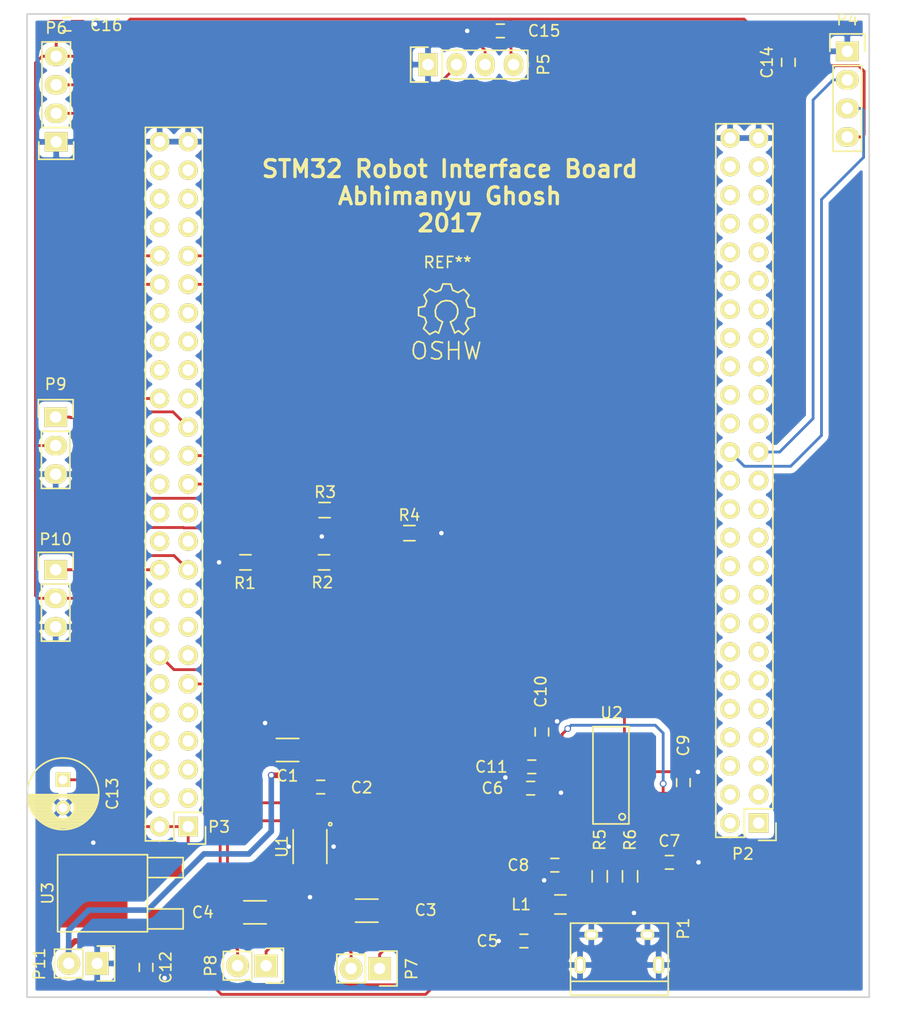
<source format=kicad_pcb>
(kicad_pcb (version 4) (host pcbnew 4.0.5)

  (general
    (links 0)
    (no_connects 0)
    (area 84.766667 36.625 165.333334 127.983333)
    (thickness 1.6)
    (drawings 5)
    (tracks 377)
    (zones 0)
    (modules 38)
    (nets 29)
  )

  (page A4)
  (layers
    (0 F.Cu signal)
    (31 B.Cu signal)
    (32 B.Adhes user)
    (33 F.Adhes user)
    (34 B.Paste user)
    (35 F.Paste user)
    (36 B.SilkS user)
    (37 F.SilkS user)
    (38 B.Mask user)
    (39 F.Mask user)
    (40 Dwgs.User user)
    (41 Cmts.User user)
    (42 Eco1.User user)
    (43 Eco2.User user)
    (44 Edge.Cuts user)
    (45 Margin user)
    (46 B.CrtYd user)
    (47 F.CrtYd user)
    (48 B.Fab user)
    (49 F.Fab user)
  )

  (setup
    (last_trace_width 0.25)
    (trace_clearance 0.2)
    (zone_clearance 0.508)
    (zone_45_only no)
    (trace_min 0.2)
    (segment_width 0.2)
    (edge_width 0.15)
    (via_size 0.6)
    (via_drill 0.4)
    (via_min_size 0.4)
    (via_min_drill 0.3)
    (uvia_size 0.3)
    (uvia_drill 0.1)
    (uvias_allowed no)
    (uvia_min_size 0.2)
    (uvia_min_drill 0.1)
    (pcb_text_width 0.3)
    (pcb_text_size 1.5 1.5)
    (mod_edge_width 0.15)
    (mod_text_size 1 1)
    (mod_text_width 0.15)
    (pad_size 1.524 1.524)
    (pad_drill 0.762)
    (pad_to_mask_clearance 0.2)
    (aux_axis_origin 0 0)
    (visible_elements FFFFFF7F)
    (pcbplotparams
      (layerselection 0x010fc_80000001)
      (usegerberextensions false)
      (excludeedgelayer true)
      (linewidth 0.100000)
      (plotframeref false)
      (viasonmask false)
      (mode 1)
      (useauxorigin false)
      (hpglpennumber 1)
      (hpglpenspeed 20)
      (hpglpendiameter 15)
      (hpglpenoverlay 2)
      (psnegative false)
      (psa4output false)
      (plotreference true)
      (plotvalue true)
      (plotinvisibletext false)
      (padsonsilk false)
      (subtractmaskfromsilk false)
      (outputformat 1)
      (mirror false)
      (drillshape 0)
      (scaleselection 1)
      (outputdirectory Outputs_OshPark/))
  )

  (net 0 "")
  (net 1 +BATT)
  (net 2 Earth)
  (net 3 /MotorDriver/M1P)
  (net 4 /MotorDriver/M1N)
  (net 5 /MotorDriver/M2P)
  (net 6 /MotorDriver/M2N)
  (net 7 /debugFTDI/USB_5V)
  (net 8 "Net-(C6-Pad1)")
  (net 9 "Net-(C7-Pad1)")
  (net 10 "Net-(C8-Pad1)")
  (net 11 "Net-(C10-Pad1)")
  (net 12 +5V)
  (net 13 /debugFTDI/USBD-)
  (net 14 /debugFTDI/USBD+)
  (net 15 /ECHO0)
  (net 16 /TRIG0)
  (net 17 /MCU_RX)
  (net 18 /MCU_TX)
  (net 19 /AIN0)
  (net 20 /AIN1)
  (net 21 /MotorDriver/M1_PWM1)
  (net 22 /MotorDriver/M1_PWM2)
  (net 23 /MotorDriver/M2_PWM1)
  (net 24 /MotorDriver/M2_PWM2)
  (net 25 /ECHO1)
  (net 26 /ECHO2)
  (net 27 /TRIG1)
  (net 28 /TRIG2)

  (net_class Default "This is the default net class."
    (clearance 0.2)
    (trace_width 0.25)
    (via_dia 0.6)
    (via_drill 0.4)
    (uvia_dia 0.3)
    (uvia_drill 0.1)
    (add_net +5V)
    (add_net +BATT)
    (add_net /AIN0)
    (add_net /AIN1)
    (add_net /ECHO0)
    (add_net /ECHO1)
    (add_net /ECHO2)
    (add_net /MCU_RX)
    (add_net /MCU_TX)
    (add_net /MotorDriver/M1N)
    (add_net /MotorDriver/M1P)
    (add_net /MotorDriver/M1_PWM1)
    (add_net /MotorDriver/M1_PWM2)
    (add_net /MotorDriver/M2N)
    (add_net /MotorDriver/M2P)
    (add_net /MotorDriver/M2_PWM1)
    (add_net /MotorDriver/M2_PWM2)
    (add_net /TRIG0)
    (add_net /TRIG1)
    (add_net /TRIG2)
    (add_net /debugFTDI/USBD+)
    (add_net /debugFTDI/USBD-)
    (add_net /debugFTDI/USB_5V)
    (add_net Earth)
    (add_net "Net-(C10-Pad1)")
    (add_net "Net-(C6-Pad1)")
    (add_net "Net-(C7-Pad1)")
    (add_net "Net-(C8-Pad1)")
  )

  (module Capacitors_SMD:C_1206_HandSoldering (layer F.Cu) (tedit 541A9C03) (tstamp 58BE1A68)
    (at 110.45 103.5 180)
    (descr "Capacitor SMD 1206, hand soldering")
    (tags "capacitor 1206")
    (path /58B85610/58B860FE)
    (attr smd)
    (fp_text reference C1 (at 0 -2.3 180) (layer F.SilkS)
      (effects (font (size 1 1) (thickness 0.15)))
    )
    (fp_text value "22 uF" (at 0 2.3 180) (layer F.Fab)
      (effects (font (size 1 1) (thickness 0.15)))
    )
    (fp_line (start -3.3 -1.15) (end 3.3 -1.15) (layer F.CrtYd) (width 0.05))
    (fp_line (start -3.3 1.15) (end 3.3 1.15) (layer F.CrtYd) (width 0.05))
    (fp_line (start -3.3 -1.15) (end -3.3 1.15) (layer F.CrtYd) (width 0.05))
    (fp_line (start 3.3 -1.15) (end 3.3 1.15) (layer F.CrtYd) (width 0.05))
    (fp_line (start 1 -1.025) (end -1 -1.025) (layer F.SilkS) (width 0.15))
    (fp_line (start -1 1.025) (end 1 1.025) (layer F.SilkS) (width 0.15))
    (pad 1 smd rect (at -2 0 180) (size 2 1.6) (layers F.Cu F.Paste F.Mask)
      (net 1 +BATT))
    (pad 2 smd rect (at 2 0 180) (size 2 1.6) (layers F.Cu F.Paste F.Mask)
      (net 2 Earth))
    (model Capacitors_SMD.3dshapes/C_1206_HandSoldering.wrl
      (at (xyz 0 0 0))
      (scale (xyz 1 1 1))
      (rotate (xyz 0 0 0))
    )
  )

  (module Capacitors_SMD:C_0603_HandSoldering (layer F.Cu) (tedit 541A9B4D) (tstamp 58BE1A74)
    (at 113.4 106.8)
    (descr "Capacitor SMD 0603, hand soldering")
    (tags "capacitor 0603")
    (path /58B85610/58B85F66)
    (attr smd)
    (fp_text reference C2 (at 3.65 0.05) (layer F.SilkS)
      (effects (font (size 1 1) (thickness 0.15)))
    )
    (fp_text value "0.1 uF" (at 0 1.9) (layer F.Fab)
      (effects (font (size 1 1) (thickness 0.15)))
    )
    (fp_line (start -1.85 -0.75) (end 1.85 -0.75) (layer F.CrtYd) (width 0.05))
    (fp_line (start -1.85 0.75) (end 1.85 0.75) (layer F.CrtYd) (width 0.05))
    (fp_line (start -1.85 -0.75) (end -1.85 0.75) (layer F.CrtYd) (width 0.05))
    (fp_line (start 1.85 -0.75) (end 1.85 0.75) (layer F.CrtYd) (width 0.05))
    (fp_line (start -0.35 -0.6) (end 0.35 -0.6) (layer F.SilkS) (width 0.15))
    (fp_line (start 0.35 0.6) (end -0.35 0.6) (layer F.SilkS) (width 0.15))
    (pad 1 smd rect (at -0.95 0) (size 1.2 0.75) (layers F.Cu F.Paste F.Mask)
      (net 1 +BATT))
    (pad 2 smd rect (at 0.95 0) (size 1.2 0.75) (layers F.Cu F.Paste F.Mask)
      (net 2 Earth))
    (model Capacitors_SMD.3dshapes/C_0603_HandSoldering.wrl
      (at (xyz 0 0 0))
      (scale (xyz 1 1 1))
      (rotate (xyz 0 0 0))
    )
  )

  (module Capacitors_SMD:C_1206_HandSoldering (layer F.Cu) (tedit 541A9C03) (tstamp 58BE1A80)
    (at 117.5 117.8 180)
    (descr "Capacitor SMD 1206, hand soldering")
    (tags "capacitor 1206")
    (path /58B85610/58B8C34D)
    (attr smd)
    (fp_text reference C3 (at -5.25 0.05 180) (layer F.SilkS)
      (effects (font (size 1 1) (thickness 0.15)))
    )
    (fp_text value "22 uF" (at 0 2.3 180) (layer F.Fab)
      (effects (font (size 1 1) (thickness 0.15)))
    )
    (fp_line (start -3.3 -1.15) (end 3.3 -1.15) (layer F.CrtYd) (width 0.05))
    (fp_line (start -3.3 1.15) (end 3.3 1.15) (layer F.CrtYd) (width 0.05))
    (fp_line (start -3.3 -1.15) (end -3.3 1.15) (layer F.CrtYd) (width 0.05))
    (fp_line (start 3.3 -1.15) (end 3.3 1.15) (layer F.CrtYd) (width 0.05))
    (fp_line (start 1 -1.025) (end -1 -1.025) (layer F.SilkS) (width 0.15))
    (fp_line (start -1 1.025) (end 1 1.025) (layer F.SilkS) (width 0.15))
    (pad 1 smd rect (at -2 0 180) (size 2 1.6) (layers F.Cu F.Paste F.Mask)
      (net 3 /MotorDriver/M1P))
    (pad 2 smd rect (at 2 0 180) (size 2 1.6) (layers F.Cu F.Paste F.Mask)
      (net 4 /MotorDriver/M1N))
    (model Capacitors_SMD.3dshapes/C_1206_HandSoldering.wrl
      (at (xyz 0 0 0))
      (scale (xyz 1 1 1))
      (rotate (xyz 0 0 0))
    )
  )

  (module Capacitors_SMD:C_1206_HandSoldering (layer F.Cu) (tedit 541A9C03) (tstamp 58BE1A8C)
    (at 107.55 117.95 180)
    (descr "Capacitor SMD 1206, hand soldering")
    (tags "capacitor 1206")
    (path /58B85610/58B8C407)
    (attr smd)
    (fp_text reference C4 (at 4.65 0 180) (layer F.SilkS)
      (effects (font (size 1 1) (thickness 0.15)))
    )
    (fp_text value "22 uF" (at 0 2.3 180) (layer F.Fab)
      (effects (font (size 1 1) (thickness 0.15)))
    )
    (fp_line (start -3.3 -1.15) (end 3.3 -1.15) (layer F.CrtYd) (width 0.05))
    (fp_line (start -3.3 1.15) (end 3.3 1.15) (layer F.CrtYd) (width 0.05))
    (fp_line (start -3.3 -1.15) (end -3.3 1.15) (layer F.CrtYd) (width 0.05))
    (fp_line (start 3.3 -1.15) (end 3.3 1.15) (layer F.CrtYd) (width 0.05))
    (fp_line (start 1 -1.025) (end -1 -1.025) (layer F.SilkS) (width 0.15))
    (fp_line (start -1 1.025) (end 1 1.025) (layer F.SilkS) (width 0.15))
    (pad 1 smd rect (at -2 0 180) (size 2 1.6) (layers F.Cu F.Paste F.Mask)
      (net 5 /MotorDriver/M2P))
    (pad 2 smd rect (at 2 0 180) (size 2 1.6) (layers F.Cu F.Paste F.Mask)
      (net 6 /MotorDriver/M2N))
    (model Capacitors_SMD.3dshapes/C_1206_HandSoldering.wrl
      (at (xyz 0 0 0))
      (scale (xyz 1 1 1))
      (rotate (xyz 0 0 0))
    )
  )

  (module Capacitors_SMD:C_0603_HandSoldering (layer F.Cu) (tedit 541A9B4D) (tstamp 58BE1A98)
    (at 131.5 120.5 180)
    (descr "Capacitor SMD 0603, hand soldering")
    (tags "capacitor 0603")
    (path /58B85615/58B86577)
    (attr smd)
    (fp_text reference C5 (at 3.25 0 180) (layer F.SilkS)
      (effects (font (size 1 1) (thickness 0.15)))
    )
    (fp_text value "0.1 uF" (at 0 1.9 180) (layer F.Fab)
      (effects (font (size 1 1) (thickness 0.15)))
    )
    (fp_line (start -1.85 -0.75) (end 1.85 -0.75) (layer F.CrtYd) (width 0.05))
    (fp_line (start -1.85 0.75) (end 1.85 0.75) (layer F.CrtYd) (width 0.05))
    (fp_line (start -1.85 -0.75) (end -1.85 0.75) (layer F.CrtYd) (width 0.05))
    (fp_line (start 1.85 -0.75) (end 1.85 0.75) (layer F.CrtYd) (width 0.05))
    (fp_line (start -0.35 -0.6) (end 0.35 -0.6) (layer F.SilkS) (width 0.15))
    (fp_line (start 0.35 0.6) (end -0.35 0.6) (layer F.SilkS) (width 0.15))
    (pad 1 smd rect (at -0.95 0 180) (size 1.2 0.75) (layers F.Cu F.Paste F.Mask)
      (net 7 /debugFTDI/USB_5V))
    (pad 2 smd rect (at 0.95 0 180) (size 1.2 0.75) (layers F.Cu F.Paste F.Mask)
      (net 2 Earth))
    (model Capacitors_SMD.3dshapes/C_0603_HandSoldering.wrl
      (at (xyz 0 0 0))
      (scale (xyz 1 1 1))
      (rotate (xyz 0 0 0))
    )
  )

  (module Capacitors_SMD:C_0603_HandSoldering (layer F.Cu) (tedit 541A9B4D) (tstamp 58BE1AA4)
    (at 132.1 106.9 180)
    (descr "Capacitor SMD 0603, hand soldering")
    (tags "capacitor 0603")
    (path /58B85615/58B86778)
    (attr smd)
    (fp_text reference C6 (at 3.4 0 180) (layer F.SilkS)
      (effects (font (size 1 1) (thickness 0.15)))
    )
    (fp_text value "0.1 uF" (at 0 1.9 180) (layer F.Fab)
      (effects (font (size 1 1) (thickness 0.15)))
    )
    (fp_line (start -1.85 -0.75) (end 1.85 -0.75) (layer F.CrtYd) (width 0.05))
    (fp_line (start -1.85 0.75) (end 1.85 0.75) (layer F.CrtYd) (width 0.05))
    (fp_line (start -1.85 -0.75) (end -1.85 0.75) (layer F.CrtYd) (width 0.05))
    (fp_line (start 1.85 -0.75) (end 1.85 0.75) (layer F.CrtYd) (width 0.05))
    (fp_line (start -0.35 -0.6) (end 0.35 -0.6) (layer F.SilkS) (width 0.15))
    (fp_line (start 0.35 0.6) (end -0.35 0.6) (layer F.SilkS) (width 0.15))
    (pad 1 smd rect (at -0.95 0 180) (size 1.2 0.75) (layers F.Cu F.Paste F.Mask)
      (net 8 "Net-(C6-Pad1)"))
    (pad 2 smd rect (at 0.95 0 180) (size 1.2 0.75) (layers F.Cu F.Paste F.Mask)
      (net 2 Earth))
    (model Capacitors_SMD.3dshapes/C_0603_HandSoldering.wrl
      (at (xyz 0 0 0))
      (scale (xyz 1 1 1))
      (rotate (xyz 0 0 0))
    )
  )

  (module Capacitors_SMD:C_0603_HandSoldering (layer F.Cu) (tedit 541A9B4D) (tstamp 58BE1AB0)
    (at 144.45 113.5)
    (descr "Capacitor SMD 0603, hand soldering")
    (tags "capacitor 0603")
    (path /58B85615/58B86A65)
    (attr smd)
    (fp_text reference C7 (at 0 -1.9) (layer F.SilkS)
      (effects (font (size 1 1) (thickness 0.15)))
    )
    (fp_text value "47 pF" (at 0 1.9) (layer F.Fab)
      (effects (font (size 1 1) (thickness 0.15)))
    )
    (fp_line (start -1.85 -0.75) (end 1.85 -0.75) (layer F.CrtYd) (width 0.05))
    (fp_line (start -1.85 0.75) (end 1.85 0.75) (layer F.CrtYd) (width 0.05))
    (fp_line (start -1.85 -0.75) (end -1.85 0.75) (layer F.CrtYd) (width 0.05))
    (fp_line (start 1.85 -0.75) (end 1.85 0.75) (layer F.CrtYd) (width 0.05))
    (fp_line (start -0.35 -0.6) (end 0.35 -0.6) (layer F.SilkS) (width 0.15))
    (fp_line (start 0.35 0.6) (end -0.35 0.6) (layer F.SilkS) (width 0.15))
    (pad 1 smd rect (at -0.95 0) (size 1.2 0.75) (layers F.Cu F.Paste F.Mask)
      (net 9 "Net-(C7-Pad1)"))
    (pad 2 smd rect (at 0.95 0) (size 1.2 0.75) (layers F.Cu F.Paste F.Mask)
      (net 2 Earth))
    (model Capacitors_SMD.3dshapes/C_0603_HandSoldering.wrl
      (at (xyz 0 0 0))
      (scale (xyz 1 1 1))
      (rotate (xyz 0 0 0))
    )
  )

  (module Capacitors_SMD:C_0603_HandSoldering (layer F.Cu) (tedit 541A9B4D) (tstamp 58BE1ABC)
    (at 134.25 113.75 180)
    (descr "Capacitor SMD 0603, hand soldering")
    (tags "capacitor 0603")
    (path /58B85615/58B86ACF)
    (attr smd)
    (fp_text reference C8 (at 3.25 0 180) (layer F.SilkS)
      (effects (font (size 1 1) (thickness 0.15)))
    )
    (fp_text value "47 pF" (at 0 1.9 180) (layer F.Fab)
      (effects (font (size 1 1) (thickness 0.15)))
    )
    (fp_line (start -1.85 -0.75) (end 1.85 -0.75) (layer F.CrtYd) (width 0.05))
    (fp_line (start -1.85 0.75) (end 1.85 0.75) (layer F.CrtYd) (width 0.05))
    (fp_line (start -1.85 -0.75) (end -1.85 0.75) (layer F.CrtYd) (width 0.05))
    (fp_line (start 1.85 -0.75) (end 1.85 0.75) (layer F.CrtYd) (width 0.05))
    (fp_line (start -0.35 -0.6) (end 0.35 -0.6) (layer F.SilkS) (width 0.15))
    (fp_line (start 0.35 0.6) (end -0.35 0.6) (layer F.SilkS) (width 0.15))
    (pad 1 smd rect (at -0.95 0 180) (size 1.2 0.75) (layers F.Cu F.Paste F.Mask)
      (net 10 "Net-(C8-Pad1)"))
    (pad 2 smd rect (at 0.95 0 180) (size 1.2 0.75) (layers F.Cu F.Paste F.Mask)
      (net 2 Earth))
    (model Capacitors_SMD.3dshapes/C_0603_HandSoldering.wrl
      (at (xyz 0 0 0))
      (scale (xyz 1 1 1))
      (rotate (xyz 0 0 0))
    )
  )

  (module Capacitors_SMD:C_0603_HandSoldering (layer F.Cu) (tedit 541A9B4D) (tstamp 58BE1AC8)
    (at 145.7 106.4 90)
    (descr "Capacitor SMD 0603, hand soldering")
    (tags "capacitor 0603")
    (path /58B85615/58B867BC)
    (attr smd)
    (fp_text reference C9 (at 3.3 0 90) (layer F.SilkS)
      (effects (font (size 1 1) (thickness 0.15)))
    )
    (fp_text value "0.1 uF" (at 0 1.9 90) (layer F.Fab)
      (effects (font (size 1 1) (thickness 0.15)))
    )
    (fp_line (start -1.85 -0.75) (end 1.85 -0.75) (layer F.CrtYd) (width 0.05))
    (fp_line (start -1.85 0.75) (end 1.85 0.75) (layer F.CrtYd) (width 0.05))
    (fp_line (start -1.85 -0.75) (end -1.85 0.75) (layer F.CrtYd) (width 0.05))
    (fp_line (start 1.85 -0.75) (end 1.85 0.75) (layer F.CrtYd) (width 0.05))
    (fp_line (start -0.35 -0.6) (end 0.35 -0.6) (layer F.SilkS) (width 0.15))
    (fp_line (start 0.35 0.6) (end -0.35 0.6) (layer F.SilkS) (width 0.15))
    (pad 1 smd rect (at -0.95 0 90) (size 1.2 0.75) (layers F.Cu F.Paste F.Mask)
      (net 11 "Net-(C10-Pad1)"))
    (pad 2 smd rect (at 0.95 0 90) (size 1.2 0.75) (layers F.Cu F.Paste F.Mask)
      (net 2 Earth))
    (model Capacitors_SMD.3dshapes/C_0603_HandSoldering.wrl
      (at (xyz 0 0 0))
      (scale (xyz 1 1 1))
      (rotate (xyz 0 0 0))
    )
  )

  (module Capacitors_SMD:C_0603_HandSoldering (layer F.Cu) (tedit 541A9B4D) (tstamp 58BE1AD4)
    (at 133.1 101.9 90)
    (descr "Capacitor SMD 0603, hand soldering")
    (tags "capacitor 0603")
    (path /58B85615/58B86C6A)
    (attr smd)
    (fp_text reference C10 (at 3.6 -0.1 90) (layer F.SilkS)
      (effects (font (size 1 1) (thickness 0.15)))
    )
    (fp_text value "0.1 uF" (at 0 1.9 90) (layer F.Fab)
      (effects (font (size 1 1) (thickness 0.15)))
    )
    (fp_line (start -1.85 -0.75) (end 1.85 -0.75) (layer F.CrtYd) (width 0.05))
    (fp_line (start -1.85 0.75) (end 1.85 0.75) (layer F.CrtYd) (width 0.05))
    (fp_line (start -1.85 -0.75) (end -1.85 0.75) (layer F.CrtYd) (width 0.05))
    (fp_line (start 1.85 -0.75) (end 1.85 0.75) (layer F.CrtYd) (width 0.05))
    (fp_line (start -0.35 -0.6) (end 0.35 -0.6) (layer F.SilkS) (width 0.15))
    (fp_line (start 0.35 0.6) (end -0.35 0.6) (layer F.SilkS) (width 0.15))
    (pad 1 smd rect (at -0.95 0 90) (size 1.2 0.75) (layers F.Cu F.Paste F.Mask)
      (net 11 "Net-(C10-Pad1)"))
    (pad 2 smd rect (at 0.95 0 90) (size 1.2 0.75) (layers F.Cu F.Paste F.Mask)
      (net 2 Earth))
    (model Capacitors_SMD.3dshapes/C_0603_HandSoldering.wrl
      (at (xyz 0 0 0))
      (scale (xyz 1 1 1))
      (rotate (xyz 0 0 0))
    )
  )

  (module Capacitors_SMD:C_0603_HandSoldering (layer F.Cu) (tedit 541A9B4D) (tstamp 58BE1AE0)
    (at 132.2 105 180)
    (descr "Capacitor SMD 0603, hand soldering")
    (tags "capacitor 0603")
    (path /58B85615/58B86CAC)
    (attr smd)
    (fp_text reference C11 (at 3.6 0 180) (layer F.SilkS)
      (effects (font (size 1 1) (thickness 0.15)))
    )
    (fp_text value "0.1 uF" (at 0 1.9 180) (layer F.Fab)
      (effects (font (size 1 1) (thickness 0.15)))
    )
    (fp_line (start -1.85 -0.75) (end 1.85 -0.75) (layer F.CrtYd) (width 0.05))
    (fp_line (start -1.85 0.75) (end 1.85 0.75) (layer F.CrtYd) (width 0.05))
    (fp_line (start -1.85 -0.75) (end -1.85 0.75) (layer F.CrtYd) (width 0.05))
    (fp_line (start 1.85 -0.75) (end 1.85 0.75) (layer F.CrtYd) (width 0.05))
    (fp_line (start -0.35 -0.6) (end 0.35 -0.6) (layer F.SilkS) (width 0.15))
    (fp_line (start 0.35 0.6) (end -0.35 0.6) (layer F.SilkS) (width 0.15))
    (pad 1 smd rect (at -0.95 0 180) (size 1.2 0.75) (layers F.Cu F.Paste F.Mask)
      (net 11 "Net-(C10-Pad1)"))
    (pad 2 smd rect (at 0.95 0 180) (size 1.2 0.75) (layers F.Cu F.Paste F.Mask)
      (net 2 Earth))
    (model Capacitors_SMD.3dshapes/C_0603_HandSoldering.wrl
      (at (xyz 0 0 0))
      (scale (xyz 1 1 1))
      (rotate (xyz 0 0 0))
    )
  )

  (module Capacitors_SMD:C_0603_HandSoldering (layer F.Cu) (tedit 541A9B4D) (tstamp 58BE1AEC)
    (at 97.85 122.85 270)
    (descr "Capacitor SMD 0603, hand soldering")
    (tags "capacitor 0603")
    (path /58BB4CB4)
    (attr smd)
    (fp_text reference C12 (at 0 -1.75 270) (layer F.SilkS)
      (effects (font (size 1 1) (thickness 0.15)))
    )
    (fp_text value "0.1 uF" (at 0 1.9 270) (layer F.Fab)
      (effects (font (size 1 1) (thickness 0.15)))
    )
    (fp_line (start -1.85 -0.75) (end 1.85 -0.75) (layer F.CrtYd) (width 0.05))
    (fp_line (start -1.85 0.75) (end 1.85 0.75) (layer F.CrtYd) (width 0.05))
    (fp_line (start -1.85 -0.75) (end -1.85 0.75) (layer F.CrtYd) (width 0.05))
    (fp_line (start 1.85 -0.75) (end 1.85 0.75) (layer F.CrtYd) (width 0.05))
    (fp_line (start -0.35 -0.6) (end 0.35 -0.6) (layer F.SilkS) (width 0.15))
    (fp_line (start 0.35 0.6) (end -0.35 0.6) (layer F.SilkS) (width 0.15))
    (pad 1 smd rect (at -0.95 0 270) (size 1.2 0.75) (layers F.Cu F.Paste F.Mask)
      (net 1 +BATT))
    (pad 2 smd rect (at 0.95 0 270) (size 1.2 0.75) (layers F.Cu F.Paste F.Mask)
      (net 2 Earth))
    (model Capacitors_SMD.3dshapes/C_0603_HandSoldering.wrl
      (at (xyz 0 0 0))
      (scale (xyz 1 1 1))
      (rotate (xyz 0 0 0))
    )
  )

  (module Capacitors_ThroughHole:C_Radial_D6.3_L11.2_P2.5 (layer F.Cu) (tedit 0) (tstamp 58BE1B19)
    (at 90.45 106.15 270)
    (descr "Radial Electrolytic Capacitor, Diameter 6.3mm x Length 11.2mm, Pitch 2.5mm")
    (tags "Electrolytic Capacitor")
    (path /58BB5B23)
    (fp_text reference C13 (at 1.25 -4.4 270) (layer F.SilkS)
      (effects (font (size 1 1) (thickness 0.15)))
    )
    (fp_text value "2.2 uF" (at 1.25 4.4 270) (layer F.Fab)
      (effects (font (size 1 1) (thickness 0.15)))
    )
    (fp_line (start 1.325 -3.149) (end 1.325 3.149) (layer F.SilkS) (width 0.15))
    (fp_line (start 1.465 -3.143) (end 1.465 3.143) (layer F.SilkS) (width 0.15))
    (fp_line (start 1.605 -3.13) (end 1.605 -0.446) (layer F.SilkS) (width 0.15))
    (fp_line (start 1.605 0.446) (end 1.605 3.13) (layer F.SilkS) (width 0.15))
    (fp_line (start 1.745 -3.111) (end 1.745 -0.656) (layer F.SilkS) (width 0.15))
    (fp_line (start 1.745 0.656) (end 1.745 3.111) (layer F.SilkS) (width 0.15))
    (fp_line (start 1.885 -3.085) (end 1.885 -0.789) (layer F.SilkS) (width 0.15))
    (fp_line (start 1.885 0.789) (end 1.885 3.085) (layer F.SilkS) (width 0.15))
    (fp_line (start 2.025 -3.053) (end 2.025 -0.88) (layer F.SilkS) (width 0.15))
    (fp_line (start 2.025 0.88) (end 2.025 3.053) (layer F.SilkS) (width 0.15))
    (fp_line (start 2.165 -3.014) (end 2.165 -0.942) (layer F.SilkS) (width 0.15))
    (fp_line (start 2.165 0.942) (end 2.165 3.014) (layer F.SilkS) (width 0.15))
    (fp_line (start 2.305 -2.968) (end 2.305 -0.981) (layer F.SilkS) (width 0.15))
    (fp_line (start 2.305 0.981) (end 2.305 2.968) (layer F.SilkS) (width 0.15))
    (fp_line (start 2.445 -2.915) (end 2.445 -0.998) (layer F.SilkS) (width 0.15))
    (fp_line (start 2.445 0.998) (end 2.445 2.915) (layer F.SilkS) (width 0.15))
    (fp_line (start 2.585 -2.853) (end 2.585 -0.996) (layer F.SilkS) (width 0.15))
    (fp_line (start 2.585 0.996) (end 2.585 2.853) (layer F.SilkS) (width 0.15))
    (fp_line (start 2.725 -2.783) (end 2.725 -0.974) (layer F.SilkS) (width 0.15))
    (fp_line (start 2.725 0.974) (end 2.725 2.783) (layer F.SilkS) (width 0.15))
    (fp_line (start 2.865 -2.704) (end 2.865 -0.931) (layer F.SilkS) (width 0.15))
    (fp_line (start 2.865 0.931) (end 2.865 2.704) (layer F.SilkS) (width 0.15))
    (fp_line (start 3.005 -2.616) (end 3.005 -0.863) (layer F.SilkS) (width 0.15))
    (fp_line (start 3.005 0.863) (end 3.005 2.616) (layer F.SilkS) (width 0.15))
    (fp_line (start 3.145 -2.516) (end 3.145 -0.764) (layer F.SilkS) (width 0.15))
    (fp_line (start 3.145 0.764) (end 3.145 2.516) (layer F.SilkS) (width 0.15))
    (fp_line (start 3.285 -2.404) (end 3.285 -0.619) (layer F.SilkS) (width 0.15))
    (fp_line (start 3.285 0.619) (end 3.285 2.404) (layer F.SilkS) (width 0.15))
    (fp_line (start 3.425 -2.279) (end 3.425 -0.38) (layer F.SilkS) (width 0.15))
    (fp_line (start 3.425 0.38) (end 3.425 2.279) (layer F.SilkS) (width 0.15))
    (fp_line (start 3.565 -2.136) (end 3.565 2.136) (layer F.SilkS) (width 0.15))
    (fp_line (start 3.705 -1.974) (end 3.705 1.974) (layer F.SilkS) (width 0.15))
    (fp_line (start 3.845 -1.786) (end 3.845 1.786) (layer F.SilkS) (width 0.15))
    (fp_line (start 3.985 -1.563) (end 3.985 1.563) (layer F.SilkS) (width 0.15))
    (fp_line (start 4.125 -1.287) (end 4.125 1.287) (layer F.SilkS) (width 0.15))
    (fp_line (start 4.265 -0.912) (end 4.265 0.912) (layer F.SilkS) (width 0.15))
    (fp_circle (center 2.5 0) (end 2.5 -1) (layer F.SilkS) (width 0.15))
    (fp_circle (center 1.25 0) (end 1.25 -3.1875) (layer F.SilkS) (width 0.15))
    (fp_circle (center 1.25 0) (end 1.25 -3.4) (layer F.CrtYd) (width 0.05))
    (pad 2 thru_hole circle (at 2.5 0 270) (size 1.3 1.3) (drill 0.8) (layers *.Cu *.Mask F.SilkS)
      (net 2 Earth))
    (pad 1 thru_hole rect (at 0 0 270) (size 1.3 1.3) (drill 0.8) (layers *.Cu *.Mask F.SilkS)
      (net 12 +5V))
    (model Capacitors_ThroughHole.3dshapes/C_Radial_D6.3_L11.2_P2.5.wrl
      (at (xyz 0 0 0))
      (scale (xyz 1 1 1))
      (rotate (xyz 0 0 0))
    )
  )

  (module Capacitors_SMD:C_0603_HandSoldering (layer F.Cu) (tedit 541A9B4D) (tstamp 58BE1B25)
    (at 155.05 42.3 90)
    (descr "Capacitor SMD 0603, hand soldering")
    (tags "capacitor 0603")
    (path /58BB8498)
    (attr smd)
    (fp_text reference C14 (at 0 -1.9 90) (layer F.SilkS)
      (effects (font (size 1 1) (thickness 0.15)))
    )
    (fp_text value "0.1 uF" (at 0 1.9 90) (layer F.Fab)
      (effects (font (size 1 1) (thickness 0.15)))
    )
    (fp_line (start -1.85 -0.75) (end 1.85 -0.75) (layer F.CrtYd) (width 0.05))
    (fp_line (start -1.85 0.75) (end 1.85 0.75) (layer F.CrtYd) (width 0.05))
    (fp_line (start -1.85 -0.75) (end -1.85 0.75) (layer F.CrtYd) (width 0.05))
    (fp_line (start 1.85 -0.75) (end 1.85 0.75) (layer F.CrtYd) (width 0.05))
    (fp_line (start -0.35 -0.6) (end 0.35 -0.6) (layer F.SilkS) (width 0.15))
    (fp_line (start 0.35 0.6) (end -0.35 0.6) (layer F.SilkS) (width 0.15))
    (pad 1 smd rect (at -0.95 0 90) (size 1.2 0.75) (layers F.Cu F.Paste F.Mask)
      (net 12 +5V))
    (pad 2 smd rect (at 0.95 0 90) (size 1.2 0.75) (layers F.Cu F.Paste F.Mask)
      (net 2 Earth))
    (model Capacitors_SMD.3dshapes/C_0603_HandSoldering.wrl
      (at (xyz 0 0 0))
      (scale (xyz 1 1 1))
      (rotate (xyz 0 0 0))
    )
  )

  (module Capacitors_SMD:C_0603_HandSoldering (layer F.Cu) (tedit 541A9B4D) (tstamp 58BE1B31)
    (at 129.4 39.5 180)
    (descr "Capacitor SMD 0603, hand soldering")
    (tags "capacitor 0603")
    (path /58BB8098)
    (attr smd)
    (fp_text reference C15 (at -3.9 0 180) (layer F.SilkS)
      (effects (font (size 1 1) (thickness 0.15)))
    )
    (fp_text value "0.1 uF" (at 0 1.9 180) (layer F.Fab)
      (effects (font (size 1 1) (thickness 0.15)))
    )
    (fp_line (start -1.85 -0.75) (end 1.85 -0.75) (layer F.CrtYd) (width 0.05))
    (fp_line (start -1.85 0.75) (end 1.85 0.75) (layer F.CrtYd) (width 0.05))
    (fp_line (start -1.85 -0.75) (end -1.85 0.75) (layer F.CrtYd) (width 0.05))
    (fp_line (start 1.85 -0.75) (end 1.85 0.75) (layer F.CrtYd) (width 0.05))
    (fp_line (start -0.35 -0.6) (end 0.35 -0.6) (layer F.SilkS) (width 0.15))
    (fp_line (start 0.35 0.6) (end -0.35 0.6) (layer F.SilkS) (width 0.15))
    (pad 1 smd rect (at -0.95 0 180) (size 1.2 0.75) (layers F.Cu F.Paste F.Mask)
      (net 12 +5V))
    (pad 2 smd rect (at 0.95 0 180) (size 1.2 0.75) (layers F.Cu F.Paste F.Mask)
      (net 2 Earth))
    (model Capacitors_SMD.3dshapes/C_0603_HandSoldering.wrl
      (at (xyz 0 0 0))
      (scale (xyz 1 1 1))
      (rotate (xyz 0 0 0))
    )
  )

  (module Capacitors_SMD:C_0603_HandSoldering (layer F.Cu) (tedit 541A9B4D) (tstamp 58BE1B3D)
    (at 90.8 38.9)
    (descr "Capacitor SMD 0603, hand soldering")
    (tags "capacitor 0603")
    (path /58BB8A35)
    (attr smd)
    (fp_text reference C16 (at 3.5 0.1) (layer F.SilkS)
      (effects (font (size 1 1) (thickness 0.15)))
    )
    (fp_text value "0.1 uF" (at 0 1.9) (layer F.Fab)
      (effects (font (size 1 1) (thickness 0.15)))
    )
    (fp_line (start -1.85 -0.75) (end 1.85 -0.75) (layer F.CrtYd) (width 0.05))
    (fp_line (start -1.85 0.75) (end 1.85 0.75) (layer F.CrtYd) (width 0.05))
    (fp_line (start -1.85 -0.75) (end -1.85 0.75) (layer F.CrtYd) (width 0.05))
    (fp_line (start 1.85 -0.75) (end 1.85 0.75) (layer F.CrtYd) (width 0.05))
    (fp_line (start -0.35 -0.6) (end 0.35 -0.6) (layer F.SilkS) (width 0.15))
    (fp_line (start 0.35 0.6) (end -0.35 0.6) (layer F.SilkS) (width 0.15))
    (pad 1 smd rect (at -0.95 0) (size 1.2 0.75) (layers F.Cu F.Paste F.Mask)
      (net 12 +5V))
    (pad 2 smd rect (at 0.95 0) (size 1.2 0.75) (layers F.Cu F.Paste F.Mask)
      (net 2 Earth))
    (model Capacitors_SMD.3dshapes/C_0603_HandSoldering.wrl
      (at (xyz 0 0 0))
      (scale (xyz 1 1 1))
      (rotate (xyz 0 0 0))
    )
  )

  (module Capacitors_SMD:C_0805_HandSoldering (layer F.Cu) (tedit 541A9B8D) (tstamp 58BE1B49)
    (at 134.75 117.25)
    (descr "Capacitor SMD 0805, hand soldering")
    (tags "capacitor 0805")
    (path /58B85615/58B86491)
    (attr smd)
    (fp_text reference L1 (at -3.5 0) (layer F.SilkS)
      (effects (font (size 1 1) (thickness 0.15)))
    )
    (fp_text value "40-Ohm Ferrite" (at 0 2.1) (layer F.Fab)
      (effects (font (size 1 1) (thickness 0.15)))
    )
    (fp_line (start -2.3 -1) (end 2.3 -1) (layer F.CrtYd) (width 0.05))
    (fp_line (start -2.3 1) (end 2.3 1) (layer F.CrtYd) (width 0.05))
    (fp_line (start -2.3 -1) (end -2.3 1) (layer F.CrtYd) (width 0.05))
    (fp_line (start 2.3 -1) (end 2.3 1) (layer F.CrtYd) (width 0.05))
    (fp_line (start 0.5 -0.85) (end -0.5 -0.85) (layer F.SilkS) (width 0.15))
    (fp_line (start -0.5 0.85) (end 0.5 0.85) (layer F.SilkS) (width 0.15))
    (pad 1 smd rect (at -1.25 0) (size 1.5 1.25) (layers F.Cu F.Paste F.Mask)
      (net 8 "Net-(C6-Pad1)"))
    (pad 2 smd rect (at 1.25 0) (size 1.5 1.25) (layers F.Cu F.Paste F.Mask)
      (net 7 /debugFTDI/USB_5V))
    (model Capacitors_SMD.3dshapes/C_0805_HandSoldering.wrl
      (at (xyz 0 0 0))
      (scale (xyz 1 1 1))
      (rotate (xyz 0 0 0))
    )
  )

  (module Connect:USB_Micro-B (layer F.Cu) (tedit 5543E447) (tstamp 58BE1B5F)
    (at 140 121.5)
    (descr "Micro USB Type B Receptacle")
    (tags "USB USB_B USB_micro USB_OTG")
    (path /58B8DFCA)
    (attr smd)
    (fp_text reference P1 (at 5.7 -2.1 270) (layer F.SilkS)
      (effects (font (size 1 1) (thickness 0.15)))
    )
    (fp_text value USB_OTG (at 0 4.8) (layer F.Fab)
      (effects (font (size 1 1) (thickness 0.15)))
    )
    (fp_line (start -4.6 -2.8) (end 4.6 -2.8) (layer F.CrtYd) (width 0.05))
    (fp_line (start 4.6 -2.8) (end 4.6 4.05) (layer F.CrtYd) (width 0.05))
    (fp_line (start 4.6 4.05) (end -4.6 4.05) (layer F.CrtYd) (width 0.05))
    (fp_line (start -4.6 4.05) (end -4.6 -2.8) (layer F.CrtYd) (width 0.05))
    (fp_line (start -4.3509 3.81746) (end 4.3491 3.81746) (layer F.SilkS) (width 0.15))
    (fp_line (start -4.3509 -2.58754) (end 4.3491 -2.58754) (layer F.SilkS) (width 0.15))
    (fp_line (start 4.3491 -2.58754) (end 4.3491 3.81746) (layer F.SilkS) (width 0.15))
    (fp_line (start 4.3491 2.58746) (end -4.3509 2.58746) (layer F.SilkS) (width 0.15))
    (fp_line (start -4.3509 3.81746) (end -4.3509 -2.58754) (layer F.SilkS) (width 0.15))
    (pad 1 smd rect (at -1.3009 -1.56254 90) (size 1.35 0.4) (layers F.Cu F.Paste F.Mask)
      (net 7 /debugFTDI/USB_5V))
    (pad 2 smd rect (at -0.6509 -1.56254 90) (size 1.35 0.4) (layers F.Cu F.Paste F.Mask)
      (net 13 /debugFTDI/USBD-))
    (pad 3 smd rect (at -0.0009 -1.56254 90) (size 1.35 0.4) (layers F.Cu F.Paste F.Mask)
      (net 14 /debugFTDI/USBD+))
    (pad 4 smd rect (at 0.6491 -1.56254 90) (size 1.35 0.4) (layers F.Cu F.Paste F.Mask))
    (pad 5 smd rect (at 1.2991 -1.56254 90) (size 1.35 0.4) (layers F.Cu F.Paste F.Mask)
      (net 2 Earth))
    (pad 6 thru_hole oval (at -2.5009 -1.56254 90) (size 0.95 1.25) (drill oval 0.55 0.85) (layers *.Cu *.Mask F.SilkS)
      (net 2 Earth))
    (pad 6 thru_hole oval (at 2.4991 -1.56254 90) (size 0.95 1.25) (drill oval 0.55 0.85) (layers *.Cu *.Mask F.SilkS)
      (net 2 Earth))
    (pad 6 thru_hole oval (at -3.5009 1.13746 90) (size 1.55 1) (drill oval 1.15 0.5) (layers *.Cu *.Mask F.SilkS)
      (net 2 Earth))
    (pad 6 thru_hole oval (at 3.4991 1.13746 90) (size 1.55 1) (drill oval 1.15 0.5) (layers *.Cu *.Mask F.SilkS)
      (net 2 Earth))
  )

  (module Pin_Headers:Pin_Header_Straight_2x25 (layer F.Cu) (tedit 0) (tstamp 58BE1BA1)
    (at 152.4 110 180)
    (descr "Through hole pin header")
    (tags "pin header")
    (path /58B852CC)
    (fp_text reference P2 (at 1.4 -2.75 180) (layer F.SilkS)
      (effects (font (size 1 1) (thickness 0.15)))
    )
    (fp_text value CONN_02X25 (at 0 -3.1 180) (layer F.Fab)
      (effects (font (size 1 1) (thickness 0.15)))
    )
    (fp_line (start -1.75 -1.75) (end -1.75 62.75) (layer F.CrtYd) (width 0.05))
    (fp_line (start 4.3 -1.75) (end 4.3 62.75) (layer F.CrtYd) (width 0.05))
    (fp_line (start -1.75 -1.75) (end 4.3 -1.75) (layer F.CrtYd) (width 0.05))
    (fp_line (start -1.75 62.75) (end 4.3 62.75) (layer F.CrtYd) (width 0.05))
    (fp_line (start -1.27 1.27) (end -1.27 62.23) (layer F.SilkS) (width 0.15))
    (fp_line (start 3.81 62.23) (end 3.81 -1.27) (layer F.SilkS) (width 0.15))
    (fp_line (start 3.81 62.23) (end -1.27 62.23) (layer F.SilkS) (width 0.15))
    (fp_line (start 3.81 -1.27) (end 1.27 -1.27) (layer F.SilkS) (width 0.15))
    (fp_line (start 0 -1.55) (end -1.55 -1.55) (layer F.SilkS) (width 0.15))
    (fp_line (start 1.27 -1.27) (end 1.27 1.27) (layer F.SilkS) (width 0.15))
    (fp_line (start 1.27 1.27) (end -1.27 1.27) (layer F.SilkS) (width 0.15))
    (fp_line (start -1.55 -1.55) (end -1.55 0) (layer F.SilkS) (width 0.15))
    (pad 1 thru_hole rect (at 0 0 180) (size 1.7272 1.7272) (drill 1.016) (layers *.Cu *.Mask F.SilkS))
    (pad 2 thru_hole oval (at 2.54 0 180) (size 1.7272 1.7272) (drill 1.016) (layers *.Cu *.Mask F.SilkS))
    (pad 3 thru_hole oval (at 0 2.54 180) (size 1.7272 1.7272) (drill 1.016) (layers *.Cu *.Mask F.SilkS))
    (pad 4 thru_hole oval (at 2.54 2.54 180) (size 1.7272 1.7272) (drill 1.016) (layers *.Cu *.Mask F.SilkS))
    (pad 5 thru_hole oval (at 0 5.08 180) (size 1.7272 1.7272) (drill 1.016) (layers *.Cu *.Mask F.SilkS))
    (pad 6 thru_hole oval (at 2.54 5.08 180) (size 1.7272 1.7272) (drill 1.016) (layers *.Cu *.Mask F.SilkS))
    (pad 7 thru_hole oval (at 0 7.62 180) (size 1.7272 1.7272) (drill 1.016) (layers *.Cu *.Mask F.SilkS))
    (pad 8 thru_hole oval (at 2.54 7.62 180) (size 1.7272 1.7272) (drill 1.016) (layers *.Cu *.Mask F.SilkS))
    (pad 9 thru_hole oval (at 0 10.16 180) (size 1.7272 1.7272) (drill 1.016) (layers *.Cu *.Mask F.SilkS))
    (pad 10 thru_hole oval (at 2.54 10.16 180) (size 1.7272 1.7272) (drill 1.016) (layers *.Cu *.Mask F.SilkS))
    (pad 11 thru_hole oval (at 0 12.7 180) (size 1.7272 1.7272) (drill 1.016) (layers *.Cu *.Mask F.SilkS))
    (pad 12 thru_hole oval (at 2.54 12.7 180) (size 1.7272 1.7272) (drill 1.016) (layers *.Cu *.Mask F.SilkS))
    (pad 13 thru_hole oval (at 0 15.24 180) (size 1.7272 1.7272) (drill 1.016) (layers *.Cu *.Mask F.SilkS))
    (pad 14 thru_hole oval (at 2.54 15.24 180) (size 1.7272 1.7272) (drill 1.016) (layers *.Cu *.Mask F.SilkS))
    (pad 15 thru_hole oval (at 0 17.78 180) (size 1.7272 1.7272) (drill 1.016) (layers *.Cu *.Mask F.SilkS))
    (pad 16 thru_hole oval (at 2.54 17.78 180) (size 1.7272 1.7272) (drill 1.016) (layers *.Cu *.Mask F.SilkS))
    (pad 17 thru_hole oval (at 0 20.32 180) (size 1.7272 1.7272) (drill 1.016) (layers *.Cu *.Mask F.SilkS))
    (pad 18 thru_hole oval (at 2.54 20.32 180) (size 1.7272 1.7272) (drill 1.016) (layers *.Cu *.Mask F.SilkS))
    (pad 19 thru_hole oval (at 0 22.86 180) (size 1.7272 1.7272) (drill 1.016) (layers *.Cu *.Mask F.SilkS))
    (pad 20 thru_hole oval (at 2.54 22.86 180) (size 1.7272 1.7272) (drill 1.016) (layers *.Cu *.Mask F.SilkS))
    (pad 21 thru_hole oval (at 0 25.4 180) (size 1.7272 1.7272) (drill 1.016) (layers *.Cu *.Mask F.SilkS))
    (pad 22 thru_hole oval (at 2.54 25.4 180) (size 1.7272 1.7272) (drill 1.016) (layers *.Cu *.Mask F.SilkS))
    (pad 23 thru_hole oval (at 0 27.94 180) (size 1.7272 1.7272) (drill 1.016) (layers *.Cu *.Mask F.SilkS))
    (pad 24 thru_hole oval (at 2.54 27.94 180) (size 1.7272 1.7272) (drill 1.016) (layers *.Cu *.Mask F.SilkS))
    (pad 25 thru_hole oval (at 0 30.48 180) (size 1.7272 1.7272) (drill 1.016) (layers *.Cu *.Mask F.SilkS))
    (pad 26 thru_hole oval (at 2.54 30.48 180) (size 1.7272 1.7272) (drill 1.016) (layers *.Cu *.Mask F.SilkS))
    (pad 27 thru_hole oval (at 0 33.02 180) (size 1.7272 1.7272) (drill 1.016) (layers *.Cu *.Mask F.SilkS)
      (net 15 /ECHO0))
    (pad 28 thru_hole oval (at 2.54 33.02 180) (size 1.7272 1.7272) (drill 1.016) (layers *.Cu *.Mask F.SilkS)
      (net 16 /TRIG0))
    (pad 29 thru_hole oval (at 0 35.56 180) (size 1.7272 1.7272) (drill 1.016) (layers *.Cu *.Mask F.SilkS))
    (pad 30 thru_hole oval (at 2.54 35.56 180) (size 1.7272 1.7272) (drill 1.016) (layers *.Cu *.Mask F.SilkS))
    (pad 31 thru_hole oval (at 0 38.1 180) (size 1.7272 1.7272) (drill 1.016) (layers *.Cu *.Mask F.SilkS))
    (pad 32 thru_hole oval (at 2.54 38.1 180) (size 1.7272 1.7272) (drill 1.016) (layers *.Cu *.Mask F.SilkS))
    (pad 33 thru_hole oval (at 0 40.64 180) (size 1.7272 1.7272) (drill 1.016) (layers *.Cu *.Mask F.SilkS))
    (pad 34 thru_hole oval (at 2.54 40.64 180) (size 1.7272 1.7272) (drill 1.016) (layers *.Cu *.Mask F.SilkS))
    (pad 35 thru_hole oval (at 0 43.18 180) (size 1.7272 1.7272) (drill 1.016) (layers *.Cu *.Mask F.SilkS))
    (pad 36 thru_hole oval (at 2.54 43.18 180) (size 1.7272 1.7272) (drill 1.016) (layers *.Cu *.Mask F.SilkS))
    (pad 37 thru_hole oval (at 0 45.72 180) (size 1.7272 1.7272) (drill 1.016) (layers *.Cu *.Mask F.SilkS))
    (pad 38 thru_hole oval (at 2.54 45.72 180) (size 1.7272 1.7272) (drill 1.016) (layers *.Cu *.Mask F.SilkS))
    (pad 39 thru_hole oval (at 0 48.26 180) (size 1.7272 1.7272) (drill 1.016) (layers *.Cu *.Mask F.SilkS))
    (pad 40 thru_hole oval (at 2.54 48.26 180) (size 1.7272 1.7272) (drill 1.016) (layers *.Cu *.Mask F.SilkS))
    (pad 41 thru_hole oval (at 0 50.8 180) (size 1.7272 1.7272) (drill 1.016) (layers *.Cu *.Mask F.SilkS))
    (pad 42 thru_hole oval (at 2.54 50.8 180) (size 1.7272 1.7272) (drill 1.016) (layers *.Cu *.Mask F.SilkS))
    (pad 43 thru_hole oval (at 0 53.34 180) (size 1.7272 1.7272) (drill 1.016) (layers *.Cu *.Mask F.SilkS))
    (pad 44 thru_hole oval (at 2.54 53.34 180) (size 1.7272 1.7272) (drill 1.016) (layers *.Cu *.Mask F.SilkS))
    (pad 45 thru_hole oval (at 0 55.88 180) (size 1.7272 1.7272) (drill 1.016) (layers *.Cu *.Mask F.SilkS))
    (pad 46 thru_hole oval (at 2.54 55.88 180) (size 1.7272 1.7272) (drill 1.016) (layers *.Cu *.Mask F.SilkS))
    (pad 47 thru_hole oval (at 0 58.42 180) (size 1.7272 1.7272) (drill 1.016) (layers *.Cu *.Mask F.SilkS))
    (pad 48 thru_hole oval (at 2.54 58.42 180) (size 1.7272 1.7272) (drill 1.016) (layers *.Cu *.Mask F.SilkS))
    (pad 49 thru_hole oval (at 0 60.96 180) (size 1.7272 1.7272) (drill 1.016) (layers *.Cu *.Mask F.SilkS)
      (net 2 Earth))
    (pad 50 thru_hole oval (at 2.54 60.96 180) (size 1.7272 1.7272) (drill 1.016) (layers *.Cu *.Mask F.SilkS)
      (net 2 Earth))
    (model Pin_Headers.3dshapes/Pin_Header_Straight_2x25.wrl
      (at (xyz 0.05 -1.2 0))
      (scale (xyz 1 1 1))
      (rotate (xyz 0 0 90))
    )
  )

  (module Pin_Headers:Pin_Header_Straight_2x25 (layer F.Cu) (tedit 0) (tstamp 58BE1BE3)
    (at 101.6 110.32 180)
    (descr "Through hole pin header")
    (tags "pin header")
    (path /58B91B12)
    (fp_text reference P3 (at -2.75 -0.03 180) (layer F.SilkS)
      (effects (font (size 1 1) (thickness 0.15)))
    )
    (fp_text value CONN_02X25 (at 0 -3.1 180) (layer F.Fab)
      (effects (font (size 1 1) (thickness 0.15)))
    )
    (fp_line (start -1.75 -1.75) (end -1.75 62.75) (layer F.CrtYd) (width 0.05))
    (fp_line (start 4.3 -1.75) (end 4.3 62.75) (layer F.CrtYd) (width 0.05))
    (fp_line (start -1.75 -1.75) (end 4.3 -1.75) (layer F.CrtYd) (width 0.05))
    (fp_line (start -1.75 62.75) (end 4.3 62.75) (layer F.CrtYd) (width 0.05))
    (fp_line (start -1.27 1.27) (end -1.27 62.23) (layer F.SilkS) (width 0.15))
    (fp_line (start 3.81 62.23) (end 3.81 -1.27) (layer F.SilkS) (width 0.15))
    (fp_line (start 3.81 62.23) (end -1.27 62.23) (layer F.SilkS) (width 0.15))
    (fp_line (start 3.81 -1.27) (end 1.27 -1.27) (layer F.SilkS) (width 0.15))
    (fp_line (start 0 -1.55) (end -1.55 -1.55) (layer F.SilkS) (width 0.15))
    (fp_line (start 1.27 -1.27) (end 1.27 1.27) (layer F.SilkS) (width 0.15))
    (fp_line (start 1.27 1.27) (end -1.27 1.27) (layer F.SilkS) (width 0.15))
    (fp_line (start -1.55 -1.55) (end -1.55 0) (layer F.SilkS) (width 0.15))
    (pad 1 thru_hole rect (at 0 0 180) (size 1.7272 1.7272) (drill 1.016) (layers *.Cu *.Mask F.SilkS)
      (net 12 +5V))
    (pad 2 thru_hole oval (at 2.54 0 180) (size 1.7272 1.7272) (drill 1.016) (layers *.Cu *.Mask F.SilkS)
      (net 12 +5V))
    (pad 3 thru_hole oval (at 0 2.54 180) (size 1.7272 1.7272) (drill 1.016) (layers *.Cu *.Mask F.SilkS))
    (pad 4 thru_hole oval (at 2.54 2.54 180) (size 1.7272 1.7272) (drill 1.016) (layers *.Cu *.Mask F.SilkS))
    (pad 5 thru_hole oval (at 0 5.08 180) (size 1.7272 1.7272) (drill 1.016) (layers *.Cu *.Mask F.SilkS))
    (pad 6 thru_hole oval (at 2.54 5.08 180) (size 1.7272 1.7272) (drill 1.016) (layers *.Cu *.Mask F.SilkS))
    (pad 7 thru_hole oval (at 0 7.62 180) (size 1.7272 1.7272) (drill 1.016) (layers *.Cu *.Mask F.SilkS))
    (pad 8 thru_hole oval (at 2.54 7.62 180) (size 1.7272 1.7272) (drill 1.016) (layers *.Cu *.Mask F.SilkS))
    (pad 9 thru_hole oval (at 0 10.16 180) (size 1.7272 1.7272) (drill 1.016) (layers *.Cu *.Mask F.SilkS))
    (pad 10 thru_hole oval (at 2.54 10.16 180) (size 1.7272 1.7272) (drill 1.016) (layers *.Cu *.Mask F.SilkS))
    (pad 11 thru_hole oval (at 0 12.7 180) (size 1.7272 1.7272) (drill 1.016) (layers *.Cu *.Mask F.SilkS)
      (net 17 /MCU_RX))
    (pad 12 thru_hole oval (at 2.54 12.7 180) (size 1.7272 1.7272) (drill 1.016) (layers *.Cu *.Mask F.SilkS))
    (pad 13 thru_hole oval (at 0 15.24 180) (size 1.7272 1.7272) (drill 1.016) (layers *.Cu *.Mask F.SilkS))
    (pad 14 thru_hole oval (at 2.54 15.24 180) (size 1.7272 1.7272) (drill 1.016) (layers *.Cu *.Mask F.SilkS)
      (net 18 /MCU_TX))
    (pad 15 thru_hole oval (at 0 17.78 180) (size 1.7272 1.7272) (drill 1.016) (layers *.Cu *.Mask F.SilkS))
    (pad 16 thru_hole oval (at 2.54 17.78 180) (size 1.7272 1.7272) (drill 1.016) (layers *.Cu *.Mask F.SilkS))
    (pad 17 thru_hole oval (at 0 20.32 180) (size 1.7272 1.7272) (drill 1.016) (layers *.Cu *.Mask F.SilkS))
    (pad 18 thru_hole oval (at 2.54 20.32 180) (size 1.7272 1.7272) (drill 1.016) (layers *.Cu *.Mask F.SilkS))
    (pad 19 thru_hole oval (at 0 22.86 180) (size 1.7272 1.7272) (drill 1.016) (layers *.Cu *.Mask F.SilkS)
      (net 19 /AIN0))
    (pad 20 thru_hole oval (at 2.54 22.86 180) (size 1.7272 1.7272) (drill 1.016) (layers *.Cu *.Mask F.SilkS)
      (net 20 /AIN1))
    (pad 21 thru_hole oval (at 0 25.4 180) (size 1.7272 1.7272) (drill 1.016) (layers *.Cu *.Mask F.SilkS))
    (pad 22 thru_hole oval (at 2.54 25.4 180) (size 1.7272 1.7272) (drill 1.016) (layers *.Cu *.Mask F.SilkS))
    (pad 23 thru_hole oval (at 0 27.94 180) (size 1.7272 1.7272) (drill 1.016) (layers *.Cu *.Mask F.SilkS))
    (pad 24 thru_hole oval (at 2.54 27.94 180) (size 1.7272 1.7272) (drill 1.016) (layers *.Cu *.Mask F.SilkS))
    (pad 25 thru_hole oval (at 0 30.48 180) (size 1.7272 1.7272) (drill 1.016) (layers *.Cu *.Mask F.SilkS)
      (net 22 /MotorDriver/M1_PWM2))
    (pad 26 thru_hole oval (at 2.54 30.48 180) (size 1.7272 1.7272) (drill 1.016) (layers *.Cu *.Mask F.SilkS))
    (pad 27 thru_hole oval (at 0 33.02 180) (size 1.7272 1.7272) (drill 1.016) (layers *.Cu *.Mask F.SilkS)
      (net 21 /MotorDriver/M1_PWM1))
    (pad 28 thru_hole oval (at 2.54 33.02 180) (size 1.7272 1.7272) (drill 1.016) (layers *.Cu *.Mask F.SilkS))
    (pad 29 thru_hole oval (at 0 35.56 180) (size 1.7272 1.7272) (drill 1.016) (layers *.Cu *.Mask F.SilkS)
      (net 23 /MotorDriver/M2_PWM1))
    (pad 30 thru_hole oval (at 2.54 35.56 180) (size 1.7272 1.7272) (drill 1.016) (layers *.Cu *.Mask F.SilkS))
    (pad 31 thru_hole oval (at 0 38.1 180) (size 1.7272 1.7272) (drill 1.016) (layers *.Cu *.Mask F.SilkS))
    (pad 32 thru_hole oval (at 2.54 38.1 180) (size 1.7272 1.7272) (drill 1.016) (layers *.Cu *.Mask F.SilkS)
      (net 24 /MotorDriver/M2_PWM2))
    (pad 33 thru_hole oval (at 0 40.64 180) (size 1.7272 1.7272) (drill 1.016) (layers *.Cu *.Mask F.SilkS))
    (pad 34 thru_hole oval (at 2.54 40.64 180) (size 1.7272 1.7272) (drill 1.016) (layers *.Cu *.Mask F.SilkS))
    (pad 35 thru_hole oval (at 0 43.18 180) (size 1.7272 1.7272) (drill 1.016) (layers *.Cu *.Mask F.SilkS))
    (pad 36 thru_hole oval (at 2.54 43.18 180) (size 1.7272 1.7272) (drill 1.016) (layers *.Cu *.Mask F.SilkS))
    (pad 37 thru_hole oval (at 0 45.72 180) (size 1.7272 1.7272) (drill 1.016) (layers *.Cu *.Mask F.SilkS))
    (pad 38 thru_hole oval (at 2.54 45.72 180) (size 1.7272 1.7272) (drill 1.016) (layers *.Cu *.Mask F.SilkS))
    (pad 39 thru_hole oval (at 0 48.26 180) (size 1.7272 1.7272) (drill 1.016) (layers *.Cu *.Mask F.SilkS)
      (net 25 /ECHO1))
    (pad 40 thru_hole oval (at 2.54 48.26 180) (size 1.7272 1.7272) (drill 1.016) (layers *.Cu *.Mask F.SilkS)
      (net 26 /ECHO2))
    (pad 41 thru_hole oval (at 0 50.8 180) (size 1.7272 1.7272) (drill 1.016) (layers *.Cu *.Mask F.SilkS)
      (net 27 /TRIG1))
    (pad 42 thru_hole oval (at 2.54 50.8 180) (size 1.7272 1.7272) (drill 1.016) (layers *.Cu *.Mask F.SilkS)
      (net 28 /TRIG2))
    (pad 43 thru_hole oval (at 0 53.34 180) (size 1.7272 1.7272) (drill 1.016) (layers *.Cu *.Mask F.SilkS))
    (pad 44 thru_hole oval (at 2.54 53.34 180) (size 1.7272 1.7272) (drill 1.016) (layers *.Cu *.Mask F.SilkS))
    (pad 45 thru_hole oval (at 0 55.88 180) (size 1.7272 1.7272) (drill 1.016) (layers *.Cu *.Mask F.SilkS))
    (pad 46 thru_hole oval (at 2.54 55.88 180) (size 1.7272 1.7272) (drill 1.016) (layers *.Cu *.Mask F.SilkS))
    (pad 47 thru_hole oval (at 0 58.42 180) (size 1.7272 1.7272) (drill 1.016) (layers *.Cu *.Mask F.SilkS))
    (pad 48 thru_hole oval (at 2.54 58.42 180) (size 1.7272 1.7272) (drill 1.016) (layers *.Cu *.Mask F.SilkS))
    (pad 49 thru_hole oval (at 0 60.96 180) (size 1.7272 1.7272) (drill 1.016) (layers *.Cu *.Mask F.SilkS)
      (net 2 Earth))
    (pad 50 thru_hole oval (at 2.54 60.96 180) (size 1.7272 1.7272) (drill 1.016) (layers *.Cu *.Mask F.SilkS)
      (net 2 Earth))
    (model Pin_Headers.3dshapes/Pin_Header_Straight_2x25.wrl
      (at (xyz 0.05 -1.2 0))
      (scale (xyz 1 1 1))
      (rotate (xyz 0 0 90))
    )
  )

  (module Pin_Headers:Pin_Header_Straight_1x04 (layer F.Cu) (tedit 0) (tstamp 58BE1BF6)
    (at 160.3 41.32)
    (descr "Through hole pin header")
    (tags "pin header")
    (path /58B8FCA3)
    (fp_text reference P4 (at 0 -2.82) (layer F.SilkS)
      (effects (font (size 1 1) (thickness 0.15)))
    )
    (fp_text value CONN_01X04 (at 0 -3.1) (layer F.Fab)
      (effects (font (size 1 1) (thickness 0.15)))
    )
    (fp_line (start -1.75 -1.75) (end -1.75 9.4) (layer F.CrtYd) (width 0.05))
    (fp_line (start 1.75 -1.75) (end 1.75 9.4) (layer F.CrtYd) (width 0.05))
    (fp_line (start -1.75 -1.75) (end 1.75 -1.75) (layer F.CrtYd) (width 0.05))
    (fp_line (start -1.75 9.4) (end 1.75 9.4) (layer F.CrtYd) (width 0.05))
    (fp_line (start -1.27 1.27) (end -1.27 8.89) (layer F.SilkS) (width 0.15))
    (fp_line (start 1.27 1.27) (end 1.27 8.89) (layer F.SilkS) (width 0.15))
    (fp_line (start 1.55 -1.55) (end 1.55 0) (layer F.SilkS) (width 0.15))
    (fp_line (start -1.27 8.89) (end 1.27 8.89) (layer F.SilkS) (width 0.15))
    (fp_line (start 1.27 1.27) (end -1.27 1.27) (layer F.SilkS) (width 0.15))
    (fp_line (start -1.55 0) (end -1.55 -1.55) (layer F.SilkS) (width 0.15))
    (fp_line (start -1.55 -1.55) (end 1.55 -1.55) (layer F.SilkS) (width 0.15))
    (pad 1 thru_hole rect (at 0 0) (size 2.032 1.7272) (drill 1.016) (layers *.Cu *.Mask F.SilkS)
      (net 2 Earth))
    (pad 2 thru_hole oval (at 0 2.54) (size 2.032 1.7272) (drill 1.016) (layers *.Cu *.Mask F.SilkS)
      (net 15 /ECHO0))
    (pad 3 thru_hole oval (at 0 5.08) (size 2.032 1.7272) (drill 1.016) (layers *.Cu *.Mask F.SilkS)
      (net 16 /TRIG0))
    (pad 4 thru_hole oval (at 0 7.62) (size 2.032 1.7272) (drill 1.016) (layers *.Cu *.Mask F.SilkS)
      (net 12 +5V))
    (model Pin_Headers.3dshapes/Pin_Header_Straight_1x04.wrl
      (at (xyz 0 -0.15 0))
      (scale (xyz 1 1 1))
      (rotate (xyz 0 0 90))
    )
  )

  (module Pin_Headers:Pin_Header_Straight_1x04 (layer F.Cu) (tedit 0) (tstamp 58BE1C09)
    (at 122.96 42.5 90)
    (descr "Through hole pin header")
    (tags "pin header")
    (path /58BBDF99)
    (fp_text reference P5 (at 0 10.29 90) (layer F.SilkS)
      (effects (font (size 1 1) (thickness 0.15)))
    )
    (fp_text value CONN_01X04 (at 0 -3.1 90) (layer F.Fab)
      (effects (font (size 1 1) (thickness 0.15)))
    )
    (fp_line (start -1.75 -1.75) (end -1.75 9.4) (layer F.CrtYd) (width 0.05))
    (fp_line (start 1.75 -1.75) (end 1.75 9.4) (layer F.CrtYd) (width 0.05))
    (fp_line (start -1.75 -1.75) (end 1.75 -1.75) (layer F.CrtYd) (width 0.05))
    (fp_line (start -1.75 9.4) (end 1.75 9.4) (layer F.CrtYd) (width 0.05))
    (fp_line (start -1.27 1.27) (end -1.27 8.89) (layer F.SilkS) (width 0.15))
    (fp_line (start 1.27 1.27) (end 1.27 8.89) (layer F.SilkS) (width 0.15))
    (fp_line (start 1.55 -1.55) (end 1.55 0) (layer F.SilkS) (width 0.15))
    (fp_line (start -1.27 8.89) (end 1.27 8.89) (layer F.SilkS) (width 0.15))
    (fp_line (start 1.27 1.27) (end -1.27 1.27) (layer F.SilkS) (width 0.15))
    (fp_line (start -1.55 0) (end -1.55 -1.55) (layer F.SilkS) (width 0.15))
    (fp_line (start -1.55 -1.55) (end 1.55 -1.55) (layer F.SilkS) (width 0.15))
    (pad 1 thru_hole rect (at 0 0 90) (size 2.032 1.7272) (drill 1.016) (layers *.Cu *.Mask F.SilkS)
      (net 2 Earth))
    (pad 2 thru_hole oval (at 0 2.54 90) (size 2.032 1.7272) (drill 1.016) (layers *.Cu *.Mask F.SilkS)
      (net 25 /ECHO1))
    (pad 3 thru_hole oval (at 0 5.08 90) (size 2.032 1.7272) (drill 1.016) (layers *.Cu *.Mask F.SilkS)
      (net 27 /TRIG1))
    (pad 4 thru_hole oval (at 0 7.62 90) (size 2.032 1.7272) (drill 1.016) (layers *.Cu *.Mask F.SilkS)
      (net 12 +5V))
    (model Pin_Headers.3dshapes/Pin_Header_Straight_1x04.wrl
      (at (xyz 0 -0.15 0))
      (scale (xyz 1 1 1))
      (rotate (xyz 0 0 90))
    )
  )

  (module Pin_Headers:Pin_Header_Straight_1x04 (layer F.Cu) (tedit 0) (tstamp 58BE1C1C)
    (at 89.85 49.38 180)
    (descr "Through hole pin header")
    (tags "pin header")
    (path /58BBE04A)
    (fp_text reference P6 (at 0 10.13 180) (layer F.SilkS)
      (effects (font (size 1 1) (thickness 0.15)))
    )
    (fp_text value CONN_01X04 (at 0 -3.1 180) (layer F.Fab)
      (effects (font (size 1 1) (thickness 0.15)))
    )
    (fp_line (start -1.75 -1.75) (end -1.75 9.4) (layer F.CrtYd) (width 0.05))
    (fp_line (start 1.75 -1.75) (end 1.75 9.4) (layer F.CrtYd) (width 0.05))
    (fp_line (start -1.75 -1.75) (end 1.75 -1.75) (layer F.CrtYd) (width 0.05))
    (fp_line (start -1.75 9.4) (end 1.75 9.4) (layer F.CrtYd) (width 0.05))
    (fp_line (start -1.27 1.27) (end -1.27 8.89) (layer F.SilkS) (width 0.15))
    (fp_line (start 1.27 1.27) (end 1.27 8.89) (layer F.SilkS) (width 0.15))
    (fp_line (start 1.55 -1.55) (end 1.55 0) (layer F.SilkS) (width 0.15))
    (fp_line (start -1.27 8.89) (end 1.27 8.89) (layer F.SilkS) (width 0.15))
    (fp_line (start 1.27 1.27) (end -1.27 1.27) (layer F.SilkS) (width 0.15))
    (fp_line (start -1.55 0) (end -1.55 -1.55) (layer F.SilkS) (width 0.15))
    (fp_line (start -1.55 -1.55) (end 1.55 -1.55) (layer F.SilkS) (width 0.15))
    (pad 1 thru_hole rect (at 0 0 180) (size 2.032 1.7272) (drill 1.016) (layers *.Cu *.Mask F.SilkS)
      (net 2 Earth))
    (pad 2 thru_hole oval (at 0 2.54 180) (size 2.032 1.7272) (drill 1.016) (layers *.Cu *.Mask F.SilkS)
      (net 26 /ECHO2))
    (pad 3 thru_hole oval (at 0 5.08 180) (size 2.032 1.7272) (drill 1.016) (layers *.Cu *.Mask F.SilkS)
      (net 28 /TRIG2))
    (pad 4 thru_hole oval (at 0 7.62 180) (size 2.032 1.7272) (drill 1.016) (layers *.Cu *.Mask F.SilkS)
      (net 12 +5V))
    (model Pin_Headers.3dshapes/Pin_Header_Straight_1x04.wrl
      (at (xyz 0 -0.15 0))
      (scale (xyz 1 1 1))
      (rotate (xyz 0 0 90))
    )
  )

  (module Pin_Headers:Pin_Header_Straight_1x02 (layer F.Cu) (tedit 54EA090C) (tstamp 58BE1C2D)
    (at 118.65 122.95 270)
    (descr "Through hole pin header")
    (tags "pin header")
    (path /58B8B4F2)
    (fp_text reference P7 (at 0.05 -2.85 270) (layer F.SilkS)
      (effects (font (size 1 1) (thickness 0.15)))
    )
    (fp_text value CONN_01X02 (at 0 -3.1 270) (layer F.Fab)
      (effects (font (size 1 1) (thickness 0.15)))
    )
    (fp_line (start 1.27 1.27) (end 1.27 3.81) (layer F.SilkS) (width 0.15))
    (fp_line (start 1.55 -1.55) (end 1.55 0) (layer F.SilkS) (width 0.15))
    (fp_line (start -1.75 -1.75) (end -1.75 4.3) (layer F.CrtYd) (width 0.05))
    (fp_line (start 1.75 -1.75) (end 1.75 4.3) (layer F.CrtYd) (width 0.05))
    (fp_line (start -1.75 -1.75) (end 1.75 -1.75) (layer F.CrtYd) (width 0.05))
    (fp_line (start -1.75 4.3) (end 1.75 4.3) (layer F.CrtYd) (width 0.05))
    (fp_line (start 1.27 1.27) (end -1.27 1.27) (layer F.SilkS) (width 0.15))
    (fp_line (start -1.55 0) (end -1.55 -1.55) (layer F.SilkS) (width 0.15))
    (fp_line (start -1.55 -1.55) (end 1.55 -1.55) (layer F.SilkS) (width 0.15))
    (fp_line (start -1.27 1.27) (end -1.27 3.81) (layer F.SilkS) (width 0.15))
    (fp_line (start -1.27 3.81) (end 1.27 3.81) (layer F.SilkS) (width 0.15))
    (pad 1 thru_hole rect (at 0 0 270) (size 2.032 2.032) (drill 1.016) (layers *.Cu *.Mask F.SilkS)
      (net 3 /MotorDriver/M1P))
    (pad 2 thru_hole oval (at 0 2.54 270) (size 2.032 2.032) (drill 1.016) (layers *.Cu *.Mask F.SilkS)
      (net 4 /MotorDriver/M1N))
    (model Pin_Headers.3dshapes/Pin_Header_Straight_1x02.wrl
      (at (xyz 0 -0.05 0))
      (scale (xyz 1 1 1))
      (rotate (xyz 0 0 90))
    )
  )

  (module Pin_Headers:Pin_Header_Straight_1x02 (layer F.Cu) (tedit 54EA090C) (tstamp 58BE1C3E)
    (at 108.54 122.7 270)
    (descr "Through hole pin header")
    (tags "pin header")
    (path /58BBEF0C)
    (fp_text reference P8 (at 0 4.94 270) (layer F.SilkS)
      (effects (font (size 1 1) (thickness 0.15)))
    )
    (fp_text value CONN_01X02 (at 0 -3.1 270) (layer F.Fab)
      (effects (font (size 1 1) (thickness 0.15)))
    )
    (fp_line (start 1.27 1.27) (end 1.27 3.81) (layer F.SilkS) (width 0.15))
    (fp_line (start 1.55 -1.55) (end 1.55 0) (layer F.SilkS) (width 0.15))
    (fp_line (start -1.75 -1.75) (end -1.75 4.3) (layer F.CrtYd) (width 0.05))
    (fp_line (start 1.75 -1.75) (end 1.75 4.3) (layer F.CrtYd) (width 0.05))
    (fp_line (start -1.75 -1.75) (end 1.75 -1.75) (layer F.CrtYd) (width 0.05))
    (fp_line (start -1.75 4.3) (end 1.75 4.3) (layer F.CrtYd) (width 0.05))
    (fp_line (start 1.27 1.27) (end -1.27 1.27) (layer F.SilkS) (width 0.15))
    (fp_line (start -1.55 0) (end -1.55 -1.55) (layer F.SilkS) (width 0.15))
    (fp_line (start -1.55 -1.55) (end 1.55 -1.55) (layer F.SilkS) (width 0.15))
    (fp_line (start -1.27 1.27) (end -1.27 3.81) (layer F.SilkS) (width 0.15))
    (fp_line (start -1.27 3.81) (end 1.27 3.81) (layer F.SilkS) (width 0.15))
    (pad 1 thru_hole rect (at 0 0 270) (size 2.032 2.032) (drill 1.016) (layers *.Cu *.Mask F.SilkS)
      (net 5 /MotorDriver/M2P))
    (pad 2 thru_hole oval (at 0 2.54 270) (size 2.032 2.032) (drill 1.016) (layers *.Cu *.Mask F.SilkS)
      (net 6 /MotorDriver/M2N))
    (model Pin_Headers.3dshapes/Pin_Header_Straight_1x02.wrl
      (at (xyz 0 -0.05 0))
      (scale (xyz 1 1 1))
      (rotate (xyz 0 0 90))
    )
  )

  (module Pin_Headers:Pin_Header_Straight_1x03 (layer F.Cu) (tedit 0) (tstamp 58BE1C50)
    (at 89.8 73.87)
    (descr "Through hole pin header")
    (tags "pin header")
    (path /58B900E0)
    (fp_text reference P9 (at 0 -2.92) (layer F.SilkS)
      (effects (font (size 1 1) (thickness 0.15)))
    )
    (fp_text value CONN_01X03 (at 0 -3.1) (layer F.Fab)
      (effects (font (size 1 1) (thickness 0.15)))
    )
    (fp_line (start -1.75 -1.75) (end -1.75 6.85) (layer F.CrtYd) (width 0.05))
    (fp_line (start 1.75 -1.75) (end 1.75 6.85) (layer F.CrtYd) (width 0.05))
    (fp_line (start -1.75 -1.75) (end 1.75 -1.75) (layer F.CrtYd) (width 0.05))
    (fp_line (start -1.75 6.85) (end 1.75 6.85) (layer F.CrtYd) (width 0.05))
    (fp_line (start -1.27 1.27) (end -1.27 6.35) (layer F.SilkS) (width 0.15))
    (fp_line (start -1.27 6.35) (end 1.27 6.35) (layer F.SilkS) (width 0.15))
    (fp_line (start 1.27 6.35) (end 1.27 1.27) (layer F.SilkS) (width 0.15))
    (fp_line (start 1.55 -1.55) (end 1.55 0) (layer F.SilkS) (width 0.15))
    (fp_line (start 1.27 1.27) (end -1.27 1.27) (layer F.SilkS) (width 0.15))
    (fp_line (start -1.55 0) (end -1.55 -1.55) (layer F.SilkS) (width 0.15))
    (fp_line (start -1.55 -1.55) (end 1.55 -1.55) (layer F.SilkS) (width 0.15))
    (pad 1 thru_hole rect (at 0 0) (size 2.032 1.7272) (drill 1.016) (layers *.Cu *.Mask F.SilkS)
      (net 19 /AIN0))
    (pad 2 thru_hole oval (at 0 2.54) (size 2.032 1.7272) (drill 1.016) (layers *.Cu *.Mask F.SilkS)
      (net 12 +5V))
    (pad 3 thru_hole oval (at 0 5.08) (size 2.032 1.7272) (drill 1.016) (layers *.Cu *.Mask F.SilkS)
      (net 2 Earth))
    (model Pin_Headers.3dshapes/Pin_Header_Straight_1x03.wrl
      (at (xyz 0 -0.1 0))
      (scale (xyz 1 1 1))
      (rotate (xyz 0 0 90))
    )
  )

  (module Pin_Headers:Pin_Header_Straight_1x03 (layer F.Cu) (tedit 0) (tstamp 58BE1C62)
    (at 89.8 87.46)
    (descr "Through hole pin header")
    (tags "pin header")
    (path /58BBE3DA)
    (fp_text reference P10 (at 0 -2.71) (layer F.SilkS)
      (effects (font (size 1 1) (thickness 0.15)))
    )
    (fp_text value CONN_01X03 (at 0 -3.1) (layer F.Fab)
      (effects (font (size 1 1) (thickness 0.15)))
    )
    (fp_line (start -1.75 -1.75) (end -1.75 6.85) (layer F.CrtYd) (width 0.05))
    (fp_line (start 1.75 -1.75) (end 1.75 6.85) (layer F.CrtYd) (width 0.05))
    (fp_line (start -1.75 -1.75) (end 1.75 -1.75) (layer F.CrtYd) (width 0.05))
    (fp_line (start -1.75 6.85) (end 1.75 6.85) (layer F.CrtYd) (width 0.05))
    (fp_line (start -1.27 1.27) (end -1.27 6.35) (layer F.SilkS) (width 0.15))
    (fp_line (start -1.27 6.35) (end 1.27 6.35) (layer F.SilkS) (width 0.15))
    (fp_line (start 1.27 6.35) (end 1.27 1.27) (layer F.SilkS) (width 0.15))
    (fp_line (start 1.55 -1.55) (end 1.55 0) (layer F.SilkS) (width 0.15))
    (fp_line (start 1.27 1.27) (end -1.27 1.27) (layer F.SilkS) (width 0.15))
    (fp_line (start -1.55 0) (end -1.55 -1.55) (layer F.SilkS) (width 0.15))
    (fp_line (start -1.55 -1.55) (end 1.55 -1.55) (layer F.SilkS) (width 0.15))
    (pad 1 thru_hole rect (at 0 0) (size 2.032 1.7272) (drill 1.016) (layers *.Cu *.Mask F.SilkS)
      (net 20 /AIN1))
    (pad 2 thru_hole oval (at 0 2.54) (size 2.032 1.7272) (drill 1.016) (layers *.Cu *.Mask F.SilkS)
      (net 12 +5V))
    (pad 3 thru_hole oval (at 0 5.08) (size 2.032 1.7272) (drill 1.016) (layers *.Cu *.Mask F.SilkS)
      (net 2 Earth))
    (model Pin_Headers.3dshapes/Pin_Header_Straight_1x03.wrl
      (at (xyz 0 -0.1 0))
      (scale (xyz 1 1 1))
      (rotate (xyz 0 0 90))
    )
  )

  (module Resistors_SMD:R_0603_HandSoldering (layer F.Cu) (tedit 5418A00F) (tstamp 58BE1C6E)
    (at 106.7 86.8 180)
    (descr "Resistor SMD 0603, hand soldering")
    (tags "resistor 0603")
    (path /58B85610/58B85698)
    (attr smd)
    (fp_text reference R1 (at 0.05 -1.85 180) (layer F.SilkS)
      (effects (font (size 1 1) (thickness 0.15)))
    )
    (fp_text value R (at 0 1.9 180) (layer F.Fab)
      (effects (font (size 1 1) (thickness 0.15)))
    )
    (fp_line (start -2 -0.8) (end 2 -0.8) (layer F.CrtYd) (width 0.05))
    (fp_line (start -2 0.8) (end 2 0.8) (layer F.CrtYd) (width 0.05))
    (fp_line (start -2 -0.8) (end -2 0.8) (layer F.CrtYd) (width 0.05))
    (fp_line (start 2 -0.8) (end 2 0.8) (layer F.CrtYd) (width 0.05))
    (fp_line (start 0.5 0.675) (end -0.5 0.675) (layer F.SilkS) (width 0.15))
    (fp_line (start -0.5 -0.675) (end 0.5 -0.675) (layer F.SilkS) (width 0.15))
    (pad 1 smd rect (at -1.1 0 180) (size 1.2 0.9) (layers F.Cu F.Paste F.Mask)
      (net 24 /MotorDriver/M2_PWM2))
    (pad 2 smd rect (at 1.1 0 180) (size 1.2 0.9) (layers F.Cu F.Paste F.Mask)
      (net 2 Earth))
    (model Resistors_SMD.3dshapes/R_0603_HandSoldering.wrl
      (at (xyz 0 0 0))
      (scale (xyz 1 1 1))
      (rotate (xyz 0 0 0))
    )
  )

  (module Resistors_SMD:R_0603_HandSoldering (layer F.Cu) (tedit 5418A00F) (tstamp 58BE1C7A)
    (at 113.7 86.8)
    (descr "Resistor SMD 0603, hand soldering")
    (tags "resistor 0603")
    (path /58B85610/58B85B0A)
    (attr smd)
    (fp_text reference R2 (at -0.15 1.8) (layer F.SilkS)
      (effects (font (size 1 1) (thickness 0.15)))
    )
    (fp_text value R (at 0 1.9) (layer F.Fab)
      (effects (font (size 1 1) (thickness 0.15)))
    )
    (fp_line (start -2 -0.8) (end 2 -0.8) (layer F.CrtYd) (width 0.05))
    (fp_line (start -2 0.8) (end 2 0.8) (layer F.CrtYd) (width 0.05))
    (fp_line (start -2 -0.8) (end -2 0.8) (layer F.CrtYd) (width 0.05))
    (fp_line (start 2 -0.8) (end 2 0.8) (layer F.CrtYd) (width 0.05))
    (fp_line (start 0.5 0.675) (end -0.5 0.675) (layer F.SilkS) (width 0.15))
    (fp_line (start -0.5 -0.675) (end 0.5 -0.675) (layer F.SilkS) (width 0.15))
    (pad 1 smd rect (at -1.1 0) (size 1.2 0.9) (layers F.Cu F.Paste F.Mask)
      (net 23 /MotorDriver/M2_PWM1))
    (pad 2 smd rect (at 1.1 0) (size 1.2 0.9) (layers F.Cu F.Paste F.Mask)
      (net 2 Earth))
    (model Resistors_SMD.3dshapes/R_0603_HandSoldering.wrl
      (at (xyz 0 0 0))
      (scale (xyz 1 1 1))
      (rotate (xyz 0 0 0))
    )
  )

  (module Resistors_SMD:R_0603_HandSoldering (layer F.Cu) (tedit 5418A00F) (tstamp 58BE1C86)
    (at 113.75 82.15)
    (descr "Resistor SMD 0603, hand soldering")
    (tags "resistor 0603")
    (path /58B85610/58B85B47)
    (attr smd)
    (fp_text reference R3 (at 0.05 -1.6) (layer F.SilkS)
      (effects (font (size 1 1) (thickness 0.15)))
    )
    (fp_text value R (at 0 1.9) (layer F.Fab)
      (effects (font (size 1 1) (thickness 0.15)))
    )
    (fp_line (start -2 -0.8) (end 2 -0.8) (layer F.CrtYd) (width 0.05))
    (fp_line (start -2 0.8) (end 2 0.8) (layer F.CrtYd) (width 0.05))
    (fp_line (start -2 -0.8) (end -2 0.8) (layer F.CrtYd) (width 0.05))
    (fp_line (start 2 -0.8) (end 2 0.8) (layer F.CrtYd) (width 0.05))
    (fp_line (start 0.5 0.675) (end -0.5 0.675) (layer F.SilkS) (width 0.15))
    (fp_line (start -0.5 -0.675) (end 0.5 -0.675) (layer F.SilkS) (width 0.15))
    (pad 1 smd rect (at -1.1 0) (size 1.2 0.9) (layers F.Cu F.Paste F.Mask)
      (net 22 /MotorDriver/M1_PWM2))
    (pad 2 smd rect (at 1.1 0) (size 1.2 0.9) (layers F.Cu F.Paste F.Mask)
      (net 2 Earth))
    (model Resistors_SMD.3dshapes/R_0603_HandSoldering.wrl
      (at (xyz 0 0 0))
      (scale (xyz 1 1 1))
      (rotate (xyz 0 0 0))
    )
  )

  (module Resistors_SMD:R_0603_HandSoldering (layer F.Cu) (tedit 5418A00F) (tstamp 58BE1C92)
    (at 121.3 84.2)
    (descr "Resistor SMD 0603, hand soldering")
    (tags "resistor 0603")
    (path /58B85610/58B85B7F)
    (attr smd)
    (fp_text reference R4 (at 0 -1.6) (layer F.SilkS)
      (effects (font (size 1 1) (thickness 0.15)))
    )
    (fp_text value R (at 0 1.9) (layer F.Fab)
      (effects (font (size 1 1) (thickness 0.15)))
    )
    (fp_line (start -2 -0.8) (end 2 -0.8) (layer F.CrtYd) (width 0.05))
    (fp_line (start -2 0.8) (end 2 0.8) (layer F.CrtYd) (width 0.05))
    (fp_line (start -2 -0.8) (end -2 0.8) (layer F.CrtYd) (width 0.05))
    (fp_line (start 2 -0.8) (end 2 0.8) (layer F.CrtYd) (width 0.05))
    (fp_line (start 0.5 0.675) (end -0.5 0.675) (layer F.SilkS) (width 0.15))
    (fp_line (start -0.5 -0.675) (end 0.5 -0.675) (layer F.SilkS) (width 0.15))
    (pad 1 smd rect (at -1.1 0) (size 1.2 0.9) (layers F.Cu F.Paste F.Mask)
      (net 21 /MotorDriver/M1_PWM1))
    (pad 2 smd rect (at 1.1 0) (size 1.2 0.9) (layers F.Cu F.Paste F.Mask)
      (net 2 Earth))
    (model Resistors_SMD.3dshapes/R_0603_HandSoldering.wrl
      (at (xyz 0 0 0))
      (scale (xyz 1 1 1))
      (rotate (xyz 0 0 0))
    )
  )

  (module Resistors_SMD:R_0603_HandSoldering (layer F.Cu) (tedit 5418A00F) (tstamp 58BE1C9E)
    (at 138.25 114.75 270)
    (descr "Resistor SMD 0603, hand soldering")
    (tags "resistor 0603")
    (path /58B85615/58B86583)
    (attr smd)
    (fp_text reference R5 (at -3.25 0 270) (layer F.SilkS)
      (effects (font (size 1 1) (thickness 0.15)))
    )
    (fp_text value 27 (at 0 1.9 270) (layer F.Fab)
      (effects (font (size 1 1) (thickness 0.15)))
    )
    (fp_line (start -2 -0.8) (end 2 -0.8) (layer F.CrtYd) (width 0.05))
    (fp_line (start -2 0.8) (end 2 0.8) (layer F.CrtYd) (width 0.05))
    (fp_line (start -2 -0.8) (end -2 0.8) (layer F.CrtYd) (width 0.05))
    (fp_line (start 2 -0.8) (end 2 0.8) (layer F.CrtYd) (width 0.05))
    (fp_line (start 0.5 0.675) (end -0.5 0.675) (layer F.SilkS) (width 0.15))
    (fp_line (start -0.5 -0.675) (end 0.5 -0.675) (layer F.SilkS) (width 0.15))
    (pad 1 smd rect (at -1.1 0 270) (size 1.2 0.9) (layers F.Cu F.Paste F.Mask)
      (net 10 "Net-(C8-Pad1)"))
    (pad 2 smd rect (at 1.1 0 270) (size 1.2 0.9) (layers F.Cu F.Paste F.Mask)
      (net 13 /debugFTDI/USBD-))
    (model Resistors_SMD.3dshapes/R_0603_HandSoldering.wrl
      (at (xyz 0 0 0))
      (scale (xyz 1 1 1))
      (rotate (xyz 0 0 0))
    )
  )

  (module Resistors_SMD:R_0603_HandSoldering (layer F.Cu) (tedit 5418A00F) (tstamp 58BE1CAA)
    (at 140.95 114.75 270)
    (descr "Resistor SMD 0603, hand soldering")
    (tags "resistor 0603")
    (path /58B85615/58B8662D)
    (attr smd)
    (fp_text reference R6 (at -3.25 0 270) (layer F.SilkS)
      (effects (font (size 1 1) (thickness 0.15)))
    )
    (fp_text value 27 (at 0 1.9 270) (layer F.Fab)
      (effects (font (size 1 1) (thickness 0.15)))
    )
    (fp_line (start -2 -0.8) (end 2 -0.8) (layer F.CrtYd) (width 0.05))
    (fp_line (start -2 0.8) (end 2 0.8) (layer F.CrtYd) (width 0.05))
    (fp_line (start -2 -0.8) (end -2 0.8) (layer F.CrtYd) (width 0.05))
    (fp_line (start 2 -0.8) (end 2 0.8) (layer F.CrtYd) (width 0.05))
    (fp_line (start 0.5 0.675) (end -0.5 0.675) (layer F.SilkS) (width 0.15))
    (fp_line (start -0.5 -0.675) (end 0.5 -0.675) (layer F.SilkS) (width 0.15))
    (pad 1 smd rect (at -1.1 0 270) (size 1.2 0.9) (layers F.Cu F.Paste F.Mask)
      (net 9 "Net-(C7-Pad1)"))
    (pad 2 smd rect (at 1.1 0 270) (size 1.2 0.9) (layers F.Cu F.Paste F.Mask)
      (net 14 /debugFTDI/USBD+))
    (model Resistors_SMD.3dshapes/R_0603_HandSoldering.wrl
      (at (xyz 0 0 0))
      (scale (xyz 1 1 1))
      (rotate (xyz 0 0 0))
    )
  )

  (module PowerPackages:MSOP10-3x3-EP (layer F.Cu) (tedit 58A6BDFB) (tstamp 58BE1CBC)
    (at 112.45 112.1 180)
    (path /58B85610/58B8563E)
    (solder_mask_margin 0.05)
    (fp_text reference U1 (at 2.5 0 270) (layer F.SilkS)
      (effects (font (size 1 1) (thickness 0.15)))
    )
    (fp_text value A3909 (at 0 -4 180) (layer F.Fab)
      (effects (font (size 1 1) (thickness 0.15)))
    )
    (fp_circle (center -1.8 2) (end -1.7 2.1) (layer F.SilkS) (width 0.15))
    (fp_line (start 1.5 1.5) (end 1.5 -1.5) (layer F.SilkS) (width 0.15))
    (fp_line (start -1.5 1.5) (end -1.5 -1.5) (layer F.SilkS) (width 0.15))
    (pad 1 smd rect (at -1 2.3 180) (size 0.3 1.65) (layers F.Cu F.Paste F.Mask)
      (net 21 /MotorDriver/M1_PWM1))
    (pad 2 smd rect (at -0.5 2.3 180) (size 0.3 1.65) (layers F.Cu F.Paste F.Mask)
      (net 22 /MotorDriver/M1_PWM2))
    (pad 3 smd rect (at 0 2.3 180) (size 0.3 1.65) (layers F.Cu F.Paste F.Mask)
      (net 1 +BATT))
    (pad 4 smd rect (at 0.5 2.3 180) (size 0.3 1.65) (layers F.Cu F.Paste F.Mask)
      (net 23 /MotorDriver/M2_PWM1))
    (pad 5 smd rect (at 1 2.3 180) (size 0.3 1.65) (layers F.Cu F.Paste F.Mask)
      (net 24 /MotorDriver/M2_PWM2))
    (pad 6 smd rect (at 1 -2.3 180) (size 0.3 1.65) (layers F.Cu F.Paste F.Mask)
      (net 6 /MotorDriver/M2N))
    (pad 7 smd rect (at 0.5 -2.3 180) (size 0.3 1.65) (layers F.Cu F.Paste F.Mask)
      (net 5 /MotorDriver/M2P))
    (pad 8 smd rect (at 0 -2.3 180) (size 0.3 1.65) (layers F.Cu F.Paste F.Mask)
      (net 2 Earth))
    (pad 9 smd rect (at -0.5 -2.3 180) (size 0.3 1.65) (layers F.Cu F.Paste F.Mask)
      (net 4 /MotorDriver/M1N))
    (pad 10 smd rect (at -1 -2.3 180) (size 0.3 1.65) (layers F.Cu F.Paste F.Mask)
      (net 3 /MotorDriver/M1P))
    (pad 11 smd rect (at 0 0 180) (size 1.98 1.73) (layers F.Cu F.Paste F.Mask)
      (net 2 Earth))
  )

  (module smd_tssop:SSOP-20-8.66x3.91_0.635mm (layer F.Cu) (tedit 58384498) (tstamp 58BE1CD9)
    (at 139.25 105.75 90)
    (path /58B85615/58B8621B)
    (solder_mask_margin 0.1)
    (fp_text reference U2 (at 5.55 0.05 180) (layer F.SilkS)
      (effects (font (size 1 1) (thickness 0.15)))
    )
    (fp_text value FT231XS (at 0 -5 90) (layer F.Fab)
      (effects (font (size 1 1) (thickness 0.15)))
    )
    (fp_circle (center -3.7 1) (end -3.5 1.2) (layer F.SilkS) (width 0.15))
    (fp_line (start -4.33 1.6) (end -4.33 -1.6) (layer F.SilkS) (width 0.15))
    (fp_line (start 4.33 1.6) (end -4.33 1.6) (layer F.SilkS) (width 0.15))
    (fp_line (start 4.33 -1.6) (end 4.33 1.6) (layer F.SilkS) (width 0.15))
    (fp_line (start -4.33 -1.6) (end 4.33 -1.6) (layer F.SilkS) (width 0.15))
    (pad 1 smd rect (at -2.8575 2.7 90) (size 0.35 1.7) (layers F.Cu F.Paste F.Mask)
      (solder_mask_margin 0.1))
    (pad 2 smd rect (at -2.2225 2.7 90) (size 0.35 1.7) (layers F.Cu F.Paste F.Mask))
    (pad 3 smd rect (at -1.5875 2.7 90) (size 0.35 1.7) (layers F.Cu F.Paste F.Mask)
      (net 11 "Net-(C10-Pad1)"))
    (pad 4 smd rect (at -0.9525 2.7 90) (size 0.35 1.7) (layers F.Cu F.Paste F.Mask)
      (net 18 /MCU_TX))
    (pad 5 smd rect (at -0.3175 2.7 90) (size 0.35 1.7) (layers F.Cu F.Paste F.Mask))
    (pad 6 smd rect (at 0.3175 2.7 90) (size 0.35 1.7) (layers F.Cu F.Paste F.Mask)
      (net 2 Earth))
    (pad 7 smd rect (at 0.9525 2.7 90) (size 0.35 1.7) (layers F.Cu F.Paste F.Mask))
    (pad 8 smd rect (at 1.5875 2.7 90) (size 0.35 1.7) (layers F.Cu F.Paste F.Mask))
    (pad 9 smd rect (at 2.2225 2.7 90) (size 0.35 1.7) (layers F.Cu F.Paste F.Mask))
    (pad 10 smd rect (at 2.8575 2.7 90) (size 0.35 1.7) (layers F.Cu F.Paste F.Mask))
    (pad 11 smd rect (at 2.8575 -2.7 90) (size 0.35 1.7) (layers F.Cu F.Paste F.Mask)
      (net 9 "Net-(C7-Pad1)"))
    (pad 12 smd rect (at 2.2225 -2.7 90) (size 0.35 1.7) (layers F.Cu F.Paste F.Mask)
      (net 10 "Net-(C8-Pad1)"))
    (pad 13 smd rect (at 1.5875 -2.7 90) (size 0.35 1.7) (layers F.Cu F.Paste F.Mask)
      (net 11 "Net-(C10-Pad1)"))
    (pad 14 smd rect (at 0.9525 -2.7 90) (size 0.35 1.7) (layers F.Cu F.Paste F.Mask)
      (net 11 "Net-(C10-Pad1)"))
    (pad 15 smd rect (at 0.3175 -2.7 90) (size 0.35 1.7) (layers F.Cu F.Paste F.Mask)
      (net 8 "Net-(C6-Pad1)"))
    (pad 16 smd rect (at -0.3175 -2.7 90) (size 0.35 1.7) (layers F.Cu F.Paste F.Mask)
      (net 2 Earth))
    (pad 17 smd rect (at -0.9525 -2.7 90) (size 0.35 1.7) (layers F.Cu F.Paste F.Mask))
    (pad 18 smd rect (at -1.5875 -2.7 90) (size 0.35 1.7) (layers F.Cu F.Paste F.Mask))
    (pad 19 smd rect (at -2.2225 -2.7 90) (size 0.35 1.7) (layers F.Cu F.Paste F.Mask))
    (pad 20 smd rect (at -2.8575 -2.7 90) (size 0.35 1.7) (layers F.Cu F.Paste F.Mask)
      (net 17 /MCU_RX))
  )

  (module TO_SOT_Packages_SMD:TO-252-2Lead (layer F.Cu) (tedit 0) (tstamp 58BE1CEB)
    (at 99.5 116.25 90)
    (descr "DPAK / TO-252 2-lead smd package")
    (tags "dpak TO-252")
    (path /58BB42A6)
    (attr smd)
    (fp_text reference U3 (at 0 -10.414 90) (layer F.SilkS)
      (effects (font (size 1 1) (thickness 0.15)))
    )
    (fp_text value LF50ABDT-TR (at 0 -2.413 90) (layer F.Fab)
      (effects (font (size 1 1) (thickness 0.15)))
    )
    (fp_line (start 1.397 -1.524) (end 1.397 1.651) (layer F.SilkS) (width 0.15))
    (fp_line (start 1.397 1.651) (end 3.175 1.651) (layer F.SilkS) (width 0.15))
    (fp_line (start 3.175 1.651) (end 3.175 -1.524) (layer F.SilkS) (width 0.15))
    (fp_line (start -3.175 -1.524) (end -3.175 1.651) (layer F.SilkS) (width 0.15))
    (fp_line (start -3.175 1.651) (end -1.397 1.651) (layer F.SilkS) (width 0.15))
    (fp_line (start -1.397 1.651) (end -1.397 -1.524) (layer F.SilkS) (width 0.15))
    (fp_line (start 3.429 -7.62) (end 3.429 -1.524) (layer F.SilkS) (width 0.15))
    (fp_line (start 3.429 -1.524) (end -3.429 -1.524) (layer F.SilkS) (width 0.15))
    (fp_line (start -3.429 -1.524) (end -3.429 -9.398) (layer F.SilkS) (width 0.15))
    (fp_line (start -3.429 -9.525) (end 3.429 -9.525) (layer F.SilkS) (width 0.15))
    (fp_line (start 3.429 -9.398) (end 3.429 -7.62) (layer F.SilkS) (width 0.15))
    (pad 1 smd rect (at -2.286 0 90) (size 1.651 3.048) (layers F.Cu F.Paste F.Mask)
      (net 1 +BATT))
    (pad 2 smd rect (at 0 -6.35 90) (size 6.096 6.096) (layers F.Cu F.Paste F.Mask)
      (net 2 Earth))
    (pad 3 smd rect (at 2.286 0 90) (size 1.651 3.048) (layers F.Cu F.Paste F.Mask)
      (net 12 +5V))
    (model TO_SOT_Packages_SMD.3dshapes/TO-252-2Lead.wrl
      (at (xyz 0 0 0))
      (scale (xyz 1 1 1))
      (rotate (xyz 0 0 0))
    )
  )

  (module Pin_Headers:Pin_Header_Straight_1x02 (layer F.Cu) (tedit 54EA090C) (tstamp 58D030C5)
    (at 93.5 122.5 270)
    (descr "Through hole pin header")
    (tags "pin header")
    (path /58D04AA9)
    (fp_text reference P11 (at 0.05 5.15 270) (layer F.SilkS)
      (effects (font (size 1 1) (thickness 0.15)))
    )
    (fp_text value CONN_01X02 (at 0 -3.1 270) (layer F.Fab)
      (effects (font (size 1 1) (thickness 0.15)))
    )
    (fp_line (start 1.27 1.27) (end 1.27 3.81) (layer F.SilkS) (width 0.15))
    (fp_line (start 1.55 -1.55) (end 1.55 0) (layer F.SilkS) (width 0.15))
    (fp_line (start -1.75 -1.75) (end -1.75 4.3) (layer F.CrtYd) (width 0.05))
    (fp_line (start 1.75 -1.75) (end 1.75 4.3) (layer F.CrtYd) (width 0.05))
    (fp_line (start -1.75 -1.75) (end 1.75 -1.75) (layer F.CrtYd) (width 0.05))
    (fp_line (start -1.75 4.3) (end 1.75 4.3) (layer F.CrtYd) (width 0.05))
    (fp_line (start 1.27 1.27) (end -1.27 1.27) (layer F.SilkS) (width 0.15))
    (fp_line (start -1.55 0) (end -1.55 -1.55) (layer F.SilkS) (width 0.15))
    (fp_line (start -1.55 -1.55) (end 1.55 -1.55) (layer F.SilkS) (width 0.15))
    (fp_line (start -1.27 1.27) (end -1.27 3.81) (layer F.SilkS) (width 0.15))
    (fp_line (start -1.27 3.81) (end 1.27 3.81) (layer F.SilkS) (width 0.15))
    (pad 1 thru_hole rect (at 0 0 270) (size 2.032 2.032) (drill 1.016) (layers *.Cu *.Mask F.SilkS)
      (net 2 Earth))
    (pad 2 thru_hole oval (at 0 2.54 270) (size 2.032 2.032) (drill 1.016) (layers *.Cu *.Mask F.SilkS)
      (net 1 +BATT))
    (model Pin_Headers.3dshapes/Pin_Header_Straight_1x02.wrl
      (at (xyz 0 -0.05 0))
      (scale (xyz 1 1 1))
      (rotate (xyz 0 0 90))
    )
  )

  (module Symbols:Symbol_OSHW-Logo_SilkScreen (layer F.Cu) (tedit 0) (tstamp 58D72615)
    (at 124.6 64.5)
    (descr "Symbol, OSHW-Logo, Silk Screen,")
    (tags "Symbol, OSHW-Logo, Silk Screen,")
    (fp_text reference REF** (at 0.09906 -4.38912) (layer F.SilkS)
      (effects (font (size 1 1) (thickness 0.15)))
    )
    (fp_text value Symbol_OSHW-Logo_SilkScreen (at 0.30988 6.56082) (layer F.Fab)
      (effects (font (size 1 1) (thickness 0.15)))
    )
    (fp_line (start 1.66878 2.68986) (end 2.02946 4.16052) (layer F.SilkS) (width 0.15))
    (fp_line (start 2.02946 4.16052) (end 2.30886 3.0988) (layer F.SilkS) (width 0.15))
    (fp_line (start 2.30886 3.0988) (end 2.61874 4.17068) (layer F.SilkS) (width 0.15))
    (fp_line (start 2.61874 4.17068) (end 2.9591 2.72034) (layer F.SilkS) (width 0.15))
    (fp_line (start 0.24892 3.38074) (end 1.03886 3.37058) (layer F.SilkS) (width 0.15))
    (fp_line (start 1.03886 3.37058) (end 1.04902 3.38074) (layer F.SilkS) (width 0.15))
    (fp_line (start 1.04902 3.38074) (end 1.04902 3.37058) (layer F.SilkS) (width 0.15))
    (fp_line (start 1.08966 2.65938) (end 1.08966 4.20116) (layer F.SilkS) (width 0.15))
    (fp_line (start 0.20066 2.64922) (end 0.20066 4.21894) (layer F.SilkS) (width 0.15))
    (fp_line (start 0.20066 4.21894) (end 0.21082 4.20878) (layer F.SilkS) (width 0.15))
    (fp_line (start -0.35052 2.75082) (end -0.70104 2.66954) (layer F.SilkS) (width 0.15))
    (fp_line (start -0.70104 2.66954) (end -1.02108 2.65938) (layer F.SilkS) (width 0.15))
    (fp_line (start -1.02108 2.65938) (end -1.25984 2.86004) (layer F.SilkS) (width 0.15))
    (fp_line (start -1.25984 2.86004) (end -1.29032 3.12928) (layer F.SilkS) (width 0.15))
    (fp_line (start -1.29032 3.12928) (end -1.04902 3.37058) (layer F.SilkS) (width 0.15))
    (fp_line (start -1.04902 3.37058) (end -0.6604 3.50012) (layer F.SilkS) (width 0.15))
    (fp_line (start -0.6604 3.50012) (end -0.48006 3.66014) (layer F.SilkS) (width 0.15))
    (fp_line (start -0.48006 3.66014) (end -0.43942 3.95986) (layer F.SilkS) (width 0.15))
    (fp_line (start -0.43942 3.95986) (end -0.67056 4.18084) (layer F.SilkS) (width 0.15))
    (fp_line (start -0.67056 4.18084) (end -0.9906 4.20878) (layer F.SilkS) (width 0.15))
    (fp_line (start -0.9906 4.20878) (end -1.34112 4.09956) (layer F.SilkS) (width 0.15))
    (fp_line (start -2.37998 2.64922) (end -2.6289 2.66954) (layer F.SilkS) (width 0.15))
    (fp_line (start -2.6289 2.66954) (end -2.8702 2.91084) (layer F.SilkS) (width 0.15))
    (fp_line (start -2.8702 2.91084) (end -2.9591 3.40106) (layer F.SilkS) (width 0.15))
    (fp_line (start -2.9591 3.40106) (end -2.93116 3.74904) (layer F.SilkS) (width 0.15))
    (fp_line (start -2.93116 3.74904) (end -2.7305 4.06908) (layer F.SilkS) (width 0.15))
    (fp_line (start -2.7305 4.06908) (end -2.47904 4.191) (layer F.SilkS) (width 0.15))
    (fp_line (start -2.47904 4.191) (end -2.16916 4.11988) (layer F.SilkS) (width 0.15))
    (fp_line (start -2.16916 4.11988) (end -1.95072 3.93954) (layer F.SilkS) (width 0.15))
    (fp_line (start -1.95072 3.93954) (end -1.8796 3.4798) (layer F.SilkS) (width 0.15))
    (fp_line (start -1.8796 3.4798) (end -1.9304 3.07086) (layer F.SilkS) (width 0.15))
    (fp_line (start -1.9304 3.07086) (end -2.03962 2.78892) (layer F.SilkS) (width 0.15))
    (fp_line (start -2.03962 2.78892) (end -2.4003 2.65938) (layer F.SilkS) (width 0.15))
    (fp_line (start -1.78054 0.92964) (end -2.03962 1.49098) (layer F.SilkS) (width 0.15))
    (fp_line (start -2.03962 1.49098) (end -1.50114 2.00914) (layer F.SilkS) (width 0.15))
    (fp_line (start -1.50114 2.00914) (end -0.98044 1.7399) (layer F.SilkS) (width 0.15))
    (fp_line (start -0.98044 1.7399) (end -0.70104 1.89992) (layer F.SilkS) (width 0.15))
    (fp_line (start 0.73914 1.8796) (end 1.06934 1.6891) (layer F.SilkS) (width 0.15))
    (fp_line (start 1.06934 1.6891) (end 1.50876 2.0193) (layer F.SilkS) (width 0.15))
    (fp_line (start 1.50876 2.0193) (end 1.9812 1.52908) (layer F.SilkS) (width 0.15))
    (fp_line (start 1.9812 1.52908) (end 1.69926 1.04902) (layer F.SilkS) (width 0.15))
    (fp_line (start 1.69926 1.04902) (end 1.88976 0.57912) (layer F.SilkS) (width 0.15))
    (fp_line (start 1.88976 0.57912) (end 2.49936 0.39116) (layer F.SilkS) (width 0.15))
    (fp_line (start 2.49936 0.39116) (end 2.49936 -0.28956) (layer F.SilkS) (width 0.15))
    (fp_line (start 2.49936 -0.28956) (end 1.94056 -0.42926) (layer F.SilkS) (width 0.15))
    (fp_line (start 1.94056 -0.42926) (end 1.7399 -1.00076) (layer F.SilkS) (width 0.15))
    (fp_line (start 1.7399 -1.00076) (end 2.00914 -1.47066) (layer F.SilkS) (width 0.15))
    (fp_line (start 2.00914 -1.47066) (end 1.53924 -1.9812) (layer F.SilkS) (width 0.15))
    (fp_line (start 1.53924 -1.9812) (end 1.02108 -1.71958) (layer F.SilkS) (width 0.15))
    (fp_line (start 1.02108 -1.71958) (end 0.55118 -1.92024) (layer F.SilkS) (width 0.15))
    (fp_line (start 0.55118 -1.92024) (end 0.381 -2.46126) (layer F.SilkS) (width 0.15))
    (fp_line (start 0.381 -2.46126) (end -0.30988 -2.47904) (layer F.SilkS) (width 0.15))
    (fp_line (start -0.30988 -2.47904) (end -0.5207 -1.9304) (layer F.SilkS) (width 0.15))
    (fp_line (start -0.5207 -1.9304) (end -0.9398 -1.76022) (layer F.SilkS) (width 0.15))
    (fp_line (start -0.9398 -1.76022) (end -1.49098 -2.02946) (layer F.SilkS) (width 0.15))
    (fp_line (start -1.49098 -2.02946) (end -2.00914 -1.50114) (layer F.SilkS) (width 0.15))
    (fp_line (start -2.00914 -1.50114) (end -1.76022 -0.96012) (layer F.SilkS) (width 0.15))
    (fp_line (start -1.76022 -0.96012) (end -1.9304 -0.48006) (layer F.SilkS) (width 0.15))
    (fp_line (start -1.9304 -0.48006) (end -2.47904 -0.381) (layer F.SilkS) (width 0.15))
    (fp_line (start -2.47904 -0.381) (end -2.4892 0.32004) (layer F.SilkS) (width 0.15))
    (fp_line (start -2.4892 0.32004) (end -1.9304 0.5207) (layer F.SilkS) (width 0.15))
    (fp_line (start -1.9304 0.5207) (end -1.7907 0.91948) (layer F.SilkS) (width 0.15))
    (fp_line (start 0.35052 0.89916) (end 0.65024 0.7493) (layer F.SilkS) (width 0.15))
    (fp_line (start 0.65024 0.7493) (end 0.8509 0.55118) (layer F.SilkS) (width 0.15))
    (fp_line (start 0.8509 0.55118) (end 1.00076 0.14986) (layer F.SilkS) (width 0.15))
    (fp_line (start 1.00076 0.14986) (end 1.00076 -0.24892) (layer F.SilkS) (width 0.15))
    (fp_line (start 1.00076 -0.24892) (end 0.8509 -0.59944) (layer F.SilkS) (width 0.15))
    (fp_line (start 0.8509 -0.59944) (end 0.39878 -0.94996) (layer F.SilkS) (width 0.15))
    (fp_line (start 0.39878 -0.94996) (end -0.0508 -1.00076) (layer F.SilkS) (width 0.15))
    (fp_line (start -0.0508 -1.00076) (end -0.44958 -0.89916) (layer F.SilkS) (width 0.15))
    (fp_line (start -0.44958 -0.89916) (end -0.8509 -0.55118) (layer F.SilkS) (width 0.15))
    (fp_line (start -0.8509 -0.55118) (end -1.00076 -0.09906) (layer F.SilkS) (width 0.15))
    (fp_line (start -1.00076 -0.09906) (end -0.94996 0.39878) (layer F.SilkS) (width 0.15))
    (fp_line (start -0.94996 0.39878) (end -0.70104 0.70104) (layer F.SilkS) (width 0.15))
    (fp_line (start -0.70104 0.70104) (end -0.35052 0.89916) (layer F.SilkS) (width 0.15))
    (fp_line (start -0.35052 0.89916) (end -0.70104 1.89992) (layer F.SilkS) (width 0.15))
    (fp_line (start 0.35052 0.89916) (end 0.7493 1.89992) (layer F.SilkS) (width 0.15))
  )

  (gr_text "STM32 Robot Interface Board\nAbhimanyu Ghosh\n2017" (at 124.9 54.2) (layer F.SilkS)
    (effects (font (size 1.5 1.5) (thickness 0.3)))
  )
  (gr_line (start 87.25 125.5) (end 87.25 38) (layer Edge.Cuts) (width 0.15))
  (gr_line (start 162.25 38) (end 87.25 38) (layer Edge.Cuts) (width 0.15))
  (gr_line (start 162.25 38) (end 162.25 125.5) (layer Edge.Cuts) (width 0.15))
  (gr_line (start 87.25 125.5) (end 162.25 125.5) (layer Edge.Cuts) (width 0.15))

  (segment (start 91.52316 120.5) (end 97.85 120.5) (width 0.5) (layer F.Cu) (net 1))
  (segment (start 97.85 120.5) (end 99 120.5) (width 0.5) (layer F.Cu) (net 1))
  (segment (start 97.85 121.9) (end 97.85 121.05) (width 0.25) (layer F.Cu) (net 1))
  (segment (start 97.85 121.05) (end 97.85 120.5) (width 0.25) (layer F.Cu) (net 1))
  (segment (start 99 120.5) (end 99.5 120) (width 0.5) (layer F.Cu) (net 1))
  (segment (start 99.5 120) (end 99.5 118.536) (width 0.5) (layer F.Cu) (net 1))
  (segment (start 90.96 122.5) (end 90.96 121.06316) (width 0.5) (layer F.Cu) (net 1))
  (segment (start 90.96 121.06316) (end 91.52316 120.5) (width 0.5) (layer F.Cu) (net 1))
  (segment (start 110.5 104) (end 111 103.5) (width 0.5) (layer F.Cu) (net 1))
  (segment (start 111 103.5) (end 112.45 103.5) (width 0.5) (layer F.Cu) (net 1))
  (segment (start 110.5 105.25) (end 110.5 104) (width 0.5) (layer F.Cu) (net 1))
  (segment (start 110 105.75) (end 110.5 105.25) (width 0.5) (layer F.Cu) (net 1))
  (segment (start 109 105.75) (end 110 105.75) (width 0.5) (layer F.Cu) (net 1))
  (segment (start 109 110.75) (end 109 105.75) (width 0.5) (layer B.Cu) (net 1))
  (via (at 109 105.75) (size 0.6) (drill 0.4) (layers F.Cu B.Cu) (net 1))
  (segment (start 107 112.75) (end 109 110.75) (width 0.5) (layer B.Cu) (net 1))
  (segment (start 103 112.75) (end 107 112.75) (width 0.5) (layer B.Cu) (net 1))
  (segment (start 98 117.75) (end 103 112.75) (width 0.5) (layer B.Cu) (net 1))
  (segment (start 92.75 117.75) (end 98 117.75) (width 0.5) (layer B.Cu) (net 1))
  (segment (start 90.96 119.54) (end 92.75 117.75) (width 0.5) (layer B.Cu) (net 1))
  (segment (start 90.96 122.5) (end 90.96 119.54) (width 0.5) (layer B.Cu) (net 1))
  (segment (start 112.45 106.8) (end 112.45 106.175) (width 0.5) (layer F.Cu) (net 1))
  (segment (start 112.45 106.175) (end 112.45 103.5) (width 0.5) (layer F.Cu) (net 1))
  (segment (start 112.45 109.8) (end 112.45 106.8) (width 0.2) (layer F.Cu) (net 1))
  (via (at 99.5 123.8) (size 0.6) (drill 0.4) (layers F.Cu B.Cu) (net 2))
  (segment (start 97.85 123.8) (end 99.5 123.8) (width 0.25) (layer F.Cu) (net 2))
  (segment (start 93.15 112.952) (end 93.15 111.75) (width 0.5) (layer F.Cu) (net 2))
  (via (at 93.15 111.75) (size 0.6) (drill 0.4) (layers F.Cu B.Cu) (net 2))
  (segment (start 93.15 116.25) (end 93.15 112.952) (width 0.5) (layer F.Cu) (net 2))
  (via (at 126.45 39.5) (size 0.6) (drill 0.4) (layers F.Cu B.Cu) (net 2))
  (segment (start 128.45 39.5) (end 126.45 39.5) (width 0.25) (layer F.Cu) (net 2))
  (via (at 93.3 38.9) (size 0.6) (drill 0.4) (layers F.Cu B.Cu) (net 2))
  (segment (start 91.75 38.9) (end 93.3 38.9) (width 0.25) (layer F.Cu) (net 2))
  (segment (start 159.12 41.35) (end 160.27 41.35) (width 0.25) (layer F.Cu) (net 2))
  (segment (start 160.27 41.35) (end 160.3 41.32) (width 0.25) (layer F.Cu) (net 2))
  (segment (start 112.45 116.3) (end 112.45 116.6) (width 0.25) (layer F.Cu) (net 2))
  (via (at 112.45 116.6) (size 0.6) (drill 0.4) (layers F.Cu B.Cu) (net 2))
  (segment (start 112.45 114.4) (end 112.45 116.3) (width 0.25) (layer F.Cu) (net 2))
  (segment (start 113.69 112.1) (end 114.55 112.1) (width 0.25) (layer F.Cu) (net 2))
  (via (at 114.55 112.1) (size 0.6) (drill 0.4) (layers F.Cu B.Cu) (net 2))
  (segment (start 112.45 112.1) (end 113.69 112.1) (width 0.25) (layer F.Cu) (net 2))
  (via (at 110.55 112.1) (size 0.6) (drill 0.4) (layers F.Cu B.Cu) (net 2))
  (segment (start 112.45 112.1) (end 110.55 112.1) (width 0.25) (layer F.Cu) (net 2))
  (via (at 108.45 101.1) (size 0.6) (drill 0.4) (layers F.Cu B.Cu) (net 2))
  (segment (start 133.725 100.95) (end 134.45 100.95) (width 0.25) (layer F.Cu) (net 2))
  (via (at 134.45 100.95) (size 0.6) (drill 0.4) (layers F.Cu B.Cu) (net 2))
  (segment (start 133.1 100.95) (end 133.725 100.95) (width 0.25) (layer F.Cu) (net 2))
  (segment (start 141.3 119.01156) (end 141.3 118) (width 0.25) (layer F.Cu) (net 2))
  (via (at 141.3 118) (size 0.6) (drill 0.4) (layers F.Cu B.Cu) (net 2))
  (segment (start 141.2991 119.93746) (end 141.2991 119.01246) (width 0.25) (layer F.Cu) (net 2))
  (segment (start 141.2991 119.01246) (end 141.3 119.01156) (width 0.25) (layer F.Cu) (net 2))
  (via (at 129.25 120.5) (size 0.6) (drill 0.4) (layers F.Cu B.Cu) (net 2))
  (segment (start 130.55 120.5) (end 129.25 120.5) (width 0.25) (layer F.Cu) (net 2))
  (segment (start 146.25 113.5) (end 147.05 113.5) (width 0.25) (layer F.Cu) (net 2))
  (via (at 147.05 113.5) (size 0.6) (drill 0.4) (layers F.Cu B.Cu) (net 2))
  (segment (start 145.4 113.5) (end 146.25 113.5) (width 0.25) (layer F.Cu) (net 2))
  (segment (start 133.3 114.375) (end 133.3 115.1) (width 0.25) (layer F.Cu) (net 2))
  (via (at 133.3 115.1) (size 0.6) (drill 0.4) (layers F.Cu B.Cu) (net 2))
  (segment (start 133.3 113.75) (end 133.3 114.375) (width 0.25) (layer F.Cu) (net 2))
  (segment (start 146.325 105.45) (end 147 105.45) (width 0.25) (layer F.Cu) (net 2))
  (via (at 147 105.45) (size 0.6) (drill 0.4) (layers F.Cu B.Cu) (net 2))
  (segment (start 145.7 105.45) (end 146.325 105.45) (width 0.25) (layer F.Cu) (net 2))
  (segment (start 134.8 106.7175) (end 134.8 107.3) (width 0.25) (layer F.Cu) (net 2))
  (via (at 134.8 107.3) (size 0.6) (drill 0.4) (layers F.Cu B.Cu) (net 2))
  (segment (start 136.55 106.0675) (end 135.45 106.0675) (width 0.25) (layer F.Cu) (net 2))
  (segment (start 135.45 106.0675) (end 134.8 106.7175) (width 0.25) (layer F.Cu) (net 2))
  (via (at 129.85 105.95) (size 0.6) (drill 0.4) (layers F.Cu B.Cu) (net 2))
  (segment (start 131.25 105.95) (end 131.25 106.8) (width 0.25) (layer F.Cu) (net 2))
  (segment (start 131.25 105) (end 131.25 105.95) (width 0.25) (layer F.Cu) (net 2))
  (segment (start 131.25 105.95) (end 129.85 105.95) (width 0.25) (layer F.Cu) (net 2))
  (segment (start 104.75 86.8) (end 104.35 86.8) (width 0.25) (layer F.Cu) (net 2))
  (via (at 104.35 86.8) (size 0.6) (drill 0.4) (layers F.Cu B.Cu) (net 2))
  (segment (start 105.6 86.8) (end 104.75 86.8) (width 0.25) (layer F.Cu) (net 2))
  (via (at 124.15 84.2) (size 0.6) (drill 0.4) (layers F.Cu B.Cu) (net 2))
  (segment (start 122.4 84.2) (end 124.15 84.2) (width 0.25) (layer F.Cu) (net 2))
  (via (at 113.5 84.5) (size 0.6) (drill 0.4) (layers F.Cu B.Cu) (net 2))
  (segment (start 114.8 84.5) (end 114.8 82.2) (width 0.25) (layer F.Cu) (net 2))
  (segment (start 114.8 86.8) (end 114.8 84.5) (width 0.25) (layer F.Cu) (net 2))
  (segment (start 114.8 84.5) (end 113.5 84.5) (width 0.25) (layer F.Cu) (net 2))
  (segment (start 114.8 94.75) (end 114.8 94.4) (width 0.25) (layer F.Cu) (net 2))
  (segment (start 114.8 94.4) (end 114.8 86.8) (width 0.25) (layer F.Cu) (net 2))
  (segment (start 114.35 106.175) (end 114.8 105.725) (width 0.25) (layer F.Cu) (net 2))
  (segment (start 114.35 106.8) (end 114.35 106.175) (width 0.25) (layer F.Cu) (net 2))
  (segment (start 114.8 105.725) (end 114.8 94.4) (width 0.25) (layer F.Cu) (net 2))
  (segment (start 108.45 103.5) (end 108.45 101.1) (width 0.25) (layer F.Cu) (net 2))
  (segment (start 114.8 82.2) (end 114.85 82.15) (width 0.25) (layer F.Cu) (net 2))
  (segment (start 155.05 41.35) (end 159.12 41.35) (width 0.25) (layer F.Cu) (net 2))
  (segment (start 131.25 101.6) (end 131.9 100.95) (width 0.25) (layer F.Cu) (net 2))
  (segment (start 131.9 100.95) (end 133.1 100.95) (width 0.25) (layer F.Cu) (net 2))
  (segment (start 131.25 105) (end 131.25 101.6) (width 0.25) (layer F.Cu) (net 2))
  (segment (start 131.25 106.8) (end 131.15 106.9) (width 0.25) (layer F.Cu) (net 2))
  (segment (start 141.95 105.4325) (end 145.6825 105.4325) (width 0.25) (layer F.Cu) (net 2))
  (segment (start 145.6825 105.4325) (end 145.7 105.45) (width 0.25) (layer F.Cu) (net 2))
  (segment (start 118.6 115.55) (end 119.5 116.45) (width 0.25) (layer F.Cu) (net 3))
  (segment (start 119.5 116.45) (end 119.5 117.8) (width 0.25) (layer F.Cu) (net 3))
  (segment (start 114.35 115.55) (end 118.6 115.55) (width 0.25) (layer F.Cu) (net 3))
  (segment (start 114.1 115.3) (end 114.35 115.55) (width 0.25) (layer F.Cu) (net 3))
  (segment (start 114.1 114.65) (end 114.1 115.3) (width 0.25) (layer F.Cu) (net 3))
  (segment (start 113.45 114.4) (end 113.85 114.4) (width 0.25) (layer F.Cu) (net 3))
  (segment (start 113.85 114.4) (end 114.1 114.65) (width 0.25) (layer F.Cu) (net 3))
  (segment (start 119.5 120.834) (end 119.5 117.8) (width 0.25) (layer F.Cu) (net 3))
  (segment (start 118.65 122.95) (end 118.65 121.684) (width 0.25) (layer F.Cu) (net 3))
  (segment (start 118.65 121.684) (end 119.5 120.834) (width 0.25) (layer F.Cu) (net 3))
  (segment (start 115 116.05) (end 115.5 116.55) (width 0.25) (layer F.Cu) (net 4))
  (segment (start 115.5 116.55) (end 115.5 117.8) (width 0.25) (layer F.Cu) (net 4))
  (segment (start 113.525 116.05) (end 115 116.05) (width 0.25) (layer F.Cu) (net 4))
  (segment (start 112.95 114.4) (end 112.95 115.475) (width 0.25) (layer F.Cu) (net 4))
  (segment (start 112.95 115.475) (end 113.525 116.05) (width 0.25) (layer F.Cu) (net 4))
  (segment (start 115.5 120.90316) (end 115.5 117.8) (width 0.25) (layer F.Cu) (net 4))
  (segment (start 116.11 122.95) (end 116.11 121.51316) (width 0.25) (layer F.Cu) (net 4))
  (segment (start 116.11 121.51316) (end 115.5 120.90316) (width 0.25) (layer F.Cu) (net 4))
  (segment (start 111.5 116.4) (end 111.95 115.95) (width 0.25) (layer F.Cu) (net 5))
  (segment (start 111.95 115.95) (end 111.95 114.4) (width 0.25) (layer F.Cu) (net 5))
  (segment (start 110.05 116.4) (end 111.5 116.4) (width 0.25) (layer F.Cu) (net 5))
  (segment (start 109.55 117.95) (end 109.55 116.9) (width 0.25) (layer F.Cu) (net 5))
  (segment (start 109.55 116.9) (end 110.05 116.4) (width 0.25) (layer F.Cu) (net 5))
  (segment (start 109.55 120.424) (end 109.55 117.95) (width 0.25) (layer F.Cu) (net 5))
  (segment (start 108.54 122.7) (end 108.54 121.434) (width 0.25) (layer F.Cu) (net 5))
  (segment (start 108.54 121.434) (end 109.55 120.424) (width 0.25) (layer F.Cu) (net 5))
  (segment (start 111.15 115.9) (end 111.45 115.6) (width 0.25) (layer F.Cu) (net 6))
  (segment (start 111.45 115.6) (end 111.45 114.4) (width 0.25) (layer F.Cu) (net 6))
  (segment (start 109.8 115.9) (end 111.15 115.9) (width 0.25) (layer F.Cu) (net 6))
  (segment (start 109.45 116.25) (end 109.8 115.9) (width 0.25) (layer F.Cu) (net 6))
  (segment (start 106.2 116.25) (end 109.45 116.25) (width 0.25) (layer F.Cu) (net 6))
  (segment (start 105.55 117.95) (end 105.55 116.9) (width 0.25) (layer F.Cu) (net 6))
  (segment (start 105.55 116.9) (end 106.2 116.25) (width 0.25) (layer F.Cu) (net 6))
  (segment (start 106 122.7) (end 106 121.26316) (width 0.25) (layer F.Cu) (net 6))
  (segment (start 106 121.26316) (end 105.55 120.81316) (width 0.25) (layer F.Cu) (net 6))
  (segment (start 105.55 120.81316) (end 105.55 117.95) (width 0.25) (layer F.Cu) (net 6))
  (segment (start 135.85 118.55) (end 136 118.4) (width 0.25) (layer F.Cu) (net 7))
  (segment (start 136 118.4) (end 136 117.25) (width 0.25) (layer F.Cu) (net 7))
  (segment (start 135.25 118.55) (end 135.85 118.55) (width 0.25) (layer F.Cu) (net 7))
  (segment (start 132.45 120.5) (end 133.3 120.5) (width 0.25) (layer F.Cu) (net 7))
  (segment (start 133.3 120.5) (end 135.25 118.55) (width 0.25) (layer F.Cu) (net 7))
  (segment (start 138 117.8) (end 138.6991 118.4991) (width 0.25) (layer F.Cu) (net 7))
  (segment (start 138.6991 118.4991) (end 138.6991 119.93746) (width 0.25) (layer F.Cu) (net 7))
  (segment (start 137.55 117.8) (end 138 117.8) (width 0.25) (layer F.Cu) (net 7))
  (segment (start 136 117.25) (end 137 117.25) (width 0.25) (layer F.Cu) (net 7))
  (segment (start 137 117.25) (end 137.55 117.8) (width 0.25) (layer F.Cu) (net 7))
  (segment (start 138.65 105.95) (end 138.1325 105.4325) (width 0.25) (layer F.Cu) (net 8))
  (segment (start 138.1325 105.4325) (end 136.55 105.4325) (width 0.25) (layer F.Cu) (net 8))
  (segment (start 138.65 109.65) (end 138.65 105.95) (width 0.25) (layer F.Cu) (net 8))
  (segment (start 136.1 112.2) (end 138.65 109.65) (width 0.25) (layer F.Cu) (net 8))
  (segment (start 131.25 116.8) (end 131.25 112.2) (width 0.25) (layer F.Cu) (net 8))
  (segment (start 131.25 112.2) (end 136.1 112.2) (width 0.25) (layer F.Cu) (net 8))
  (segment (start 133.5 117.25) (end 131.7 117.25) (width 0.25) (layer F.Cu) (net 8))
  (segment (start 131.7 117.25) (end 131.25 116.8) (width 0.25) (layer F.Cu) (net 8))
  (segment (start 133.05 106.9) (end 133.9 106.9) (width 0.25) (layer F.Cu) (net 8))
  (segment (start 133.9 106.9) (end 135.3675 105.4325) (width 0.25) (layer F.Cu) (net 8))
  (segment (start 135.3675 105.4325) (end 136.55 105.4325) (width 0.25) (layer F.Cu) (net 8))
  (segment (start 139.8 103.75) (end 138.9425 102.8925) (width 0.25) (layer F.Cu) (net 9))
  (segment (start 138.9425 102.8925) (end 136.55 102.8925) (width 0.25) (layer F.Cu) (net 9))
  (segment (start 139.8 113.2) (end 139.8 103.75) (width 0.25) (layer F.Cu) (net 9))
  (segment (start 140.25 113.65) (end 139.8 113.2) (width 0.25) (layer F.Cu) (net 9))
  (segment (start 140.95 113.65) (end 140.25 113.65) (width 0.25) (layer F.Cu) (net 9))
  (segment (start 140.95 113.65) (end 143.35 113.65) (width 0.25) (layer F.Cu) (net 9))
  (segment (start 143.35 113.65) (end 143.5 113.5) (width 0.25) (layer F.Cu) (net 9))
  (segment (start 139.2 103.95) (end 138.7775 103.5275) (width 0.25) (layer F.Cu) (net 10))
  (segment (start 138.7775 103.5275) (end 136.55 103.5275) (width 0.25) (layer F.Cu) (net 10))
  (segment (start 139.2 113.4) (end 139.2 103.95) (width 0.25) (layer F.Cu) (net 10))
  (segment (start 138.25 113.65) (end 138.95 113.65) (width 0.25) (layer F.Cu) (net 10))
  (segment (start 138.95 113.65) (end 139.2 113.4) (width 0.25) (layer F.Cu) (net 10))
  (segment (start 135.2 113.75) (end 138.15 113.75) (width 0.25) (layer F.Cu) (net 10))
  (segment (start 138.15 113.75) (end 138.25 113.65) (width 0.25) (layer F.Cu) (net 10))
  (segment (start 133.725 102.85) (end 134.45 103.575) (width 0.25) (layer F.Cu) (net 11))
  (segment (start 134.45 103.575) (end 135.0375 104.1625) (width 0.25) (layer F.Cu) (net 11))
  (segment (start 134.9 102.1) (end 134.9 103.125) (width 0.25) (layer F.Cu) (net 11))
  (segment (start 134.9 103.125) (end 134.45 103.575) (width 0.25) (layer F.Cu) (net 11))
  (segment (start 135.4 101.6) (end 134.9 102.1) (width 0.25) (layer F.Cu) (net 11))
  (segment (start 135.7 101.3) (end 135.4 101.6) (width 0.25) (layer B.Cu) (net 11))
  (via (at 135.4 101.6) (size 0.6) (drill 0.4) (layers F.Cu B.Cu) (net 11))
  (segment (start 143.2 101.3) (end 135.7 101.3) (width 0.25) (layer B.Cu) (net 11))
  (segment (start 143.9 102) (end 143.2 101.3) (width 0.25) (layer B.Cu) (net 11))
  (segment (start 143.9 106.5) (end 143.9 102) (width 0.25) (layer B.Cu) (net 11))
  (via (at 143.9 106.5) (size 0.6) (drill 0.4) (layers F.Cu B.Cu) (net 11))
  (segment (start 143.9 107.35) (end 141.9625 107.35) (width 0.25) (layer F.Cu) (net 11))
  (segment (start 145.7 107.35) (end 143.9 107.35) (width 0.25) (layer F.Cu) (net 11))
  (segment (start 143.9 107.35) (end 143.9 106.5) (width 0.25) (layer F.Cu) (net 11))
  (segment (start 134.65 104.7975) (end 136.55 104.7975) (width 0.25) (layer F.Cu) (net 11))
  (segment (start 133.15 105) (end 134.4475 105) (width 0.25) (layer F.Cu) (net 11))
  (segment (start 134.4475 105) (end 134.65 104.7975) (width 0.25) (layer F.Cu) (net 11))
  (segment (start 136.55 104.1625) (end 136.55 104.7975) (width 0.25) (layer F.Cu) (net 11))
  (segment (start 133.1 102.85) (end 133.725 102.85) (width 0.25) (layer F.Cu) (net 11))
  (segment (start 135.0375 104.1625) (end 136.55 104.1625) (width 0.25) (layer F.Cu) (net 11))
  (segment (start 141.9625 107.35) (end 141.95 107.3375) (width 0.25) (layer F.Cu) (net 11))
  (segment (start 95.15 92.384) (end 95.15 106.25) (width 0.25) (layer F.Cu) (net 12))
  (segment (start 95.15 106.25) (end 95.15 108.75) (width 0.25) (layer F.Cu) (net 12))
  (segment (start 90.45 106.15) (end 95.05 106.15) (width 0.25) (layer F.Cu) (net 12))
  (segment (start 95.05 106.15) (end 95.15 106.25) (width 0.25) (layer F.Cu) (net 12))
  (segment (start 101.25 112.25) (end 101.6 111.9) (width 0.25) (layer F.Cu) (net 12))
  (segment (start 101.6 111.9) (end 101.6 110.32) (width 0.25) (layer F.Cu) (net 12))
  (segment (start 100.1385 112.25) (end 101.25 112.25) (width 0.25) (layer F.Cu) (net 12))
  (segment (start 99.5 113.964) (end 99.5 112.8885) (width 0.25) (layer F.Cu) (net 12))
  (segment (start 99.5 112.8885) (end 100.1385 112.25) (width 0.25) (layer F.Cu) (net 12))
  (segment (start 88 76.4) (end 88 89.75) (width 0.25) (layer F.Cu) (net 12))
  (segment (start 88 42.344) (end 88 76.4) (width 0.25) (layer F.Cu) (net 12))
  (segment (start 88 76.4) (end 88.01 76.41) (width 0.25) (layer F.Cu) (net 12))
  (segment (start 88.01 76.41) (end 89.8 76.41) (width 0.25) (layer F.Cu) (net 12))
  (segment (start 89.8 90) (end 92.766 90) (width 0.25) (layer F.Cu) (net 12))
  (segment (start 92.766 90) (end 95.15 92.384) (width 0.25) (layer F.Cu) (net 12))
  (segment (start 95.15 108.75) (end 96.72 110.32) (width 0.25) (layer F.Cu) (net 12))
  (segment (start 96.72 110.32) (end 99.06 110.32) (width 0.25) (layer F.Cu) (net 12))
  (segment (start 88 89.75) (end 88.25 90) (width 0.25) (layer F.Cu) (net 12))
  (segment (start 88.25 90) (end 89.8 90) (width 0.25) (layer F.Cu) (net 12))
  (segment (start 89.85 41.76) (end 88.584 41.76) (width 0.25) (layer F.Cu) (net 12))
  (segment (start 88.584 41.76) (end 88 42.344) (width 0.25) (layer F.Cu) (net 12))
  (segment (start 89.85 41.76) (end 89.85 40.6464) (width 0.25) (layer F.Cu) (net 12))
  (segment (start 89.85 40.6464) (end 89.85 38.9) (width 0.25) (layer F.Cu) (net 12))
  (segment (start 155.05 43.25) (end 155.675 43.25) (width 0.25) (layer F.Cu) (net 12))
  (segment (start 161.8 48.706) (end 161.566 48.94) (width 0.25) (layer F.Cu) (net 12))
  (segment (start 155.675 43.25) (end 156.325 42.6) (width 0.25) (layer F.Cu) (net 12))
  (segment (start 161.8 43.1) (end 161.8 48.706) (width 0.25) (layer F.Cu) (net 12))
  (segment (start 156.325 42.6) (end 161.3 42.6) (width 0.25) (layer F.Cu) (net 12))
  (segment (start 161.3 42.6) (end 161.8 43.1) (width 0.25) (layer F.Cu) (net 12))
  (segment (start 161.566 48.94) (end 160.3 48.94) (width 0.25) (layer F.Cu) (net 12))
  (segment (start 92.34 41.76) (end 95.15 38.95) (width 0.25) (layer F.Cu) (net 12))
  (segment (start 96.45 38.45) (end 129.75 38.45) (width 0.25) (layer F.Cu) (net 12))
  (segment (start 95.15 38.95) (end 95.95 38.95) (width 0.25) (layer F.Cu) (net 12))
  (segment (start 95.95 38.95) (end 96.45 38.45) (width 0.25) (layer F.Cu) (net 12))
  (segment (start 89.85 41.76) (end 92.34 41.76) (width 0.25) (layer F.Cu) (net 12))
  (segment (start 152.95 42.4) (end 153.8 43.25) (width 0.25) (layer F.Cu) (net 12))
  (segment (start 153.8 43.25) (end 155.05 43.25) (width 0.25) (layer F.Cu) (net 12))
  (segment (start 152.95 40.3) (end 152.95 42.4) (width 0.25) (layer F.Cu) (net 12))
  (segment (start 151.1 38.45) (end 152.95 40.3) (width 0.25) (layer F.Cu) (net 12))
  (segment (start 129.75 38.45) (end 130.4 38.45) (width 0.25) (layer F.Cu) (net 12))
  (segment (start 129.75 38.45) (end 151.1 38.45) (width 0.25) (layer F.Cu) (net 12))
  (segment (start 130.35 39.5) (end 130.35 38.5) (width 0.25) (layer F.Cu) (net 12))
  (segment (start 130.35 38.5) (end 130.4 38.45) (width 0.25) (layer F.Cu) (net 12))
  (segment (start 130.35 39.5) (end 130.35 42.27) (width 0.25) (layer F.Cu) (net 12))
  (segment (start 130.35 42.27) (end 130.58 42.5) (width 0.25) (layer F.Cu) (net 12))
  (segment (start 99.06 110.32) (end 101.6 110.32) (width 0.25) (layer F.Cu) (net 12))
  (segment (start 89.84 41.75) (end 89.85 41.76) (width 0.25) (layer F.Cu) (net 12))
  (segment (start 139.3491 119.93746) (end 139.3491 119.01246) (width 0.25) (layer F.Cu) (net 13))
  (segment (start 139.3491 119.01246) (end 139.35 119.01156) (width 0.25) (layer F.Cu) (net 13))
  (segment (start 139.35 118.55) (end 139.25 118.45) (width 0.25) (layer F.Cu) (net 13))
  (segment (start 139.35 119.01156) (end 139.35 118.55) (width 0.25) (layer F.Cu) (net 13))
  (segment (start 139.25 118.45) (end 139.25 116.15) (width 0.25) (layer F.Cu) (net 13))
  (segment (start 139.25 116.15) (end 138.95 115.85) (width 0.25) (layer F.Cu) (net 13))
  (segment (start 138.95 115.85) (end 138.25 115.85) (width 0.25) (layer F.Cu) (net 13))
  (segment (start 139.9991 119.93746) (end 139.9991 116.1009) (width 0.25) (layer F.Cu) (net 14))
  (segment (start 139.9991 116.1009) (end 140.25 115.85) (width 0.25) (layer F.Cu) (net 14))
  (segment (start 140.25 115.85) (end 140.95 115.85) (width 0.25) (layer F.Cu) (net 14))
  (segment (start 160.3 43.86) (end 159.034 43.86) (width 0.25) (layer B.Cu) (net 15))
  (segment (start 159.034 43.86) (end 157.25 45.644) (width 0.25) (layer B.Cu) (net 15))
  (segment (start 157.25 45.644) (end 157.25 74) (width 0.25) (layer B.Cu) (net 15))
  (segment (start 157.25 74) (end 154.27 76.98) (width 0.25) (layer B.Cu) (net 15))
  (segment (start 154.27 76.98) (end 152.4 76.98) (width 0.25) (layer B.Cu) (net 15))
  (segment (start 160.3 46.4) (end 161.566 46.4) (width 0.25) (layer B.Cu) (net 16))
  (segment (start 161.566 46.4) (end 161.75 46.584) (width 0.25) (layer B.Cu) (net 16))
  (segment (start 161.75 50.75) (end 158 54.5) (width 0.25) (layer B.Cu) (net 16))
  (segment (start 161.75 46.584) (end 161.75 50.75) (width 0.25) (layer B.Cu) (net 16))
  (segment (start 155.25 78.25) (end 151.13 78.25) (width 0.25) (layer B.Cu) (net 16))
  (segment (start 158 54.5) (end 158 75.5) (width 0.25) (layer B.Cu) (net 16))
  (segment (start 158 75.5) (end 155.25 78.25) (width 0.25) (layer B.Cu) (net 16))
  (segment (start 151.13 78.25) (end 149.86 76.98) (width 0.25) (layer B.Cu) (net 16))
  (segment (start 101.6 97.62) (end 103.6 97.62) (width 0.25) (layer F.Cu) (net 17))
  (segment (start 103.6 97.62) (end 104.45 98.47) (width 0.25) (layer F.Cu) (net 17))
  (segment (start 124 111.8) (end 127.1925 108.6075) (width 0.25) (layer F.Cu) (net 17))
  (segment (start 104.45 98.47) (end 104.45 113.6) (width 0.25) (layer F.Cu) (net 17))
  (segment (start 104.45 113.6) (end 102.9 115.15) (width 0.25) (layer F.Cu) (net 17))
  (segment (start 104.55 125.25) (end 122.75 125.25) (width 0.25) (layer F.Cu) (net 17))
  (segment (start 102.9 115.15) (end 102.9 123.6) (width 0.25) (layer F.Cu) (net 17))
  (segment (start 102.9 123.6) (end 104.55 125.25) (width 0.25) (layer F.Cu) (net 17))
  (segment (start 122.75 125.25) (end 124 124) (width 0.25) (layer F.Cu) (net 17))
  (segment (start 124 124) (end 124 111.8) (width 0.25) (layer F.Cu) (net 17))
  (segment (start 127.1925 108.6075) (end 136.55 108.6075) (width 0.25) (layer F.Cu) (net 17))
  (segment (start 99.06 95.08) (end 100.33 96.35) (width 0.25) (layer F.Cu) (net 18))
  (segment (start 123.45 104.8) (end 130.3 97.95) (width 0.25) (layer F.Cu) (net 18))
  (segment (start 100.33 96.35) (end 104 96.35) (width 0.25) (layer F.Cu) (net 18))
  (segment (start 137.85 97.95) (end 140.45 100.55) (width 0.25) (layer F.Cu) (net 18))
  (segment (start 140.45 100.55) (end 140.45 106.3025) (width 0.25) (layer F.Cu) (net 18))
  (segment (start 140.85 106.7025) (end 141.95 106.7025) (width 0.25) (layer F.Cu) (net 18))
  (segment (start 104 96.35) (end 105.1 97.45) (width 0.25) (layer F.Cu) (net 18))
  (segment (start 103.5 115.5) (end 103.5 123.5) (width 0.25) (layer F.Cu) (net 18))
  (segment (start 103.5 123.5) (end 104.4 124.4) (width 0.25) (layer F.Cu) (net 18))
  (segment (start 123.45 123.75) (end 123.45 104.8) (width 0.25) (layer F.Cu) (net 18))
  (segment (start 105.1 97.45) (end 105.1 113.9) (width 0.25) (layer F.Cu) (net 18))
  (segment (start 105.1 113.9) (end 103.5 115.5) (width 0.25) (layer F.Cu) (net 18))
  (segment (start 104.4 124.4) (end 122.8 124.4) (width 0.25) (layer F.Cu) (net 18))
  (segment (start 122.8 124.4) (end 123.45 123.75) (width 0.25) (layer F.Cu) (net 18))
  (segment (start 130.3 97.95) (end 137.85 97.95) (width 0.25) (layer F.Cu) (net 18))
  (segment (start 140.45 106.3025) (end 140.85 106.7025) (width 0.25) (layer F.Cu) (net 18))
  (segment (start 91.9 73.92) (end 92.2 73.92) (width 0.25) (layer F.Cu) (net 19))
  (segment (start 92.2 73.92) (end 92.766 73.92) (width 0.25) (layer F.Cu) (net 19))
  (segment (start 89.8 73.87) (end 91.066 73.87) (width 0.25) (layer F.Cu) (net 19))
  (segment (start 91.116 73.92) (end 92.2 73.92) (width 0.25) (layer F.Cu) (net 19))
  (segment (start 91.066 73.87) (end 91.116 73.92) (width 0.25) (layer F.Cu) (net 19))
  (segment (start 92.766 73.92) (end 94.95 76.104) (width 0.25) (layer F.Cu) (net 19))
  (segment (start 96.5 86.2) (end 100.34 86.2) (width 0.25) (layer F.Cu) (net 19))
  (segment (start 100.34 86.2) (end 101.6 87.46) (width 0.25) (layer F.Cu) (net 19))
  (segment (start 94.95 76.104) (end 94.95 84.65) (width 0.25) (layer F.Cu) (net 19))
  (segment (start 94.95 84.65) (end 96.5 86.2) (width 0.25) (layer F.Cu) (net 19))
  (segment (start 89.8 87.46) (end 91.066 87.46) (width 0.25) (layer F.Cu) (net 20))
  (segment (start 91.066 87.46) (end 99.06 87.46) (width 0.25) (layer F.Cu) (net 20))
  (segment (start 118.45 84.15) (end 118.45 107.65) (width 0.25) (layer F.Cu) (net 21))
  (segment (start 118.45 84.15) (end 118.5 84.2) (width 0.25) (layer F.Cu) (net 21))
  (segment (start 118.45 80.75) (end 118.45 84.15) (width 0.25) (layer F.Cu) (net 21))
  (segment (start 118.5 84.2) (end 120.2 84.2) (width 0.25) (layer F.Cu) (net 21))
  (segment (start 101.6 77.3) (end 102.821314 77.3) (width 0.25) (layer F.Cu) (net 21))
  (segment (start 102.821314 77.3) (end 104.321314 78.8) (width 0.25) (layer F.Cu) (net 21))
  (segment (start 104.321314 78.8) (end 116.5 78.8) (width 0.25) (layer F.Cu) (net 21))
  (segment (start 116.5 78.8) (end 118.45 80.75) (width 0.25) (layer F.Cu) (net 21))
  (segment (start 118.45 107.65) (end 116.3 109.8) (width 0.25) (layer F.Cu) (net 21))
  (segment (start 116.3 109.8) (end 113.45 109.8) (width 0.25) (layer F.Cu) (net 21))
  (segment (start 115.55 79.85) (end 112.6 79.85) (width 0.25) (layer F.Cu) (net 22))
  (segment (start 112.65 82.15) (end 112.65 79.9) (width 0.25) (layer F.Cu) (net 22))
  (segment (start 112.6 79.85) (end 102.831314 79.85) (width 0.25) (layer F.Cu) (net 22))
  (segment (start 112.65 79.9) (end 112.6 79.85) (width 0.25) (layer F.Cu) (net 22))
  (segment (start 112.95 109.8) (end 112.95 108.725) (width 0.25) (layer F.Cu) (net 22))
  (segment (start 112.95 108.725) (end 113.625 108.05) (width 0.25) (layer F.Cu) (net 22))
  (segment (start 113.625 108.05) (end 116.65 108.05) (width 0.25) (layer F.Cu) (net 22))
  (segment (start 116.65 108.05) (end 117.6 107.1) (width 0.25) (layer F.Cu) (net 22))
  (segment (start 102.821314 79.84) (end 101.6 79.84) (width 0.25) (layer F.Cu) (net 22))
  (segment (start 117.6 107.1) (end 117.6 81.9) (width 0.25) (layer F.Cu) (net 22))
  (segment (start 117.6 81.9) (end 115.55 79.85) (width 0.25) (layer F.Cu) (net 22))
  (segment (start 102.831314 79.85) (end 102.821314 79.84) (width 0.25) (layer F.Cu) (net 22))
  (segment (start 111.95 109.8) (end 111.95 108.7) (width 0.25) (layer F.Cu) (net 23))
  (segment (start 111.95 108.7) (end 111.45 108.2) (width 0.25) (layer F.Cu) (net 23))
  (segment (start 111.45 108.2) (end 107.45 108.2) (width 0.25) (layer F.Cu) (net 23))
  (segment (start 107.45 108.2) (end 107.45 108.15) (width 0.25) (layer F.Cu) (net 23))
  (segment (start 106.55 107.25) (end 106.55 100.25) (width 0.25) (layer F.Cu) (net 23))
  (segment (start 107.45 108.15) (end 106.55 107.25) (width 0.25) (layer F.Cu) (net 23))
  (segment (start 110.1 96.7) (end 110.1 86.8) (width 0.25) (layer F.Cu) (net 23))
  (segment (start 106.55 100.25) (end 110.1 96.7) (width 0.25) (layer F.Cu) (net 23))
  (segment (start 110.1 83.4) (end 110.1 86.8) (width 0.25) (layer F.Cu) (net 23))
  (segment (start 110.1 86.8) (end 112.6 86.8) (width 0.25) (layer F.Cu) (net 23))
  (segment (start 101.6 74.76) (end 100.248601 73.408601) (width 0.25) (layer F.Cu) (net 23))
  (segment (start 100.248601 73.408601) (end 97.741399 73.408601) (width 0.25) (layer F.Cu) (net 23))
  (segment (start 105.05 81.1) (end 105.5 81.55) (width 0.25) (layer F.Cu) (net 23))
  (segment (start 105.5 81.55) (end 108.25 81.55) (width 0.25) (layer F.Cu) (net 23))
  (segment (start 97.741399 73.408601) (end 96.6 74.55) (width 0.25) (layer F.Cu) (net 23))
  (segment (start 96.6 74.55) (end 96.6 80.55) (width 0.25) (layer F.Cu) (net 23))
  (segment (start 96.6 80.55) (end 97.15 81.1) (width 0.25) (layer F.Cu) (net 23))
  (segment (start 108.25 81.55) (end 110.1 83.4) (width 0.25) (layer F.Cu) (net 23))
  (segment (start 97.15 81.1) (end 105.05 81.1) (width 0.25) (layer F.Cu) (net 23))
  (segment (start 109.3 86.8) (end 109.3 84.85) (width 0.25) (layer F.Cu) (net 24))
  (segment (start 109.3 84.85) (end 108.181399 83.731399) (width 0.25) (layer F.Cu) (net 24))
  (segment (start 95.8 82.95) (end 95.8 73.5) (width 0.25) (layer F.Cu) (net 24))
  (segment (start 108.181399 83.731399) (end 101.2 83.731399) (width 0.25) (layer F.Cu) (net 24))
  (segment (start 96.55 83.7) (end 95.8 82.95) (width 0.25) (layer F.Cu) (net 24))
  (segment (start 101.2 83.731399) (end 101.168601 83.7) (width 0.25) (layer F.Cu) (net 24))
  (segment (start 95.8 73.5) (end 97.08 72.22) (width 0.25) (layer F.Cu) (net 24))
  (segment (start 101.168601 83.7) (end 96.55 83.7) (width 0.25) (layer F.Cu) (net 24))
  (segment (start 97.08 72.22) (end 99.06 72.22) (width 0.25) (layer F.Cu) (net 24))
  (segment (start 109.3 86.8) (end 109.3 96.25) (width 0.25) (layer F.Cu) (net 24))
  (segment (start 107.8 86.8) (end 109.3 86.8) (width 0.25) (layer F.Cu) (net 24))
  (segment (start 105.65 109.35) (end 106.1 109.8) (width 0.25) (layer F.Cu) (net 24))
  (segment (start 109.3 96.25) (end 105.65 99.9) (width 0.25) (layer F.Cu) (net 24))
  (segment (start 105.65 99.9) (end 105.65 109.35) (width 0.25) (layer F.Cu) (net 24))
  (segment (start 106.1 109.8) (end 111.45 109.8) (width 0.25) (layer F.Cu) (net 24))
  (segment (start 104.7 61.6) (end 104.24 62.06) (width 0.25) (layer F.Cu) (net 25))
  (segment (start 104.24 62.06) (end 101.6 62.06) (width 0.25) (layer F.Cu) (net 25))
  (segment (start 104.7 49.95) (end 104.7 61.6) (width 0.25) (layer F.Cu) (net 25))
  (segment (start 108.85 45.8) (end 104.7 49.95) (width 0.25) (layer F.Cu) (net 25))
  (segment (start 122.3524 45.8) (end 108.85 45.8) (width 0.25) (layer F.Cu) (net 25))
  (segment (start 125.5 42.5) (end 125.5 42.6524) (width 0.25) (layer F.Cu) (net 25))
  (segment (start 125.5 42.6524) (end 122.3524 45.8) (width 0.25) (layer F.Cu) (net 25))
  (segment (start 99.06 62.06) (end 97.41 62.06) (width 0.25) (layer F.Cu) (net 26))
  (segment (start 97.41 62.06) (end 94.2 58.85) (width 0.25) (layer F.Cu) (net 26))
  (segment (start 94.2 58.85) (end 94.2 48.25) (width 0.25) (layer F.Cu) (net 26))
  (segment (start 94.2 48.25) (end 92.79 46.84) (width 0.25) (layer F.Cu) (net 26))
  (segment (start 92.79 46.84) (end 91.116 46.84) (width 0.25) (layer F.Cu) (net 26))
  (segment (start 91.116 46.84) (end 89.85 46.84) (width 0.25) (layer F.Cu) (net 26))
  (segment (start 103.65 58.8) (end 102.93 59.52) (width 0.25) (layer F.Cu) (net 27))
  (segment (start 102.93 59.52) (end 101.6 59.52) (width 0.25) (layer F.Cu) (net 27))
  (segment (start 103.65 46.85) (end 103.65 58.8) (width 0.25) (layer F.Cu) (net 27))
  (segment (start 109.8 40.7) (end 103.65 46.85) (width 0.25) (layer F.Cu) (net 27))
  (segment (start 127.506 40.7) (end 109.8 40.7) (width 0.25) (layer F.Cu) (net 27))
  (segment (start 128.04 42.5) (end 128.04 41.234) (width 0.25) (layer F.Cu) (net 27))
  (segment (start 128.04 41.234) (end 127.506 40.7) (width 0.25) (layer F.Cu) (net 27))
  (segment (start 95.65 47.684) (end 95.65 47.95) (width 0.25) (layer F.Cu) (net 28))
  (segment (start 95.65 47.95) (end 95.65 57.5) (width 0.25) (layer F.Cu) (net 28))
  (segment (start 89.85 44.3) (end 92.85 44.3) (width 0.25) (layer F.Cu) (net 28))
  (segment (start 92.85 44.3) (end 95.65 47.1) (width 0.25) (layer F.Cu) (net 28))
  (segment (start 95.65 47.1) (end 95.65 47.95) (width 0.25) (layer F.Cu) (net 28))
  (segment (start 95.65 57.5) (end 97.67 59.52) (width 0.25) (layer F.Cu) (net 28))
  (segment (start 97.67 59.52) (end 99.06 59.52) (width 0.25) (layer F.Cu) (net 28))

  (zone (net 2) (net_name Earth) (layer B.Cu) (tstamp 0) (hatch edge 0.508)
    (connect_pads (clearance 0.508))
    (min_thickness 0.254)
    (fill yes (arc_segments 16) (thermal_gap 0.508) (thermal_bridge_width 0.508))
    (polygon
      (pts
        (xy 88 125) (xy 88 38.5) (xy 161.75 38.5) (xy 161.75 125)
      )
    )
    (filled_polygon
      (pts
        (xy 161.54 39.861865) (xy 161.442309 39.8214) (xy 160.58575 39.8214) (xy 160.427 39.98015) (xy 160.427 41.193)
        (xy 160.447 41.193) (xy 160.447 41.447) (xy 160.427 41.447) (xy 160.427 41.467) (xy 160.173 41.467)
        (xy 160.173 41.447) (xy 158.80775 41.447) (xy 158.649 41.60575) (xy 158.649 42.30991) (xy 158.745673 42.543299)
        (xy 158.924302 42.721927) (xy 159.07778 42.7855) (xy 159.055585 42.80033) (xy 158.827968 43.140983) (xy 158.743161 43.157852)
        (xy 158.496599 43.322599) (xy 156.712599 45.106599) (xy 156.547852 45.353161) (xy 156.49 45.644) (xy 156.49 73.685198)
        (xy 153.955198 76.22) (xy 153.689262 76.22) (xy 153.489029 75.92033) (xy 153.174248 75.71) (xy 153.489029 75.49967)
        (xy 153.813885 75.013489) (xy 153.927959 74.44) (xy 153.813885 73.866511) (xy 153.489029 73.38033) (xy 153.174248 73.17)
        (xy 153.489029 72.95967) (xy 153.813885 72.473489) (xy 153.927959 71.9) (xy 153.813885 71.326511) (xy 153.489029 70.84033)
        (xy 153.174248 70.63) (xy 153.489029 70.41967) (xy 153.813885 69.933489) (xy 153.927959 69.36) (xy 153.813885 68.786511)
        (xy 153.489029 68.30033) (xy 153.174248 68.09) (xy 153.489029 67.87967) (xy 153.813885 67.393489) (xy 153.927959 66.82)
        (xy 153.813885 66.246511) (xy 153.489029 65.76033) (xy 153.174248 65.55) (xy 153.489029 65.33967) (xy 153.813885 64.853489)
        (xy 153.927959 64.28) (xy 153.813885 63.706511) (xy 153.489029 63.22033) (xy 153.174248 63.01) (xy 153.489029 62.79967)
        (xy 153.813885 62.313489) (xy 153.927959 61.74) (xy 153.813885 61.166511) (xy 153.489029 60.68033) (xy 153.174248 60.47)
        (xy 153.489029 60.25967) (xy 153.813885 59.773489) (xy 153.927959 59.2) (xy 153.813885 58.626511) (xy 153.489029 58.14033)
        (xy 153.174248 57.93) (xy 153.489029 57.71967) (xy 153.813885 57.233489) (xy 153.927959 56.66) (xy 153.813885 56.086511)
        (xy 153.489029 55.60033) (xy 153.174248 55.39) (xy 153.489029 55.17967) (xy 153.813885 54.693489) (xy 153.927959 54.12)
        (xy 153.813885 53.546511) (xy 153.489029 53.06033) (xy 153.174248 52.85) (xy 153.489029 52.63967) (xy 153.813885 52.153489)
        (xy 153.927959 51.58) (xy 153.813885 51.006511) (xy 153.489029 50.52033) (xy 153.165772 50.304336) (xy 153.28849 50.246821)
        (xy 153.682688 49.814947) (xy 153.854958 49.399026) (xy 153.733817 49.167) (xy 152.527 49.167) (xy 152.527 49.187)
        (xy 152.273 49.187) (xy 152.273 49.167) (xy 149.987 49.167) (xy 149.987 49.187) (xy 149.733 49.187)
        (xy 149.733 49.167) (xy 148.526183 49.167) (xy 148.405042 49.399026) (xy 148.577312 49.814947) (xy 148.97151 50.246821)
        (xy 149.094228 50.304336) (xy 148.770971 50.52033) (xy 148.446115 51.006511) (xy 148.332041 51.58) (xy 148.446115 52.153489)
        (xy 148.770971 52.63967) (xy 149.085752 52.85) (xy 148.770971 53.06033) (xy 148.446115 53.546511) (xy 148.332041 54.12)
        (xy 148.446115 54.693489) (xy 148.770971 55.17967) (xy 149.085752 55.39) (xy 148.770971 55.60033) (xy 148.446115 56.086511)
        (xy 148.332041 56.66) (xy 148.446115 57.233489) (xy 148.770971 57.71967) (xy 149.085752 57.93) (xy 148.770971 58.14033)
        (xy 148.446115 58.626511) (xy 148.332041 59.2) (xy 148.446115 59.773489) (xy 148.770971 60.25967) (xy 149.085752 60.47)
        (xy 148.770971 60.68033) (xy 148.446115 61.166511) (xy 148.332041 61.74) (xy 148.446115 62.313489) (xy 148.770971 62.79967)
        (xy 149.085752 63.01) (xy 148.770971 63.22033) (xy 148.446115 63.706511) (xy 148.332041 64.28) (xy 148.446115 64.853489)
        (xy 148.770971 65.33967) (xy 149.085752 65.55) (xy 148.770971 65.76033) (xy 148.446115 66.246511) (xy 148.332041 66.82)
        (xy 148.446115 67.393489) (xy 148.770971 67.87967) (xy 149.085752 68.09) (xy 148.770971 68.30033) (xy 148.446115 68.786511)
        (xy 148.332041 69.36) (xy 148.446115 69.933489) (xy 148.770971 70.41967) (xy 149.085752 70.63) (xy 148.770971 70.84033)
        (xy 148.446115 71.326511) (xy 148.332041 71.9) (xy 148.446115 72.473489) (xy 148.770971 72.95967) (xy 149.085752 73.17)
        (xy 148.770971 73.38033) (xy 148.446115 73.866511) (xy 148.332041 74.44) (xy 148.446115 75.013489) (xy 148.770971 75.49967)
        (xy 149.085752 75.71) (xy 148.770971 75.92033) (xy 148.446115 76.406511) (xy 148.332041 76.98) (xy 148.446115 77.553489)
        (xy 148.770971 78.03967) (xy 149.085752 78.25) (xy 148.770971 78.46033) (xy 148.446115 78.946511) (xy 148.332041 79.52)
        (xy 148.446115 80.093489) (xy 148.770971 80.57967) (xy 149.085752 80.79) (xy 148.770971 81.00033) (xy 148.446115 81.486511)
        (xy 148.332041 82.06) (xy 148.446115 82.633489) (xy 148.770971 83.11967) (xy 149.085752 83.33) (xy 148.770971 83.54033)
        (xy 148.446115 84.026511) (xy 148.332041 84.6) (xy 148.446115 85.173489) (xy 148.770971 85.65967) (xy 149.085752 85.87)
        (xy 148.770971 86.08033) (xy 148.446115 86.566511) (xy 148.332041 87.14) (xy 148.446115 87.713489) (xy 148.770971 88.19967)
        (xy 149.085752 88.41) (xy 148.770971 88.62033) (xy 148.446115 89.106511) (xy 148.332041 89.68) (xy 148.446115 90.253489)
        (xy 148.770971 90.73967) (xy 149.085752 90.95) (xy 148.770971 91.16033) (xy 148.446115 91.646511) (xy 148.332041 92.22)
        (xy 148.446115 92.793489) (xy 148.770971 93.27967) (xy 149.085752 93.49) (xy 148.770971 93.70033) (xy 148.446115 94.186511)
        (xy 148.332041 94.76) (xy 148.446115 95.333489) (xy 148.770971 95.81967) (xy 149.085752 96.03) (xy 148.770971 96.24033)
        (xy 148.446115 96.726511) (xy 148.332041 97.3) (xy 148.446115 97.873489) (xy 148.770971 98.35967) (xy 149.085752 98.57)
        (xy 148.770971 98.78033) (xy 148.446115 99.266511) (xy 148.332041 99.84) (xy 148.446115 100.413489) (xy 148.770971 100.89967)
        (xy 149.085752 101.11) (xy 148.770971 101.32033) (xy 148.446115 101.806511) (xy 148.332041 102.38) (xy 148.446115 102.953489)
        (xy 148.770971 103.43967) (xy 149.085752 103.65) (xy 148.770971 103.86033) (xy 148.446115 104.346511) (xy 148.332041 104.92)
        (xy 148.446115 105.493489) (xy 148.770971 105.97967) (xy 149.085752 106.19) (xy 148.770971 106.40033) (xy 148.446115 106.886511)
        (xy 148.332041 107.46) (xy 148.446115 108.033489) (xy 148.770971 108.51967) (xy 149.085752 108.73) (xy 148.770971 108.94033)
        (xy 148.446115 109.426511) (xy 148.332041 110) (xy 148.446115 110.573489) (xy 148.770971 111.05967) (xy 149.257152 111.384526)
        (xy 149.830641 111.4986) (xy 149.889359 111.4986) (xy 150.462848 111.384526) (xy 150.928442 111.073426) (xy 150.933238 111.098917)
        (xy 151.07231 111.315041) (xy 151.28451 111.460031) (xy 151.5364 111.51104) (xy 153.2636 111.51104) (xy 153.498917 111.466762)
        (xy 153.715041 111.32769) (xy 153.860031 111.11549) (xy 153.91104 110.8636) (xy 153.91104 109.1364) (xy 153.866762 108.901083)
        (xy 153.72769 108.684959) (xy 153.51549 108.539969) (xy 153.471869 108.531136) (xy 153.489029 108.51967) (xy 153.813885 108.033489)
        (xy 153.927959 107.46) (xy 153.813885 106.886511) (xy 153.489029 106.40033) (xy 153.174248 106.19) (xy 153.489029 105.97967)
        (xy 153.813885 105.493489) (xy 153.927959 104.92) (xy 153.813885 104.346511) (xy 153.489029 103.86033) (xy 153.174248 103.65)
        (xy 153.489029 103.43967) (xy 153.813885 102.953489) (xy 153.927959 102.38) (xy 153.813885 101.806511) (xy 153.489029 101.32033)
        (xy 153.174248 101.11) (xy 153.489029 100.89967) (xy 153.813885 100.413489) (xy 153.927959 99.84) (xy 153.813885 99.266511)
        (xy 153.489029 98.78033) (xy 153.174248 98.57) (xy 153.489029 98.35967) (xy 153.813885 97.873489) (xy 153.927959 97.3)
        (xy 153.813885 96.726511) (xy 153.489029 96.24033) (xy 153.174248 96.03) (xy 153.489029 95.81967) (xy 153.813885 95.333489)
        (xy 153.927959 94.76) (xy 153.813885 94.186511) (xy 153.489029 93.70033) (xy 153.174248 93.49) (xy 153.489029 93.27967)
        (xy 153.813885 92.793489) (xy 153.927959 92.22) (xy 153.813885 91.646511) (xy 153.489029 91.16033) (xy 153.174248 90.95)
        (xy 153.489029 90.73967) (xy 153.813885 90.253489) (xy 153.927959 89.68) (xy 153.813885 89.106511) (xy 153.489029 88.62033)
        (xy 153.174248 88.41) (xy 153.489029 88.19967) (xy 153.813885 87.713489) (xy 153.927959 87.14) (xy 153.813885 86.566511)
        (xy 153.489029 86.08033) (xy 153.174248 85.87) (xy 153.489029 85.65967) (xy 153.813885 85.173489) (xy 153.927959 84.6)
        (xy 153.813885 84.026511) (xy 153.489029 83.54033) (xy 153.174248 83.33) (xy 153.489029 83.11967) (xy 153.813885 82.633489)
        (xy 153.927959 82.06) (xy 153.813885 81.486511) (xy 153.489029 81.00033) (xy 153.174248 80.79) (xy 153.489029 80.57967)
        (xy 153.813885 80.093489) (xy 153.927959 79.52) (xy 153.826514 79.01) (xy 155.25 79.01) (xy 155.540839 78.952148)
        (xy 155.787401 78.787401) (xy 158.537401 76.037401) (xy 158.702148 75.79084) (xy 158.76 75.5) (xy 158.76 54.814802)
        (xy 161.54 52.034802) (xy 161.54 124.79) (xy 88.127 124.79) (xy 88.127 122.467655) (xy 89.309 122.467655)
        (xy 89.309 122.532345) (xy 89.434675 123.164155) (xy 89.792567 123.699778) (xy 90.32819 124.05767) (xy 90.96 124.183345)
        (xy 91.59181 124.05767) (xy 91.928001 123.833034) (xy 91.945673 123.875698) (xy 92.124301 124.054327) (xy 92.35769 124.151)
        (xy 93.21425 124.151) (xy 93.373 123.99225) (xy 93.373 122.627) (xy 93.627 122.627) (xy 93.627 123.99225)
        (xy 93.78575 124.151) (xy 94.64231 124.151) (xy 94.875699 124.054327) (xy 95.054327 123.875698) (xy 95.151 123.642309)
        (xy 95.151 122.78575) (xy 95.032905 122.667655) (xy 104.349 122.667655) (xy 104.349 122.732345) (xy 104.474675 123.364155)
        (xy 104.832567 123.899778) (xy 105.36819 124.25767) (xy 106 124.383345) (xy 106.63181 124.25767) (xy 106.971792 124.030501)
        (xy 107.05991 124.167441) (xy 107.27211 124.312431) (xy 107.524 124.36344) (xy 109.556 124.36344) (xy 109.791317 124.319162)
        (xy 110.007441 124.18009) (xy 110.152431 123.96789) (xy 110.20344 123.716) (xy 110.20344 122.917655) (xy 114.459 122.917655)
        (xy 114.459 122.982345) (xy 114.584675 123.614155) (xy 114.942567 124.149778) (xy 115.47819 124.50767) (xy 116.11 124.633345)
        (xy 116.74181 124.50767) (xy 117.081792 124.280501) (xy 117.16991 124.417441) (xy 117.38211 124.562431) (xy 117.634 124.61344)
        (xy 119.666 124.61344) (xy 119.901317 124.569162) (xy 120.117441 124.43009) (xy 120.262431 124.21789) (xy 120.31344 123.966)
        (xy 120.31344 122.76446) (xy 135.3641 122.76446) (xy 135.3641 123.03946) (xy 135.499098 123.464138) (xy 135.786337 123.804828)
        (xy 136.197226 124.006579) (xy 136.3721 123.880414) (xy 136.3721 122.76446) (xy 136.6261 122.76446) (xy 136.6261 123.880414)
        (xy 136.800974 124.006579) (xy 137.211863 123.804828) (xy 137.499102 123.464138) (xy 137.6341 123.03946) (xy 137.6341 122.76446)
        (xy 142.3641 122.76446) (xy 142.3641 123.03946) (xy 142.499098 123.464138) (xy 142.786337 123.804828) (xy 143.197226 124.006579)
        (xy 143.3721 123.880414) (xy 143.3721 122.76446) (xy 143.6261 122.76446) (xy 143.6261 123.880414) (xy 143.800974 124.006579)
        (xy 144.211863 123.804828) (xy 144.499102 123.464138) (xy 144.6341 123.03946) (xy 144.6341 122.76446) (xy 143.6261 122.76446)
        (xy 143.3721 122.76446) (xy 142.3641 122.76446) (xy 137.6341 122.76446) (xy 136.6261 122.76446) (xy 136.3721 122.76446)
        (xy 135.3641 122.76446) (xy 120.31344 122.76446) (xy 120.31344 122.23546) (xy 135.3641 122.23546) (xy 135.3641 122.51046)
        (xy 136.3721 122.51046) (xy 136.3721 121.394506) (xy 136.6261 121.394506) (xy 136.6261 122.51046) (xy 137.6341 122.51046)
        (xy 137.6341 122.23546) (xy 142.3641 122.23546) (xy 142.3641 122.51046) (xy 143.3721 122.51046) (xy 143.3721 121.394506)
        (xy 143.6261 121.394506) (xy 143.6261 122.51046) (xy 144.6341 122.51046) (xy 144.6341 122.23546) (xy 144.499102 121.810782)
        (xy 144.211863 121.470092) (xy 143.800974 121.268341) (xy 143.6261 121.394506) (xy 143.3721 121.394506) (xy 143.197226 121.268341)
        (xy 142.786337 121.470092) (xy 142.499098 121.810782) (xy 142.3641 122.23546) (xy 137.6341 122.23546) (xy 137.499102 121.810782)
        (xy 137.211863 121.470092) (xy 136.800974 121.268341) (xy 136.6261 121.394506) (xy 136.3721 121.394506) (xy 136.197226 121.268341)
        (xy 135.786337 121.470092) (xy 135.499098 121.810782) (xy 135.3641 122.23546) (xy 120.31344 122.23546) (xy 120.31344 121.934)
        (xy 120.269162 121.698683) (xy 120.13009 121.482559) (xy 119.91789 121.337569) (xy 119.666 121.28656) (xy 117.634 121.28656)
        (xy 117.398683 121.330838) (xy 117.182559 121.46991) (xy 117.080802 121.618837) (xy 116.74181 121.39233) (xy 116.11 121.266655)
        (xy 115.47819 121.39233) (xy 114.942567 121.750222) (xy 114.584675 122.285845) (xy 114.459 122.917655) (xy 110.20344 122.917655)
        (xy 110.20344 121.684) (xy 110.159162 121.448683) (xy 110.02009 121.232559) (xy 109.80789 121.087569) (xy 109.556 121.03656)
        (xy 107.524 121.03656) (xy 107.288683 121.080838) (xy 107.072559 121.21991) (xy 106.970802 121.368837) (xy 106.63181 121.14233)
        (xy 106 121.016655) (xy 105.36819 121.14233) (xy 104.832567 121.500222) (xy 104.474675 122.035845) (xy 104.349 122.667655)
        (xy 95.032905 122.667655) (xy 94.99225 122.627) (xy 93.627 122.627) (xy 93.373 122.627) (xy 93.353 122.627)
        (xy 93.353 122.373) (xy 93.373 122.373) (xy 93.373 121.00775) (xy 93.627 121.00775) (xy 93.627 122.373)
        (xy 94.99225 122.373) (xy 95.151 122.21425) (xy 95.151 121.357691) (xy 95.054327 121.124302) (xy 94.875699 120.945673)
        (xy 94.64231 120.849) (xy 93.78575 120.849) (xy 93.627 121.00775) (xy 93.373 121.00775) (xy 93.21425 120.849)
        (xy 92.35769 120.849) (xy 92.124301 120.945673) (xy 91.945673 121.124302) (xy 91.928001 121.166966) (xy 91.845 121.111506)
        (xy 91.845 120.235398) (xy 136.279832 120.235398) (xy 136.463548 120.609281) (xy 136.788051 120.897028) (xy 137.197969 121.038689)
        (xy 137.3721 120.890023) (xy 137.3721 120.06446) (xy 137.6261 120.06446) (xy 137.6261 120.890023) (xy 137.800231 121.038689)
        (xy 138.210149 120.897028) (xy 138.534652 120.609281) (xy 138.718368 120.235398) (xy 141.279832 120.235398) (xy 141.463548 120.609281)
        (xy 141.788051 120.897028) (xy 142.197969 121.038689) (xy 142.3721 120.890023) (xy 142.3721 120.06446) (xy 142.6261 120.06446)
        (xy 142.6261 120.890023) (xy 142.800231 121.038689) (xy 143.210149 120.897028) (xy 143.534652 120.609281) (xy 143.718368 120.235398)
        (xy 143.591834 120.06446) (xy 142.6261 120.06446) (xy 142.3721 120.06446) (xy 141.406366 120.06446) (xy 141.279832 120.235398)
        (xy 138.718368 120.235398) (xy 138.591834 120.06446) (xy 137.6261 120.06446) (xy 137.3721 120.06446) (xy 136.406366 120.06446)
        (xy 136.279832 120.235398) (xy 91.845 120.235398) (xy 91.845 119.90658) (xy 92.112057 119.639522) (xy 136.279832 119.639522)
        (xy 136.406366 119.81046) (xy 137.3721 119.81046) (xy 137.3721 118.984897) (xy 137.6261 118.984897) (xy 137.6261 119.81046)
        (xy 138.591834 119.81046) (xy 138.718368 119.639522) (xy 141.279832 119.639522) (xy 141.406366 119.81046) (xy 142.3721 119.81046)
        (xy 142.3721 118.984897) (xy 142.6261 118.984897) (xy 142.6261 119.81046) (xy 143.591834 119.81046) (xy 143.718368 119.639522)
        (xy 143.534652 119.265639) (xy 143.210149 118.977892) (xy 142.800231 118.836231) (xy 142.6261 118.984897) (xy 142.3721 118.984897)
        (xy 142.197969 118.836231) (xy 141.788051 118.977892) (xy 141.463548 119.265639) (xy 141.279832 119.639522) (xy 138.718368 119.639522)
        (xy 138.534652 119.265639) (xy 138.210149 118.977892) (xy 137.800231 118.836231) (xy 137.6261 118.984897) (xy 137.3721 118.984897)
        (xy 137.197969 118.836231) (xy 136.788051 118.977892) (xy 136.463548 119.265639) (xy 136.279832 119.639522) (xy 92.112057 119.639522)
        (xy 93.116579 118.635) (xy 97.999995 118.635) (xy 98 118.635001) (xy 98.282484 118.57881) (xy 98.338675 118.567633)
        (xy 98.62579 118.37579) (xy 103.366579 113.635) (xy 106.999995 113.635) (xy 107 113.635001) (xy 107.282484 113.57881)
        (xy 107.338675 113.567633) (xy 107.62579 113.37579) (xy 107.625791 113.375789) (xy 109.625787 111.375792) (xy 109.62579 111.37579)
        (xy 109.817633 111.088675) (xy 109.885001 110.75) (xy 109.885 110.749995) (xy 109.885 106.056822) (xy 109.934838 105.936799)
        (xy 109.935162 105.564833) (xy 109.793117 105.221057) (xy 109.530327 104.957808) (xy 109.186799 104.815162) (xy 108.814833 104.814838)
        (xy 108.471057 104.956883) (xy 108.207808 105.219673) (xy 108.065162 105.563201) (xy 108.064838 105.935167) (xy 108.115 106.056569)
        (xy 108.115 110.383421) (xy 106.63342 111.865) (xy 103.000005 111.865) (xy 103 111.864999) (xy 102.717516 111.92119)
        (xy 102.661325 111.932367) (xy 102.37421 112.12421) (xy 102.374208 112.124213) (xy 97.63342 116.865) (xy 92.750005 116.865)
        (xy 92.75 116.864999) (xy 92.411325 116.932367) (xy 92.12421 117.12421) (xy 92.124208 117.124213) (xy 90.33421 118.91421)
        (xy 90.142367 119.201325) (xy 90.142367 119.201326) (xy 90.074999 119.54) (xy 90.075 119.540005) (xy 90.075 121.111506)
        (xy 89.792567 121.300222) (xy 89.434675 121.835845) (xy 89.309 122.467655) (xy 88.127 122.467655) (xy 88.127 109.549016)
        (xy 89.73059 109.549016) (xy 89.786271 109.779611) (xy 90.269078 109.947622) (xy 90.779428 109.918083) (xy 91.113729 109.779611)
        (xy 91.16941 109.549016) (xy 90.45 108.829605) (xy 89.73059 109.549016) (xy 88.127 109.549016) (xy 88.127 108.469078)
        (xy 89.152378 108.469078) (xy 89.181917 108.979428) (xy 89.320389 109.313729) (xy 89.550984 109.36941) (xy 90.270395 108.65)
        (xy 90.629605 108.65) (xy 91.349016 109.36941) (xy 91.579611 109.313729) (xy 91.747622 108.830922) (xy 91.718083 108.320572)
        (xy 91.579611 107.986271) (xy 91.349016 107.93059) (xy 90.629605 108.65) (xy 90.270395 108.65) (xy 89.550984 107.93059)
        (xy 89.320389 107.986271) (xy 89.152378 108.469078) (xy 88.127 108.469078) (xy 88.127 105.5) (xy 89.15256 105.5)
        (xy 89.15256 106.8) (xy 89.196838 107.035317) (xy 89.33591 107.251441) (xy 89.54811 107.396431) (xy 89.8 107.44744)
        (xy 89.962385 107.44744) (xy 89.786271 107.520389) (xy 89.73059 107.750984) (xy 90.45 108.470395) (xy 91.16941 107.750984)
        (xy 91.113729 107.520389) (xy 90.904098 107.44744) (xy 91.1 107.44744) (xy 91.335317 107.403162) (xy 91.551441 107.26409)
        (xy 91.696431 107.05189) (xy 91.74744 106.8) (xy 91.74744 105.5) (xy 91.703162 105.264683) (xy 91.56409 105.048559)
        (xy 91.35189 104.903569) (xy 91.1 104.85256) (xy 89.8 104.85256) (xy 89.564683 104.896838) (xy 89.348559 105.03591)
        (xy 89.203569 105.24811) (xy 89.15256 105.5) (xy 88.127 105.5) (xy 88.127 92.899026) (xy 88.192642 92.899026)
        (xy 88.195291 92.914791) (xy 88.449268 93.442036) (xy 88.88568 93.831954) (xy 89.438087 94.025184) (xy 89.673 93.880924)
        (xy 89.673 92.667) (xy 89.927 92.667) (xy 89.927 93.880924) (xy 90.161913 94.025184) (xy 90.71432 93.831954)
        (xy 91.150732 93.442036) (xy 91.404709 92.914791) (xy 91.407358 92.899026) (xy 91.286217 92.667) (xy 89.927 92.667)
        (xy 89.673 92.667) (xy 88.313783 92.667) (xy 88.192642 92.899026) (xy 88.127 92.899026) (xy 88.127 90.052008)
        (xy 88.230729 90.573489) (xy 88.555585 91.05967) (xy 88.865069 91.266461) (xy 88.449268 91.637964) (xy 88.195291 92.165209)
        (xy 88.192642 92.180974) (xy 88.313783 92.413) (xy 89.673 92.413) (xy 89.673 92.393) (xy 89.927 92.393)
        (xy 89.927 92.413) (xy 91.286217 92.413) (xy 91.407358 92.180974) (xy 91.404709 92.165209) (xy 91.150732 91.637964)
        (xy 90.734931 91.266461) (xy 91.044415 91.05967) (xy 91.369271 90.573489) (xy 91.483345 90) (xy 91.369271 89.426511)
        (xy 91.044415 88.94033) (xy 91.030087 88.930757) (xy 91.051317 88.926762) (xy 91.267441 88.78769) (xy 91.412431 88.57549)
        (xy 91.46344 88.3236) (xy 91.46344 86.5964) (xy 91.419162 86.361083) (xy 91.28009 86.144959) (xy 91.06789 85.999969)
        (xy 90.816 85.94896) (xy 88.784 85.94896) (xy 88.548683 85.993238) (xy 88.332559 86.13231) (xy 88.187569 86.34451)
        (xy 88.13656 86.5964) (xy 88.13656 88.3236) (xy 88.180838 88.558917) (xy 88.31991 88.775041) (xy 88.53211 88.920031)
        (xy 88.573439 88.9284) (xy 88.555585 88.94033) (xy 88.230729 89.426511) (xy 88.127 89.947992) (xy 88.127 79.309026)
        (xy 88.192642 79.309026) (xy 88.195291 79.324791) (xy 88.449268 79.852036) (xy 88.88568 80.241954) (xy 89.438087 80.435184)
        (xy 89.673 80.290924) (xy 89.673 79.077) (xy 89.927 79.077) (xy 89.927 80.290924) (xy 90.161913 80.435184)
        (xy 90.71432 80.241954) (xy 91.150732 79.852036) (xy 91.404709 79.324791) (xy 91.407358 79.309026) (xy 91.286217 79.077)
        (xy 89.927 79.077) (xy 89.673 79.077) (xy 88.313783 79.077) (xy 88.192642 79.309026) (xy 88.127 79.309026)
        (xy 88.127 76.462008) (xy 88.230729 76.983489) (xy 88.555585 77.46967) (xy 88.865069 77.676461) (xy 88.449268 78.047964)
        (xy 88.195291 78.575209) (xy 88.192642 78.590974) (xy 88.313783 78.823) (xy 89.673 78.823) (xy 89.673 78.803)
        (xy 89.927 78.803) (xy 89.927 78.823) (xy 91.286217 78.823) (xy 91.407358 78.590974) (xy 91.404709 78.575209)
        (xy 91.150732 78.047964) (xy 90.734931 77.676461) (xy 91.044415 77.46967) (xy 91.369271 76.983489) (xy 91.483345 76.41)
        (xy 91.369271 75.836511) (xy 91.044415 75.35033) (xy 91.030087 75.340757) (xy 91.051317 75.336762) (xy 91.267441 75.19769)
        (xy 91.412431 74.98549) (xy 91.46344 74.7336) (xy 91.46344 73.0064) (xy 91.419162 72.771083) (xy 91.28009 72.554959)
        (xy 91.06789 72.409969) (xy 90.816 72.35896) (xy 88.784 72.35896) (xy 88.548683 72.403238) (xy 88.332559 72.54231)
        (xy 88.187569 72.75451) (xy 88.13656 73.0064) (xy 88.13656 74.7336) (xy 88.180838 74.968917) (xy 88.31991 75.185041)
        (xy 88.53211 75.330031) (xy 88.573439 75.3384) (xy 88.555585 75.35033) (xy 88.230729 75.836511) (xy 88.127 76.357992)
        (xy 88.127 51.9) (xy 97.532041 51.9) (xy 97.646115 52.473489) (xy 97.970971 52.95967) (xy 98.285752 53.17)
        (xy 97.970971 53.38033) (xy 97.646115 53.866511) (xy 97.532041 54.44) (xy 97.646115 55.013489) (xy 97.970971 55.49967)
        (xy 98.285752 55.71) (xy 97.970971 55.92033) (xy 97.646115 56.406511) (xy 97.532041 56.98) (xy 97.646115 57.553489)
        (xy 97.970971 58.03967) (xy 98.285752 58.25) (xy 97.970971 58.46033) (xy 97.646115 58.946511) (xy 97.532041 59.52)
        (xy 97.646115 60.093489) (xy 97.970971 60.57967) (xy 98.285752 60.79) (xy 97.970971 61.00033) (xy 97.646115 61.486511)
        (xy 97.532041 62.06) (xy 97.646115 62.633489) (xy 97.970971 63.11967) (xy 98.285752 63.33) (xy 97.970971 63.54033)
        (xy 97.646115 64.026511) (xy 97.532041 64.6) (xy 97.646115 65.173489) (xy 97.970971 65.65967) (xy 98.285752 65.87)
        (xy 97.970971 66.08033) (xy 97.646115 66.566511) (xy 97.532041 67.14) (xy 97.646115 67.713489) (xy 97.970971 68.19967)
        (xy 98.285752 68.41) (xy 97.970971 68.62033) (xy 97.646115 69.106511) (xy 97.532041 69.68) (xy 97.646115 70.253489)
        (xy 97.970971 70.73967) (xy 98.285752 70.95) (xy 97.970971 71.16033) (xy 97.646115 71.646511) (xy 97.532041 72.22)
        (xy 97.646115 72.793489) (xy 97.970971 73.27967) (xy 98.285752 73.49) (xy 97.970971 73.70033) (xy 97.646115 74.186511)
        (xy 97.532041 74.76) (xy 97.646115 75.333489) (xy 97.970971 75.81967) (xy 98.285752 76.03) (xy 97.970971 76.24033)
        (xy 97.646115 76.726511) (xy 97.532041 77.3) (xy 97.646115 77.873489) (xy 97.970971 78.35967) (xy 98.285752 78.57)
        (xy 97.970971 78.78033) (xy 97.646115 79.266511) (xy 97.532041 79.84) (xy 97.646115 80.413489) (xy 97.970971 80.89967)
        (xy 98.285752 81.11) (xy 97.970971 81.32033) (xy 97.646115 81.806511) (xy 97.532041 82.38) (xy 97.646115 82.953489)
        (xy 97.970971 83.43967) (xy 98.285752 83.65) (xy 97.970971 83.86033) (xy 97.646115 84.346511) (xy 97.532041 84.92)
        (xy 97.646115 85.493489) (xy 97.970971 85.97967) (xy 98.285752 86.19) (xy 97.970971 86.40033) (xy 97.646115 86.886511)
        (xy 97.532041 87.46) (xy 97.646115 88.033489) (xy 97.970971 88.51967) (xy 98.285752 88.73) (xy 97.970971 88.94033)
        (xy 97.646115 89.426511) (xy 97.532041 90) (xy 97.646115 90.573489) (xy 97.970971 91.05967) (xy 98.285752 91.27)
        (xy 97.970971 91.48033) (xy 97.646115 91.966511) (xy 97.532041 92.54) (xy 97.646115 93.113489) (xy 97.970971 93.59967)
        (xy 98.285752 93.81) (xy 97.970971 94.02033) (xy 97.646115 94.506511) (xy 97.532041 95.08) (xy 97.646115 95.653489)
        (xy 97.970971 96.13967) (xy 98.285752 96.35) (xy 97.970971 96.56033) (xy 97.646115 97.046511) (xy 97.532041 97.62)
        (xy 97.646115 98.193489) (xy 97.970971 98.67967) (xy 98.285752 98.89) (xy 97.970971 99.10033) (xy 97.646115 99.586511)
        (xy 97.532041 100.16) (xy 97.646115 100.733489) (xy 97.970971 101.21967) (xy 98.285752 101.43) (xy 97.970971 101.64033)
        (xy 97.646115 102.126511) (xy 97.532041 102.7) (xy 97.646115 103.273489) (xy 97.970971 103.75967) (xy 98.285752 103.97)
        (xy 97.970971 104.18033) (xy 97.646115 104.666511) (xy 97.532041 105.24) (xy 97.646115 105.813489) (xy 97.970971 106.29967)
        (xy 98.285752 106.51) (xy 97.970971 106.72033) (xy 97.646115 107.206511) (xy 97.532041 107.78) (xy 97.646115 108.353489)
        (xy 97.970971 108.83967) (xy 98.285752 109.05) (xy 97.970971 109.26033) (xy 97.646115 109.746511) (xy 97.532041 110.32)
        (xy 97.646115 110.893489) (xy 97.970971 111.37967) (xy 98.457152 111.704526) (xy 99.030641 111.8186) (xy 99.089359 111.8186)
        (xy 99.662848 111.704526) (xy 100.128442 111.393426) (xy 100.133238 111.418917) (xy 100.27231 111.635041) (xy 100.48451 111.780031)
        (xy 100.7364 111.83104) (xy 102.4636 111.83104) (xy 102.698917 111.786762) (xy 102.915041 111.64769) (xy 103.060031 111.43549)
        (xy 103.11104 111.1836) (xy 103.11104 109.4564) (xy 103.066762 109.221083) (xy 102.92769 109.004959) (xy 102.71549 108.859969)
        (xy 102.671869 108.851136) (xy 102.689029 108.83967) (xy 103.013885 108.353489) (xy 103.127959 107.78) (xy 103.013885 107.206511)
        (xy 102.689029 106.72033) (xy 102.374248 106.51) (xy 102.689029 106.29967) (xy 103.013885 105.813489) (xy 103.127959 105.24)
        (xy 103.013885 104.666511) (xy 102.689029 104.18033) (xy 102.374248 103.97) (xy 102.689029 103.75967) (xy 103.013885 103.273489)
        (xy 103.127959 102.7) (xy 103.013885 102.126511) (xy 102.785807 101.785167) (xy 134.464838 101.785167) (xy 134.606883 102.128943)
        (xy 134.869673 102.392192) (xy 135.213201 102.534838) (xy 135.585167 102.535162) (xy 135.928943 102.393117) (xy 136.192192 102.130327)
        (xy 136.221394 102.06) (xy 142.885198 102.06) (xy 143.14 102.314803) (xy 143.14 105.937537) (xy 143.107808 105.969673)
        (xy 142.965162 106.313201) (xy 142.964838 106.685167) (xy 143.106883 107.028943) (xy 143.369673 107.292192) (xy 143.713201 107.434838)
        (xy 144.085167 107.435162) (xy 144.428943 107.293117) (xy 144.692192 107.030327) (xy 144.834838 106.686799) (xy 144.835162 106.314833)
        (xy 144.693117 105.971057) (xy 144.66 105.937882) (xy 144.66 102) (xy 144.602148 101.709161) (xy 144.492143 101.544526)
        (xy 144.437401 101.462598) (xy 143.737401 100.762599) (xy 143.490839 100.597852) (xy 143.2 100.54) (xy 135.7 100.54)
        (xy 135.409161 100.597852) (xy 135.308787 100.66492) (xy 135.214833 100.664838) (xy 134.871057 100.806883) (xy 134.607808 101.069673)
        (xy 134.465162 101.413201) (xy 134.464838 101.785167) (xy 102.785807 101.785167) (xy 102.689029 101.64033) (xy 102.374248 101.43)
        (xy 102.689029 101.21967) (xy 103.013885 100.733489) (xy 103.127959 100.16) (xy 103.013885 99.586511) (xy 102.689029 99.10033)
        (xy 102.374248 98.89) (xy 102.689029 98.67967) (xy 103.013885 98.193489) (xy 103.127959 97.62) (xy 103.013885 97.046511)
        (xy 102.689029 96.56033) (xy 102.374248 96.35) (xy 102.689029 96.13967) (xy 103.013885 95.653489) (xy 103.127959 95.08)
        (xy 103.013885 94.506511) (xy 102.689029 94.02033) (xy 102.374248 93.81) (xy 102.689029 93.59967) (xy 103.013885 93.113489)
        (xy 103.127959 92.54) (xy 103.013885 91.966511) (xy 102.689029 91.48033) (xy 102.374248 91.27) (xy 102.689029 91.05967)
        (xy 103.013885 90.573489) (xy 103.127959 90) (xy 103.013885 89.426511) (xy 102.689029 88.94033) (xy 102.374248 88.73)
        (xy 102.689029 88.51967) (xy 103.013885 88.033489) (xy 103.127959 87.46) (xy 103.013885 86.886511) (xy 102.689029 86.40033)
        (xy 102.374248 86.19) (xy 102.689029 85.97967) (xy 103.013885 85.493489) (xy 103.127959 84.92) (xy 103.013885 84.346511)
        (xy 102.689029 83.86033) (xy 102.374248 83.65) (xy 102.689029 83.43967) (xy 103.013885 82.953489) (xy 103.127959 82.38)
        (xy 103.013885 81.806511) (xy 102.689029 81.32033) (xy 102.374248 81.11) (xy 102.689029 80.89967) (xy 103.013885 80.413489)
        (xy 103.127959 79.84) (xy 103.013885 79.266511) (xy 102.689029 78.78033) (xy 102.374248 78.57) (xy 102.689029 78.35967)
        (xy 103.013885 77.873489) (xy 103.127959 77.3) (xy 103.013885 76.726511) (xy 102.689029 76.24033) (xy 102.374248 76.03)
        (xy 102.689029 75.81967) (xy 103.013885 75.333489) (xy 103.127959 74.76) (xy 103.013885 74.186511) (xy 102.689029 73.70033)
        (xy 102.374248 73.49) (xy 102.689029 73.27967) (xy 103.013885 72.793489) (xy 103.127959 72.22) (xy 103.013885 71.646511)
        (xy 102.689029 71.16033) (xy 102.374248 70.95) (xy 102.689029 70.73967) (xy 103.013885 70.253489) (xy 103.127959 69.68)
        (xy 103.013885 69.106511) (xy 102.689029 68.62033) (xy 102.374248 68.41) (xy 102.689029 68.19967) (xy 103.013885 67.713489)
        (xy 103.127959 67.14) (xy 103.013885 66.566511) (xy 102.689029 66.08033) (xy 102.374248 65.87) (xy 102.689029 65.65967)
        (xy 103.013885 65.173489) (xy 103.127959 64.6) (xy 103.013885 64.026511) (xy 102.689029 63.54033) (xy 102.374248 63.33)
        (xy 102.689029 63.11967) (xy 103.013885 62.633489) (xy 103.127959 62.06) (xy 103.013885 61.486511) (xy 102.689029 61.00033)
        (xy 102.374248 60.79) (xy 102.689029 60.57967) (xy 103.013885 60.093489) (xy 103.127959 59.52) (xy 103.013885 58.946511)
        (xy 102.689029 58.46033) (xy 102.374248 58.25) (xy 102.689029 58.03967) (xy 103.013885 57.553489) (xy 103.127959 56.98)
        (xy 103.013885 56.406511) (xy 102.689029 55.92033) (xy 102.374248 55.71) (xy 102.689029 55.49967) (xy 103.013885 55.013489)
        (xy 103.127959 54.44) (xy 103.013885 53.866511) (xy 102.689029 53.38033) (xy 102.374248 53.17) (xy 102.689029 52.95967)
        (xy 103.013885 52.473489) (xy 103.127959 51.9) (xy 103.013885 51.326511) (xy 102.689029 50.84033) (xy 102.365772 50.624336)
        (xy 102.48849 50.566821) (xy 102.882688 50.134947) (xy 103.054958 49.719026) (xy 102.933817 49.487) (xy 101.727 49.487)
        (xy 101.727 49.507) (xy 101.473 49.507) (xy 101.473 49.487) (xy 99.187 49.487) (xy 99.187 49.507)
        (xy 98.933 49.507) (xy 98.933 49.487) (xy 97.726183 49.487) (xy 97.605042 49.719026) (xy 97.777312 50.134947)
        (xy 98.17151 50.566821) (xy 98.294228 50.624336) (xy 97.970971 50.84033) (xy 97.646115 51.326511) (xy 97.532041 51.9)
        (xy 88.127 51.9) (xy 88.127 49.66575) (xy 88.199 49.66575) (xy 88.199 50.36991) (xy 88.295673 50.603299)
        (xy 88.474302 50.781927) (xy 88.707691 50.8786) (xy 89.56425 50.8786) (xy 89.723 50.71985) (xy 89.723 49.507)
        (xy 89.977 49.507) (xy 89.977 50.71985) (xy 90.13575 50.8786) (xy 90.992309 50.8786) (xy 91.225698 50.781927)
        (xy 91.404327 50.603299) (xy 91.501 50.36991) (xy 91.501 49.66575) (xy 91.34225 49.507) (xy 89.977 49.507)
        (xy 89.723 49.507) (xy 88.35775 49.507) (xy 88.199 49.66575) (xy 88.127 49.66575) (xy 88.127 41.76)
        (xy 88.166655 41.76) (xy 88.280729 42.333489) (xy 88.605585 42.81967) (xy 88.920366 43.03) (xy 88.605585 43.24033)
        (xy 88.280729 43.726511) (xy 88.166655 44.3) (xy 88.280729 44.873489) (xy 88.605585 45.35967) (xy 88.920366 45.57)
        (xy 88.605585 45.78033) (xy 88.280729 46.266511) (xy 88.166655 46.84) (xy 88.280729 47.413489) (xy 88.605585 47.89967)
        (xy 88.62778 47.9145) (xy 88.474302 47.978073) (xy 88.295673 48.156701) (xy 88.199 48.39009) (xy 88.199 49.09425)
        (xy 88.35775 49.253) (xy 89.723 49.253) (xy 89.723 49.233) (xy 89.977 49.233) (xy 89.977 49.253)
        (xy 91.34225 49.253) (xy 91.501 49.09425) (xy 91.501 49.000974) (xy 97.605042 49.000974) (xy 97.726183 49.233)
        (xy 98.933 49.233) (xy 98.933 48.025531) (xy 99.187 48.025531) (xy 99.187 49.233) (xy 101.473 49.233)
        (xy 101.473 48.025531) (xy 101.727 48.025531) (xy 101.727 49.233) (xy 102.933817 49.233) (xy 103.054958 49.000974)
        (xy 102.922418 48.680974) (xy 148.405042 48.680974) (xy 148.526183 48.913) (xy 149.733 48.913) (xy 149.733 47.705531)
        (xy 149.987 47.705531) (xy 149.987 48.913) (xy 152.273 48.913) (xy 152.273 47.705531) (xy 152.527 47.705531)
        (xy 152.527 48.913) (xy 153.733817 48.913) (xy 153.854958 48.680974) (xy 153.682688 48.265053) (xy 153.28849 47.833179)
        (xy 152.759027 47.585032) (xy 152.527 47.705531) (xy 152.273 47.705531) (xy 152.040973 47.585032) (xy 151.51151 47.833179)
        (xy 151.13 48.251152) (xy 150.74849 47.833179) (xy 150.219027 47.585032) (xy 149.987 47.705531) (xy 149.733 47.705531)
        (xy 149.500973 47.585032) (xy 148.97151 47.833179) (xy 148.577312 48.265053) (xy 148.405042 48.680974) (xy 102.922418 48.680974)
        (xy 102.882688 48.585053) (xy 102.48849 48.153179) (xy 101.959027 47.905032) (xy 101.727 48.025531) (xy 101.473 48.025531)
        (xy 101.240973 47.905032) (xy 100.71151 48.153179) (xy 100.33 48.571152) (xy 99.94849 48.153179) (xy 99.419027 47.905032)
        (xy 99.187 48.025531) (xy 98.933 48.025531) (xy 98.700973 47.905032) (xy 98.17151 48.153179) (xy 97.777312 48.585053)
        (xy 97.605042 49.000974) (xy 91.501 49.000974) (xy 91.501 48.39009) (xy 91.404327 48.156701) (xy 91.225698 47.978073)
        (xy 91.07222 47.9145) (xy 91.094415 47.89967) (xy 91.419271 47.413489) (xy 91.533345 46.84) (xy 91.419271 46.266511)
        (xy 91.094415 45.78033) (xy 90.779634 45.57) (xy 91.094415 45.35967) (xy 91.419271 44.873489) (xy 91.533345 44.3)
        (xy 91.419271 43.726511) (xy 91.094415 43.24033) (xy 90.779634 43.03) (xy 91.094415 42.81967) (xy 91.117079 42.78575)
        (xy 121.4614 42.78575) (xy 121.4614 43.642309) (xy 121.558073 43.875698) (xy 121.736701 44.054327) (xy 121.97009 44.151)
        (xy 122.67425 44.151) (xy 122.833 43.99225) (xy 122.833 42.627) (xy 121.62015 42.627) (xy 121.4614 42.78575)
        (xy 91.117079 42.78575) (xy 91.419271 42.333489) (xy 91.533345 41.76) (xy 91.453321 41.357691) (xy 121.4614 41.357691)
        (xy 121.4614 42.21425) (xy 121.62015 42.373) (xy 122.833 42.373) (xy 122.833 41.00775) (xy 123.087 41.00775)
        (xy 123.087 42.373) (xy 123.107 42.373) (xy 123.107 42.627) (xy 123.087 42.627) (xy 123.087 43.99225)
        (xy 123.24575 44.151) (xy 123.94991 44.151) (xy 124.183299 44.054327) (xy 124.361927 43.875698) (xy 124.4255 43.72222)
        (xy 124.44033 43.744415) (xy 124.926511 44.069271) (xy 125.5 44.183345) (xy 126.073489 44.069271) (xy 126.55967 43.744415)
        (xy 126.77 43.429634) (xy 126.98033 43.744415) (xy 127.466511 44.069271) (xy 128.04 44.183345) (xy 128.613489 44.069271)
        (xy 129.09967 43.744415) (xy 129.31 43.429634) (xy 129.52033 43.744415) (xy 130.006511 44.069271) (xy 130.58 44.183345)
        (xy 131.153489 44.069271) (xy 131.63967 43.744415) (xy 131.964526 43.258234) (xy 132.0786 42.684745) (xy 132.0786 42.315255)
        (xy 131.964526 41.741766) (xy 131.63967 41.255585) (xy 131.153489 40.930729) (xy 130.58 40.816655) (xy 130.006511 40.930729)
        (xy 129.52033 41.255585) (xy 129.31 41.570366) (xy 129.09967 41.255585) (xy 128.613489 40.930729) (xy 128.04 40.816655)
        (xy 127.466511 40.930729) (xy 126.98033 41.255585) (xy 126.77 41.570366) (xy 126.55967 41.255585) (xy 126.073489 40.930729)
        (xy 125.5 40.816655) (xy 124.926511 40.930729) (xy 124.44033 41.255585) (xy 124.4255 41.27778) (xy 124.361927 41.124302)
        (xy 124.183299 40.945673) (xy 123.94991 40.849) (xy 123.24575 40.849) (xy 123.087 41.00775) (xy 122.833 41.00775)
        (xy 122.67425 40.849) (xy 121.97009 40.849) (xy 121.736701 40.945673) (xy 121.558073 41.124302) (xy 121.4614 41.357691)
        (xy 91.453321 41.357691) (xy 91.419271 41.186511) (xy 91.094415 40.70033) (xy 90.608234 40.375474) (xy 90.380074 40.33009)
        (xy 158.649 40.33009) (xy 158.649 41.03425) (xy 158.80775 41.193) (xy 160.173 41.193) (xy 160.173 39.98015)
        (xy 160.01425 39.8214) (xy 159.157691 39.8214) (xy 158.924302 39.918073) (xy 158.745673 40.096701) (xy 158.649 40.33009)
        (xy 90.380074 40.33009) (xy 90.034745 40.2614) (xy 89.665255 40.2614) (xy 89.091766 40.375474) (xy 88.605585 40.70033)
        (xy 88.280729 41.186511) (xy 88.166655 41.76) (xy 88.127 41.76) (xy 88.127 38.71) (xy 161.54 38.71)
      )
    )
  )
)

</source>
